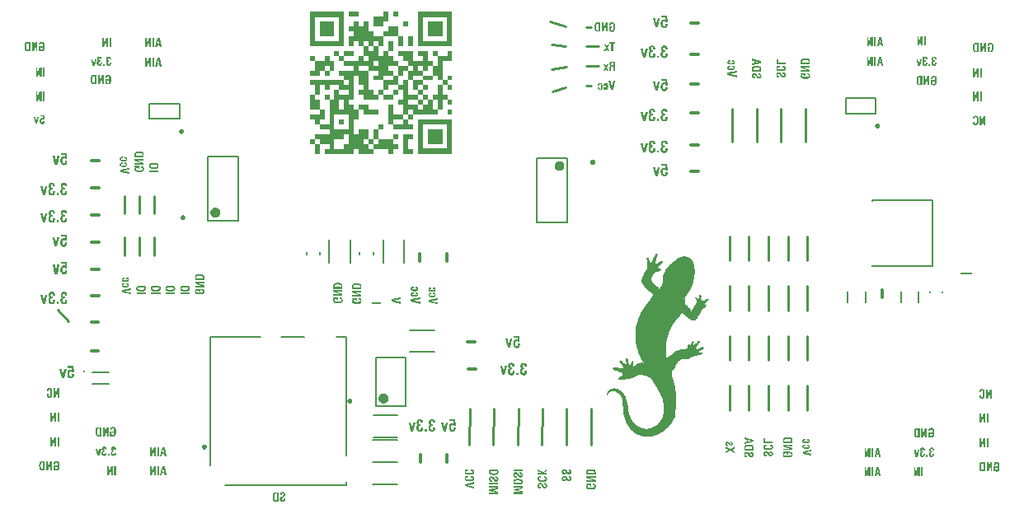
<source format=gbo>
%FSTAX23Y23*%
%MOIN*%
%SFA1B1*%

%IPPOS*%
%ADD10C,0.007874*%
%ADD11C,0.009843*%
%ADD12C,0.019685*%
%ADD15C,0.011811*%
%ADD17C,0.010000*%
%ADD18R,0.047244X0.007874*%
%ADD113C,0.003937*%
%LNpcb1-1*%
%LPD*%
G36*
X09349Y05439D02*
X09349D01*
Y05439*
X09349*
Y05439*
X09349*
Y0542*
X09349*
Y0542*
X09349*
Y0542*
X09349*
Y05419*
X0933*
Y0542*
X09329*
Y05439*
X09349*
Y05439*
G37*
G36*
X0919D02*
X09191D01*
Y0542*
X0919*
Y05419*
X09151*
Y05439*
X0919*
Y05439*
G37*
G36*
X09389Y054D02*
X09389D01*
Y0538*
X09389*
Y0538*
X09369*
Y0538*
X09369*
Y05397*
Y05397*
Y054*
X09369*
Y054*
X09389*
Y054*
G37*
G36*
X0931Y054D02*
X0929D01*
Y054*
X0929*
Y0538*
X0929*
Y0538*
X0925*
Y05381*
Y05381*
Y05419*
X0929*
Y0542*
X0929*
Y05439*
X0931*
Y054*
G37*
G36*
X0923Y054D02*
X0923D01*
Y05395*
Y05395*
Y0536*
X0923*
Y0536*
X09231*
Y0536*
X0925*
Y0536*
X0925*
Y0534*
X0929*
Y053*
X0927*
Y0532*
X0925*
Y053*
X0927*
Y05261*
X0929*
Y05281*
X0931*
Y05261*
X09329*
Y05261*
X09329*
Y05241*
X09349*
Y05241*
X09349*
Y0524*
X09349*
Y0524*
X09349*
Y05221*
X09389*
Y05201*
X09409*
Y05221*
X09409*
Y05221*
X09408*
Y05221*
X09408*
Y05221*
X09389*
Y05241*
X09389*
Y05241*
X09369*
Y05261*
X09369*
Y05261*
X09349*
Y05261*
X09349*
Y05261*
X09349*
Y0528*
X09349*
Y0528*
X09349*
Y05281*
X09409*
Y05241*
X09409*
Y05241*
X09448*
Y05261*
X09429*
Y05281*
X09468*
Y05241*
X09488*
Y05241*
X09488*
Y05221*
X09508*
Y05221*
X09508*
Y05221*
X09508*
Y05261*
X09488*
Y05261*
X09488*
Y05261*
X09488*
Y05264*
Y05264*
Y0528*
X09488*
Y0528*
X09488*
Y05281*
X09508*
Y05261*
X09548*
Y05281*
X09567*
Y05241*
X09567*
Y05241*
X09528*
Y05162*
X09548*
Y05142*
X09567*
Y05132*
Y05132*
Y05122*
X09548*
Y05142*
X09528*
Y05162*
X09508*
Y05181*
X09488*
Y05221*
X09488*
Y05221*
X09469*
Y05221*
X09469*
Y05221*
X09468*
Y05221*
X09468*
Y05201*
X09448*
Y05221*
X09448*
Y05221*
X09448*
Y05221*
X09448*
Y05221*
X09429*
Y05221*
X09429*
Y05221*
X09429*
Y05221*
X09429*
Y05201*
X09448*
Y05181*
X09488*
Y05162*
X09488*
Y05162*
X09448*
Y05181*
X09409*
Y05162*
X09448*
Y05142*
X09468*
Y05122*
X09448*
Y05124*
Y05124*
Y05142*
X09429*
Y05122*
X09448*
Y05119*
Y05119*
Y05102*
X09468*
Y05082*
X09488*
Y05082*
X09488*
Y05102*
X09488*
Y05102*
X09488*
Y05102*
X09508*
Y05142*
X09528*
Y05102*
X09548*
Y05082*
X09567*
Y05082*
X09567*
Y05082*
X09567*
Y0508*
Y0508*
Y05062*
X09548*
Y05063*
X09548*
Y05082*
X09528*
Y05082*
X09528*
Y05082*
X09528*
Y05044*
Y05044*
Y05043*
X09528*
Y05043*
X09508*
Y05082*
X09508*
Y05082*
X09508*
Y05082*
X09488*
Y05043*
X09488*
Y05043*
X09488*
Y05043*
X09508*
Y05023*
X09409*
Y05043*
X09389*
Y05023*
X09409*
Y05003*
X09389*
Y05023*
X09369*
Y05062*
X09349*
Y05063*
X09349*
Y05063*
X09349*
Y05082*
X09349*
Y05082*
X09349*
Y05082*
X09349*
Y05082*
X0935*
Y05082*
X09369*
Y05082*
X09369*
Y05082*
X09369*
Y05082*
X09369*
Y05122*
X09369*
Y05122*
X09349*
Y05142*
X0931*
Y05142*
X0931*
Y05122*
X0929*
Y05162*
X0925*
Y05181*
X0927*
Y05181*
X0927*
Y05201*
X0923*
Y05221*
X0923*
Y05221*
X0923*
Y05221*
X0923*
Y05221*
X09191*
Y05221*
X09191*
Y05221*
X09191*
Y05221*
X09191*
Y05201*
X0923*
Y05122*
X0925*
Y05122*
X0925*
Y05102*
X0927*
Y05082*
X0927*
Y05082*
X09269*
Y05082*
X09269*
Y05082*
X09211*
Y05082*
X09211*
Y05082*
X0921*
Y05102*
X09211*
Y05102*
X0921*
Y05102*
X09191*
Y05122*
X09191*
Y05122*
X0921*
Y05122*
X09211*
Y05122*
X0921*
Y05141*
X09211*
Y05142*
X0921*
Y05142*
X09191*
Y05181*
X09171*
Y05082*
X09171*
Y05082*
X09151*
Y05082*
X09151*
Y05082*
X09151*
Y05062*
X09171*
Y05043*
X09171*
Y05043*
X09191*
Y05003*
X0919*
Y05003*
X09171*
Y05003*
X09171*
Y04943*
X09171*
Y04943*
X0919*
Y04943*
X09191*
Y04963*
X0923*
Y04924*
X0925*
Y04919*
Y04918*
Y04904*
X0927*
Y04924*
X0925*
Y04963*
X0927*
Y04924*
X09329*
Y04904*
X0933*
Y04904*
X09349*
Y04904*
X09349*
Y04903*
X09349*
Y04903*
X09349*
Y04885*
X09349*
Y04884*
X09349*
Y04884*
X09349*
Y04884*
X0933*
Y04884*
X09329*
Y04864*
X09329*
Y04864*
X0931*
Y04864*
X0931*
Y04884*
X0925*
Y04904*
X0923*
Y04924*
X09211*
Y04923*
X0921*
Y04923*
X09211*
Y04923*
X0921*
Y04904*
X09211*
Y04904*
X0921*
Y04904*
X09211*
Y04904*
X0923*
Y04884*
X0925*
Y04864*
X0925*
Y04864*
X09191*
Y04884*
X0919*
Y04884*
X09171*
Y04884*
X09171*
Y04864*
X09052*
Y04884*
X09052*
Y04884*
X09072*
Y04884*
X09072*
Y04884*
X09072*
Y04903*
X09072*
Y04904*
X09072*
Y04904*
X09032*
Y04924*
X09012*
Y04943*
X09012*
Y04943*
X09012*
Y04943*
X09071*
Y04943*
X09072*
Y04944*
X09072*
Y04944*
X09072*
Y04963*
X09072*
Y04963*
X09072*
Y04963*
X09032*
Y04963*
X09032*
Y04983*
X09012*
Y05003*
X08992*
Y05003*
X08992*
Y05023*
X08992*
Y05023*
X09032*
Y05043*
X08992*
Y05043*
X08992*
Y05102*
X09012*
Y05083*
Y05083*
Y05082*
X09012*
Y05082*
X09013*
Y05082*
X09013*
Y05082*
X09032*
Y05082*
X09032*
Y05082*
X09032*
Y05043*
X09052*
Y05003*
X09052*
Y05003*
X09032*
Y05003*
X09032*
Y04983*
X09072*
Y04983*
X09072*
Y04983*
X09072*
Y05018*
Y05018*
Y05082*
X09052*
Y05082*
X09052*
Y05082*
X09052*
Y05082*
X09052*
Y05102*
X09072*
Y05102*
X09072*
Y05102*
X09072*
Y05082*
X09072*
Y05082*
X09091*
Y05082*
X09091*
Y05082*
X09091*
Y05082*
X09091*
Y05122*
X09092*
Y05122*
X09111*
Y05142*
X09111*
Y05142*
X09072*
Y05142*
X09072*
Y05122*
X09072*
Y05122*
X09072*
Y05122*
X09052*
Y05142*
X09032*
Y05102*
X09012*
Y05142*
X08992*
Y05142*
X08992*
Y05161*
X08992*
Y05162*
X09131*
Y05181*
X09111*
Y05182*
X09111*
Y05182*
X09111*
Y05201*
X09111*
Y05201*
X09111*
Y05201*
X09171*
Y05221*
X09171*
Y05221*
X0917*
Y05221*
X0917*
Y05221*
X09132*
Y05221*
X09131*
Y05221*
X09131*
Y05241*
X09111*
Y05241*
X09111*
Y05241*
X09111*
Y05261*
X09091*
Y05281*
X09111*
Y0528*
X09111*
Y05263*
Y05262*
Y05261*
X09131*
Y05241*
X0919*
Y05241*
X09191*
Y05261*
X09191*
Y05261*
X0921*
Y053*
X09191*
Y0532*
X09171*
Y053*
X09151*
Y0534*
X09171*
Y0536*
X09171*
Y0536*
X09151*
Y0536*
X09151*
Y0536*
X09151*
Y0538*
X09171*
Y054*
X09171*
Y054*
X0919*
Y054*
X09191*
Y0538*
X0921*
Y0538*
X09211*
Y0538*
X0921*
Y05399*
X09211*
Y05399*
X0921*
Y054*
X09211*
Y054*
X0923*
Y054*
G37*
G36*
X09349Y0538D02*
X09349D01*
Y05379*
X09349*
Y05379*
X09349*
Y0534*
X09369*
Y053*
X09349*
Y05301*
X09349*
Y05301*
X09349*
Y0534*
X09349*
Y0534*
X0929*
Y0536*
X0929*
Y0536*
X09309*
Y0536*
X09309*
Y0536*
X0931*
Y0538*
X0931*
Y0538*
X09349*
Y0538*
G37*
G36*
X09567Y05439D02*
X09567D01*
Y053*
X09429*
Y05439*
X09567*
Y05439*
G37*
G36*
X09409Y053D02*
X09389D01*
Y05324*
Y05324*
Y0534*
X09409*
Y053*
G37*
G36*
X09131D02*
X08992D01*
Y05439*
X08992*
Y05439*
X09131*
Y053*
G37*
G36*
X09329Y05281D02*
X09329D01*
Y05281*
X0931*
Y05307*
Y05307*
Y0532*
X09329*
Y05281*
G37*
G36*
X09171Y05261D02*
X09131D01*
Y05281*
X09171*
Y05261*
G37*
G36*
X09072Y05261D02*
X09072D01*
Y0526*
X09072*
Y05252*
Y05252*
Y05241*
X09072*
Y05241*
X09091*
Y05201*
X09072*
Y05221*
X09072*
Y05221*
X09072*
Y05221*
X09071*
Y05221*
X09071*
Y05221*
X09071*
Y05221*
X09052*
Y05221*
X09052*
Y05221*
X09052*
Y05221*
X09052*
Y05201*
X09072*
Y05182*
X09072*
Y05182*
X09072*
Y05181*
X09052*
Y05181*
X09052*
Y05193*
Y05194*
Y05201*
X09032*
Y05201*
X09032*
Y05181*
X09032*
Y05181*
X08992*
Y05181*
X08992*
Y05201*
X08992*
Y05201*
X09012*
Y05201*
X09012*
Y05241*
X08992*
Y05241*
X08992*
Y05261*
X08992*
Y05261*
X09012*
Y05261*
X09012*
Y05254*
Y05253*
Y05241*
X09052*
Y05241*
X09052*
Y05261*
X09052*
Y05261*
X09072*
Y05261*
G37*
G36*
X0923Y05201D02*
D01*
G37*
G36*
X09567Y05162D02*
X09548D01*
Y05179*
Y05179*
Y05181*
X09567*
Y05162*
G37*
G36*
X09349Y05103D02*
X09349D01*
Y05103*
X09349*
Y05102*
X09349*
Y05102*
X09329*
Y05122*
X0933*
Y05122*
X09349*
Y05103*
G37*
G36*
X0929Y05102D02*
X09329D01*
Y05082*
X09329*
Y05082*
X09329*
Y05082*
X09329*
Y05082*
X0929*
Y05082*
X0929*
Y05082*
X0929*
Y05082*
X0929*
Y05102*
X0927*
Y05122*
X0927*
Y05122*
X0929*
Y05102*
G37*
G36*
X09567Y05023D02*
X09548D01*
Y05043*
X09567*
Y05023*
G37*
G36*
X0923Y05043D02*
X0923D01*
Y05043*
X0927*
Y05023*
X09211*
Y05023*
X0921*
Y05023*
X09211*
Y05023*
X0921*
Y05042*
X09211*
Y05042*
X0921*
Y05043*
X09191*
Y05062*
X0923*
Y05043*
G37*
G36*
X09329Y05023D02*
X09369D01*
Y05003*
X09389*
Y04983*
X09409*
Y04983*
X09409*
Y04963*
X09329*
Y04983*
X0931*
Y04983*
X0931*
Y04983*
X0931*
Y05062*
Y05062*
Y05062*
X0931*
Y05062*
X09329*
Y05023*
G37*
G36*
X0929Y04983D02*
X0929D01*
Y04963*
X0929*
Y04963*
X0927*
Y04983*
X0927*
Y04983*
X0929*
Y04983*
G37*
G36*
X09409Y04943D02*
X09409D01*
Y04924*
X09389*
Y04884*
X09409*
Y04864*
X09369*
Y04864*
X09369*
Y04943*
X09369*
Y04943*
X09369*
Y04943*
X09408*
Y04943*
X09409*
Y04943*
G37*
G36*
X09349D02*
X09349D01*
Y04943*
X09349*
Y04943*
X09349*
Y04943*
X09349*
Y04924*
X09349*
Y04924*
X09349*
Y04924*
X09349*
Y04924*
X09329*
Y04943*
X0933*
Y04943*
X0933*
Y04943*
X09349*
Y04943*
X09349*
Y04943*
G37*
G36*
X09567Y04864D02*
X09567D01*
Y04864*
X09429*
Y0489*
Y0489*
Y05003*
X09567*
Y04864*
G37*
G36*
X09012Y04904D02*
X09032D01*
Y04864*
X09012*
Y04869*
Y04869*
Y04904*
X08992*
Y04904*
X08992*
Y04915*
Y04915*
Y04923*
X08992*
Y04924*
X09012*
Y04904*
G37*
G36*
X10397Y04456D02*
X10398D01*
Y04453*
X10397*
Y04446*
X10395*
Y04442*
X10394*
Y04436*
X10392*
Y04431*
X10391*
Y04428*
X10389*
Y04421*
X10391*
Y0442*
X10395*
Y04421*
X10398*
Y04423*
X10401*
Y04424*
X10402*
Y04426*
X10405*
Y04427*
X10408*
Y04428*
X10411*
Y0443*
X10414*
Y04431*
X10418*
Y0443*
X1042*
Y04424*
X10418*
Y04423*
X10417*
Y04421*
X10415*
Y0442*
X10414*
Y04418*
X10413*
Y04417*
X10411*
Y04415*
X1041*
Y04414*
X10408*
Y04413*
X10407*
Y04411*
X10405*
Y0441*
X10402*
Y04407*
X10401*
Y04404*
X10402*
Y04402*
X10404*
Y04401*
X10408*
Y04399*
X10411*
Y04398*
X10414*
Y04392*
X10411*
Y04391*
X10407*
Y04389*
X10402*
Y04388*
X10398*
Y04386*
X10392*
Y04385*
X10388*
Y04384*
X10385*
Y04381*
X10384*
Y04378*
X10382*
Y04376*
X10381*
Y04373*
X10379*
Y04372*
X10378*
Y04369*
X10376*
Y04368*
X10375*
Y04363*
X10373*
Y04357*
X10372*
Y04355*
X10373*
Y04349*
X10375*
Y04346*
X10376*
Y04343*
X10378*
Y04341*
X10379*
Y0434*
X10381*
Y04339*
X10382*
Y04337*
X10384*
Y04336*
X10386*
Y04334*
X10388*
Y04333*
X10391*
Y04331*
X10392*
Y0433*
X10394*
Y04328*
X10397*
Y04327*
X10398*
Y04326*
X10399*
Y04324*
X10401*
Y04323*
X10402*
Y0432*
X10404*
Y04318*
X10405*
Y0432*
X10407*
Y04321*
X10408*
Y04323*
X1041*
Y04324*
X10411*
Y04327*
X10413*
Y04328*
X10414*
Y04331*
X10415*
Y04334*
X10417*
Y0434*
X10418*
Y04357*
X1042*
Y04368*
X10421*
Y04373*
X10423*
Y04378*
X10424*
Y04381*
X10426*
Y04385*
X10427*
Y04388*
X10428*
Y04391*
X1043*
Y04392*
X10431*
Y04395*
X10433*
Y04397*
X10434*
Y04399*
X10436*
Y04401*
X10437*
Y04404*
X10439*
Y04405*
X1044*
Y04407*
X10442*
Y04408*
X10443*
Y0441*
X10444*
Y04411*
X10446*
Y04414*
X10447*
Y04415*
X10449*
Y04417*
X1045*
Y04418*
X10452*
Y0442*
X10455*
Y04421*
X10456*
Y04423*
X10457*
Y04424*
X10459*
Y04426*
X1046*
Y04427*
X10462*
Y04428*
X10463*
Y0443*
X10466*
Y04431*
X10468*
Y04433*
X10469*
Y04434*
X10472*
Y04436*
X10473*
Y04437*
X10475*
Y04439*
X10478*
Y0444*
X10481*
Y04442*
X10484*
Y04443*
X10486*
Y04444*
X10489*
Y04446*
X10494*
Y04447*
X105*
Y04449*
X10513*
Y04447*
X10518*
Y04446*
X10523*
Y04444*
X10526*
Y04443*
X10527*
Y04442*
X1053*
Y0444*
X10531*
Y04439*
X10533*
Y04437*
X10534*
Y04436*
X10536*
Y04434*
X10537*
Y04433*
X10539*
Y0443*
X1054*
Y04427*
X10542*
Y04424*
X10543*
Y04421*
X10544*
Y04417*
X10546*
Y0441*
X10547*
Y04397*
X10549*
Y04378*
X10547*
Y04365*
X10546*
Y04356*
X10544*
Y0435*
X10543*
Y04344*
X10542*
Y0434*
X1054*
Y04336*
X10539*
Y04331*
X10537*
Y04328*
X10536*
Y04324*
X10534*
Y04321*
X10533*
Y04318*
X10531*
Y04315*
X1053*
Y04312*
X10529*
Y04311*
X10527*
Y04308*
X10526*
Y04305*
X10524*
Y04304*
X10523*
Y04301*
X10521*
Y04299*
X1052*
Y04297*
X10518*
Y04295*
X10517*
Y04292*
X10515*
Y04291*
X10514*
Y04288*
X10513*
Y04285*
X10511*
Y04279*
X1051*
Y04259*
X10511*
Y04256*
X1051*
Y04254*
X10511*
Y04253*
X10514*
Y04252*
X10515*
Y0425*
X10517*
Y04249*
X10518*
Y04247*
X1052*
Y04246*
X10521*
Y04244*
X10523*
Y04243*
X10524*
Y04241*
X10526*
Y0424*
X10527*
Y04239*
X10529*
Y04237*
X1053*
Y04236*
X10531*
Y04233*
X10533*
Y0423*
X10534*
Y04228*
X10536*
Y04231*
X10537*
Y04233*
X10539*
Y04236*
X1054*
Y04237*
X10542*
Y0424*
X10543*
Y04241*
X10544*
Y04244*
X10546*
Y04246*
X10547*
Y04249*
X10549*
Y0425*
X1055*
Y04253*
X10552*
Y04254*
X10553*
Y0426*
X10555*
Y04273*
X10553*
Y04276*
X10552*
Y04279*
X1055*
Y04283*
X10556*
Y04281*
X10558*
Y04279*
X10559*
Y04278*
X10562*
Y04279*
X10563*
Y04281*
X10565*
Y04292*
X10566*
Y04294*
X10569*
Y04295*
X10571*
Y04294*
X10572*
Y04292*
X10573*
Y04289*
X10575*
Y04282*
X10573*
Y04275*
X10575*
Y04272*
X10576*
Y0427*
X10578*
Y04269*
X10587*
Y0427*
X10589*
Y04272*
X10591*
Y04273*
X10592*
Y04275*
X10594*
Y04276*
X10595*
Y04278*
X10598*
Y04279*
X10601*
Y04278*
X10604*
Y04275*
X10605*
Y04273*
X10604*
Y0427*
X10602*
Y04269*
X10601*
Y04268*
X106*
Y04266*
X10598*
Y04265*
X10597*
Y04263*
X10595*
Y04262*
X10594*
Y0426*
X10592*
Y04259*
X10591*
Y04254*
X10597*
Y0425*
X10595*
Y04249*
X10594*
Y04247*
X10592*
Y04244*
X10591*
Y04243*
X10588*
Y04241*
X10587*
Y0424*
X10585*
Y04239*
X10582*
Y04237*
X10581*
Y04236*
X10578*
Y04234*
X10576*
Y0423*
X10575*
Y04227*
X10573*
Y04224*
X10572*
Y04221*
X10571*
Y04218*
X10569*
Y04217*
X10568*
Y04214*
X10566*
Y04211*
X10565*
Y0421*
X10563*
Y04207*
X10562*
Y04205*
X1056*
Y04202*
X10559*
Y04201*
X10558*
Y04198*
X10556*
Y04196*
X10555*
Y04195*
X10553*
Y04192*
X10552*
Y04191*
X10549*
Y04189*
X10537*
Y04191*
X10533*
Y04192*
X10531*
Y04194*
X10529*
Y04195*
X10527*
Y04196*
X10526*
Y04198*
X10523*
Y04199*
X10521*
Y04201*
X1052*
Y04202*
X10518*
Y04204*
X10517*
Y04205*
X10514*
Y04207*
X10513*
Y04208*
X10511*
Y0421*
X1051*
Y04211*
X10508*
Y04212*
X10507*
Y04214*
X10504*
Y04215*
X10502*
Y04217*
X10501*
Y04218*
X105*
Y0422*
X10497*
Y04218*
X10495*
Y04215*
X10494*
Y04214*
X10492*
Y04212*
X10491*
Y04211*
X10489*
Y0421*
X10488*
Y04207*
X10486*
Y04205*
X10485*
Y04204*
X10484*
Y04202*
X10482*
Y04201*
X10481*
Y04199*
X10479*
Y04198*
X10478*
Y04196*
X10476*
Y04195*
X10475*
Y04192*
X10473*
Y04191*
X10472*
Y04189*
X10471*
Y04188*
X10469*
Y04185*
X10468*
Y04183*
X10466*
Y04181*
X10465*
Y04179*
X10463*
Y04178*
X10462*
Y04175*
X1046*
Y04172*
X10459*
Y0417*
X10457*
Y04167*
X10456*
Y04165*
X10455*
Y04162*
X10453*
Y04159*
X10452*
Y04156*
X1045*
Y04153*
X10449*
Y0415*
X10447*
Y04146*
X10446*
Y04143*
X10444*
Y04138*
X10443*
Y04134*
X10442*
Y0413*
X1044*
Y04125*
X10439*
Y0412*
X10437*
Y04114*
X10436*
Y04105*
X10434*
Y04094*
X10433*
Y0406*
X10434*
Y04041*
X1044*
Y04043*
X10444*
Y04044*
X10446*
Y04046*
X10449*
Y04047*
X1045*
Y04049*
X10453*
Y0405*
X10455*
Y04052*
X10456*
Y04053*
X10457*
Y04054*
X10459*
Y04056*
X1046*
Y04057*
X10462*
Y04059*
X10463*
Y0406*
X10466*
Y04062*
X10468*
Y04063*
X10471*
Y04065*
X10472*
Y04066*
X10476*
Y04067*
X10479*
Y04069*
X10484*
Y0407*
X10489*
Y04072*
X10497*
Y04073*
X10513*
Y04075*
X10518*
Y04078*
X1052*
Y04083*
X10521*
Y04091*
X10523*
Y04092*
X10524*
Y04094*
X10531*
Y04091*
X10533*
Y04092*
X10534*
Y04095*
X10536*
Y04099*
X10537*
Y04102*
X10539*
Y04104*
X1054*
Y04105*
X10544*
Y04104*
X10546*
Y04101*
X10544*
Y04098*
X10543*
Y04095*
X10542*
Y04092*
X10543*
Y04091*
X10546*
Y04092*
X10549*
Y04094*
X1055*
Y04095*
X10552*
Y04096*
X10553*
Y04098*
X10555*
Y04099*
X10556*
Y04101*
X10558*
Y04102*
X10559*
Y04104*
X1056*
Y04105*
X10563*
Y04107*
X10566*
Y04105*
X10568*
Y04099*
X10566*
Y04096*
X10565*
Y04095*
X10563*
Y04092*
X10562*
Y04091*
X1056*
Y04089*
X10559*
Y04086*
X10558*
Y04085*
X10556*
Y04083*
X10555*
Y04081*
X10553*
Y04075*
X10555*
Y04073*
X10562*
Y04075*
X10565*
Y04076*
X10566*
Y04078*
X10569*
Y04079*
X10572*
Y04081*
X10575*
Y04082*
X10578*
Y04083*
X10582*
Y04082*
X10584*
Y04081*
X10585*
Y04075*
X10584*
Y04073*
X10582*
Y04072*
X10579*
Y0407*
X10576*
Y04069*
X10572*
Y04067*
X10569*
Y04066*
X10568*
Y04065*
X10566*
Y0406*
X10568*
Y04059*
X10578*
Y04053*
X10576*
Y04052*
X10572*
Y0405*
X10566*
Y04049*
X1056*
Y04047*
X10553*
Y04046*
X10547*
Y04044*
X10542*
Y04043*
X10536*
Y04041*
X10533*
Y0404*
X10531*
Y04038*
X1053*
Y04037*
X10529*
Y04036*
X10526*
Y04034*
X1052*
Y04033*
X10505*
Y04034*
X10501*
Y04033*
X10494*
Y04031*
X10491*
Y0403*
X10488*
Y04028*
X10485*
Y04027*
X10484*
Y04025*
X10482*
Y04024*
X10481*
Y04023*
X10479*
Y0402*
X10478*
Y04018*
X10476*
Y04015*
X10475*
Y04012*
X10473*
Y04009*
X10472*
Y04007*
X10471*
Y04004*
X10469*
Y04001*
X10468*
Y03998*
X10466*
Y03995*
X10465*
Y03994*
X10463*
Y03991*
X10462*
Y03989*
X1046*
Y03988*
X10459*
Y03986*
X10457*
Y03983*
X10456*
Y03973*
X10455*
Y03966*
X10456*
Y03962*
X10457*
Y03959*
X10459*
Y03954*
X1046*
Y03949*
X10462*
Y03944*
X10463*
Y03938*
X10465*
Y03933*
X10466*
Y03925*
X10468*
Y03918*
X10469*
Y03911*
X10471*
Y03902*
X10472*
Y03891*
X10473*
Y0384*
X10472*
Y0383*
X10471*
Y03818*
X10469*
Y03804*
X10468*
Y03798*
X10466*
Y03793*
X10465*
Y03792*
X10463*
Y03788*
X10462*
Y03785*
X1046*
Y03782*
X10459*
Y03779*
X10457*
Y03776*
X10456*
Y03773*
X10455*
Y03772*
X10453*
Y0377*
X10452*
Y03769*
X1045*
Y03767*
X10449*
Y03766*
X10447*
Y03764*
X10446*
Y03763*
X10444*
Y0376*
X10443*
Y03759*
X10442*
Y03757*
X1044*
Y03756*
X10437*
Y03754*
X10434*
Y03753*
X10433*
Y03751*
X10431*
Y0375*
X1043*
Y03748*
X10428*
Y03747*
X10427*
Y03746*
X10426*
Y03744*
X10424*
Y03743*
X10423*
Y03741*
X1042*
Y0374*
X10418*
Y03738*
X10415*
Y03737*
X10414*
Y03735*
X10411*
Y03734*
X1041*
Y03733*
X10407*
Y03731*
X10404*
Y0373*
X10401*
Y03728*
X10398*
Y03727*
X10394*
Y03725*
X10391*
Y03724*
X10385*
Y03722*
X10381*
Y03721*
X10373*
Y0372*
X10342*
Y03721*
X10336*
Y03722*
X10331*
Y03724*
X10327*
Y03725*
X10323*
Y03727*
X1032*
Y03728*
X10317*
Y0373*
X10314*
Y03731*
X10311*
Y03733*
X1031*
Y03734*
X10307*
Y03735*
X10305*
Y03737*
X10302*
Y03738*
X10301*
Y0374*
X10299*
Y03741*
X10298*
Y03743*
X10295*
Y03744*
X10294*
Y03746*
X10292*
Y03747*
X10291*
Y03748*
X10289*
Y0375*
X10288*
Y03751*
X10286*
Y03754*
X10285*
Y03756*
X10284*
Y03757*
X10282*
Y03759*
X10281*
Y03762*
X10279*
Y03763*
X10278*
Y03766*
X10276*
Y03767*
X10275*
Y0377*
X10273*
Y03773*
X10272*
Y03776*
X1027*
Y03779*
X10269*
Y03783*
X10268*
Y03786*
X10266*
Y03791*
X10265*
Y03795*
X10263*
Y03801*
X10262*
Y03806*
X1026*
Y03817*
X10259*
Y03843*
X10257*
Y03859*
X10256*
Y03867*
X10255*
Y03872*
X10253*
Y03876*
X10252*
Y03879*
X1025*
Y03882*
X10249*
Y03885*
X10247*
Y03886*
X10246*
Y03889*
X10244*
Y03891*
X10243*
Y03892*
X10241*
Y03893*
X1024*
Y03895*
X10239*
Y03896*
X10236*
Y03898*
X10234*
Y03899*
X10231*
Y03901*
X10228*
Y03902*
X10223*
Y03904*
X10214*
Y03902*
X10208*
Y03901*
X10205*
Y03899*
X10204*
Y03898*
X10201*
Y03896*
X10199*
Y03895*
X10198*
Y03892*
X10197*
Y03891*
X10195*
Y03886*
X10194*
Y03878*
X10192*
Y03885*
X10191*
Y03888*
X10192*
Y03895*
X10194*
Y03898*
X10195*
Y03901*
X10197*
Y03902*
X10198*
Y03905*
X10199*
Y03907*
X10201*
Y03908*
X10204*
Y03909*
X10205*
Y03911*
X10208*
Y03912*
X10211*
Y03914*
X10218*
Y03915*
X10227*
Y03914*
X10234*
Y03912*
X10239*
Y03911*
X10241*
Y03909*
X10244*
Y03908*
X10246*
Y03907*
X10249*
Y03905*
X1025*
Y03904*
X10252*
Y03902*
X10253*
Y03901*
X10255*
Y03899*
X10256*
Y03898*
X10257*
Y03896*
X10259*
Y03895*
X1026*
Y03892*
X10262*
Y03891*
X10263*
Y03888*
X10265*
Y03885*
X10266*
Y03882*
X10268*
Y03879*
X10269*
Y03875*
X1027*
Y0387*
X10272*
Y03866*
X10273*
Y0386*
X10275*
Y03854*
X10276*
Y03846*
X10278*
Y03837*
X10279*
Y03828*
X10281*
Y03821*
X10282*
Y03814*
X10284*
Y03808*
X10285*
Y03804*
X10286*
Y03799*
X10288*
Y03795*
X10289*
Y03792*
X10291*
Y03789*
X10292*
Y03786*
X10294*
Y03785*
X10295*
Y03782*
X10297*
Y0378*
X10298*
Y03777*
X10299*
Y03776*
X10301*
Y03775*
X10302*
Y03773*
X10304*
Y03772*
X10305*
Y0377*
X10307*
Y03769*
X10308*
Y03767*
X10311*
Y03766*
X10313*
Y03764*
X10314*
Y03763*
X10317*
Y03762*
X1032*
Y0376*
X10323*
Y03759*
X10326*
Y03757*
X10328*
Y03756*
X10333*
Y03754*
X10339*
Y03753*
X10347*
Y03751*
X10359*
Y03753*
X10368*
Y03754*
X10373*
Y03756*
X10378*
Y03757*
X10381*
Y03759*
X10384*
Y0376*
X10386*
Y03762*
X10389*
Y03763*
X10392*
Y03764*
X10394*
Y03766*
X10395*
Y03767*
X10398*
Y03769*
X10399*
Y0377*
X10401*
Y03772*
X10402*
Y03773*
X10404*
Y03775*
X10405*
Y03776*
X10407*
Y03779*
X10408*
Y0378*
X1041*
Y03782*
X10411*
Y03785*
X10413*
Y03786*
X10414*
Y03789*
X10415*
Y03792*
X10417*
Y03796*
X10418*
Y03799*
X1042*
Y03804*
X10421*
Y03809*
X10423*
Y03817*
X10424*
Y03847*
X10423*
Y03856*
X10421*
Y03863*
X1042*
Y03867*
X10418*
Y03872*
X10417*
Y03876*
X10415*
Y0388*
X10414*
Y03883*
X10413*
Y03886*
X10411*
Y03889*
X1041*
Y03892*
X10408*
Y03896*
X10407*
Y03899*
X10405*
Y03901*
X10404*
Y03904*
X10402*
Y03907*
X10401*
Y03909*
X10399*
Y03912*
X10398*
Y03914*
X10397*
Y03917*
X10395*
Y0392*
X10394*
Y03921*
X10392*
Y03924*
X10391*
Y03925*
X10389*
Y03928*
X10388*
Y0393*
X10386*
Y03933*
X10385*
Y03934*
X10384*
Y03937*
X10382*
Y0394*
X10381*
Y03941*
X10379*
Y03944*
X10378*
Y03946*
X10376*
Y03949*
X10375*
Y03951*
X10373*
Y03953*
X10372*
Y03956*
X1037*
Y03957*
X10366*
Y03959*
X10363*
Y0396*
X10359*
Y03962*
X10355*
Y03963*
X10352*
Y03965*
X10347*
Y03966*
X10343*
Y03967*
X10339*
Y03969*
X10333*
Y0397*
X10326*
Y03969*
X1032*
Y03967*
X10317*
Y03966*
X10315*
Y03965*
X10313*
Y03963*
X1031*
Y03962*
X10307*
Y0396*
X10304*
Y03959*
X10298*
Y03957*
X10294*
Y03956*
X10288*
Y03954*
X10278*
Y03953*
X10269*
Y03951*
X10259*
Y0395*
X10249*
Y03949*
X10247*
Y0395*
X10243*
Y03951*
X10241*
Y03956*
X10243*
Y03959*
X10244*
Y0396*
X10247*
Y03962*
X1025*
Y03963*
X10253*
Y03965*
X10255*
Y03966*
X10256*
Y03975*
X10255*
Y03976*
X10253*
Y03978*
X10252*
Y03979*
X10249*
Y0398*
X10244*
Y03982*
X1024*
Y03983*
X10236*
Y03985*
X10231*
Y03986*
X10227*
Y03988*
X10223*
Y03989*
X1022*
Y03991*
X10218*
Y03992*
X10217*
Y03996*
X10218*
Y03998*
X1022*
Y03999*
X1024*
Y03998*
X10246*
Y03996*
X1025*
Y03995*
X10257*
Y03996*
X10259*
Y04002*
X10257*
Y04005*
X10256*
Y04007*
X10255*
Y04009*
X10253*
Y04012*
X10252*
Y04014*
X1025*
Y04017*
X10249*
Y04018*
X10247*
Y04021*
X10246*
Y04024*
X10244*
Y04027*
X10246*
Y04028*
X10252*
Y04027*
X10253*
Y04025*
X10255*
Y04024*
X10256*
Y04023*
X10257*
Y04021*
X10259*
Y0402*
X1026*
Y04018*
X10262*
Y04017*
X10263*
Y04015*
X10265*
Y04014*
X10266*
Y04012*
X1027*
Y04014*
X10272*
Y0402*
X1027*
Y04023*
X10269*
Y04027*
X10268*
Y04033*
X10269*
Y04034*
X1027*
Y04036*
X10275*
Y04034*
X10276*
Y04033*
X10278*
Y04027*
X10279*
Y04023*
X10281*
Y04018*
X10282*
Y04012*
X10284*
Y04011*
X10285*
Y04009*
X10289*
Y04011*
X10291*
Y04015*
X10292*
Y0402*
X10294*
Y04024*
X10295*
Y04027*
X10298*
Y04025*
X10299*
Y04018*
X10298*
Y04002*
X10301*
Y04004*
X10302*
Y04005*
X10304*
Y04007*
X10305*
Y04008*
X10308*
Y04009*
X1031*
Y04011*
X10313*
Y04012*
X10314*
Y04014*
X10317*
Y04015*
X10321*
Y04017*
X10324*
Y04018*
X10331*
Y0402*
X1034*
Y04018*
X10342*
Y04021*
X1034*
Y04023*
X10339*
Y04024*
X10337*
Y04027*
X10336*
Y0403*
X10334*
Y04031*
X10333*
Y04034*
X10331*
Y04037*
X1033*
Y0404*
X10328*
Y04043*
X10327*
Y04046*
X10326*
Y04049*
X10324*
Y04053*
X10323*
Y04057*
X10321*
Y0406*
X1032*
Y04065*
X10318*
Y04069*
X10317*
Y04073*
X10315*
Y04079*
X10314*
Y04086*
X10313*
Y04092*
X10311*
Y04101*
X1031*
Y04117*
X10308*
Y04141*
X1031*
Y04156*
X10311*
Y04165*
X10313*
Y04172*
X10314*
Y04178*
X10315*
Y04183*
X10317*
Y04188*
X10318*
Y04192*
X1032*
Y04196*
X10321*
Y04201*
X10323*
Y04204*
X10324*
Y04208*
X10326*
Y04211*
X10327*
Y04214*
X10328*
Y04217*
X1033*
Y0422*
X10331*
Y04223*
X10333*
Y04225*
X10334*
Y04228*
X10336*
Y0423*
X10337*
Y04233*
X10339*
Y04236*
X1034*
Y04237*
X10342*
Y0424*
X10343*
Y04241*
X10344*
Y04244*
X10346*
Y04246*
X10347*
Y04247*
X10349*
Y0425*
X1035*
Y04252*
X10352*
Y04253*
X10353*
Y04256*
X10355*
Y04257*
X10356*
Y04259*
X10357*
Y0426*
X10359*
Y04263*
X1036*
Y04265*
X10362*
Y04266*
X10363*
Y04268*
X10365*
Y0427*
X10366*
Y04272*
X10368*
Y04275*
X10369*
Y04276*
X1037*
Y04279*
X10372*
Y04281*
X10373*
Y04283*
X10375*
Y04286*
X10376*
Y04291*
X10378*
Y04297*
X10376*
Y04298*
X10375*
Y04299*
X10373*
Y04301*
X10372*
Y04302*
X10369*
Y04304*
X10368*
Y04305*
X10366*
Y04307*
X10365*
Y04308*
X10363*
Y0431*
X10362*
Y04311*
X1036*
Y04312*
X10359*
Y04314*
X10357*
Y04315*
X10356*
Y04317*
X10355*
Y04318*
X10353*
Y0432*
X10352*
Y04321*
X1035*
Y04323*
X10349*
Y04324*
X10347*
Y04326*
X10346*
Y04327*
X10344*
Y04328*
X10343*
Y0433*
X10342*
Y04333*
X1034*
Y04334*
X10339*
Y04336*
X10337*
Y04339*
X10336*
Y04344*
X10334*
Y04355*
X10336*
Y0436*
X10337*
Y04365*
X10339*
Y04368*
X1034*
Y04372*
X10342*
Y04375*
X10343*
Y04379*
X10344*
Y04382*
X10346*
Y04385*
X10347*
Y04388*
X10349*
Y04391*
X1035*
Y04394*
X10352*
Y04395*
X10353*
Y04397*
X10355*
Y04399*
X10356*
Y04407*
X10357*
Y04426*
X10356*
Y04431*
X10355*
Y04437*
X10353*
Y04442*
X10355*
Y04443*
X1036*
Y04442*
X10362*
Y04439*
X10363*
Y04434*
X10365*
Y0443*
X10366*
Y04427*
X10368*
Y04424*
X10369*
Y04423*
X1037*
Y04424*
X10373*
Y04427*
X10375*
Y0443*
X10376*
Y04433*
X10378*
Y04436*
X10379*
Y04439*
X10381*
Y04442*
X10382*
Y04444*
X10384*
Y04447*
X10385*
Y0445*
X10386*
Y04453*
X10388*
Y04456*
X10389*
Y04457*
X10391*
Y04459*
X10397*
Y04456*
G37*
G36*
X08Y04306D02*
X08001Y04306D01*
X08002Y04305*
X08003Y04305*
X08004Y04305*
X08004Y04305*
X08005Y04304*
X08006Y04304*
X08006Y04304*
X08007Y04303*
X08007Y04303*
X08007Y04303*
X08007Y04303*
X08007Y04303*
X08008Y04303*
X08008Y04302*
X08009Y04301*
X08009Y043*
X0801Y04298*
X0801Y04297*
X08011Y04295*
X08011Y04295*
Y04294*
X08011Y04294*
Y04293*
Y04293*
Y04293*
Y04293*
Y04292*
Y04292*
Y04292*
Y04292*
Y04291*
Y04291*
X08002*
Y04293*
X08002Y04294*
X08002Y04295*
X08002Y04296*
X08002Y04296*
X08002Y04297*
X08001Y04297*
X08001Y04298*
X08001Y04298*
X08001Y04298*
X08Y04299*
X08Y04299*
X07999Y04299*
X07999Y04299*
X07998Y04299*
X07998*
X07997Y04299*
X07996Y04299*
X07996Y04299*
X07995Y04299*
X07995Y04298*
X07995Y04298*
X07995Y04298*
X07995Y04298*
X07994Y04297*
X07994Y04296*
X07994Y04295*
X07994Y04294*
X07994Y04293*
Y04293*
Y04293*
Y04293*
X07994Y04291*
X07994Y0429*
X07994Y04289*
X07994Y04289*
X07995Y04288*
X07995Y04288*
X07995Y04287*
X07995Y04287*
X07996Y04287*
X07997Y04286*
X07998Y04286*
X07999Y04286*
X08Y04286*
X08001Y04286*
X08002*
Y04279*
X08001*
X08Y04279*
X07999*
X07998Y04279*
X07997Y04279*
X07996Y04279*
X07995Y04279*
X07995Y04278*
X07994Y04278*
X07994Y04278*
X07994Y04278*
X07994Y04278*
X07994Y04277*
X07993Y04276*
X07993Y04275*
X07993Y04274*
X07993Y04273*
X07993Y04272*
Y04272*
Y04271*
Y04271*
Y04271*
X07993Y0427*
X07993Y04268*
X07993Y04267*
X07993Y04266*
X07993Y04265*
X07994Y04265*
X07994Y04264*
X07994Y04264*
X07994Y04264*
X07995Y04263*
X07996Y04263*
X07996Y04263*
X07997Y04262*
X07997Y04262*
X07998*
X07999Y04262*
X07999Y04263*
X08Y04263*
X08001Y04263*
X08001Y04264*
X08001Y04264*
X08001Y04264*
X08002Y04265*
X08002Y04265*
X08002Y04266*
X08002Y04267*
X08002Y04268*
X08002Y04269*
X08003Y0427*
X08003Y04271*
Y04271*
Y04272*
Y04272*
Y04272*
Y04272*
Y04273*
X08011*
Y04273*
Y04272*
Y04272*
Y04272*
Y04271*
Y04271*
Y04271*
Y04271*
X08011Y04269*
X08011Y04268*
X08011Y04267*
X08011Y04266*
X08011Y04265*
X0801Y04264*
X0801Y04263*
X0801Y04262*
X08009Y04261*
X08009Y04261*
X08009Y0426*
X08009Y0426*
X08008Y0426*
X08008Y04259*
X08008Y04259*
Y04259*
X08007Y04258*
X08007Y04258*
X08006Y04257*
X08005Y04257*
X08003Y04256*
X08002Y04256*
X08Y04256*
X08Y04256*
X07999Y04255*
X07999Y04255*
X07998*
X07997Y04255*
X07995Y04256*
X07994Y04256*
X07993Y04256*
X07992Y04256*
X07991Y04257*
X07991Y04257*
X0799Y04257*
X07989Y04258*
X07989Y04258*
X07988Y04258*
X07988Y04259*
X07988Y04259*
X07987Y04259*
X07987Y04259*
X07987Y04259*
X07987Y0426*
X07986Y04261*
X07985Y04263*
X07985Y04265*
X07984Y04267*
X07984Y04268*
X07984Y04268*
X07984Y04269*
Y0427*
X07984Y0427*
Y04271*
Y04271*
Y04271*
X07984Y04273*
X07984Y04275*
X07984Y04276*
X07985Y04277*
X07985Y04278*
X07985Y04279*
X07985Y04279*
X07985Y04279*
X07986Y0428*
X07987Y04281*
X07988Y04282*
X07989Y04282*
X07989Y04282*
X0799Y04283*
X0799Y04283*
X0799Y04283*
X0799*
X0799Y04283*
X07989Y04284*
X07988Y04284*
X07987Y04285*
X07987Y04286*
X07987Y04286*
X07986Y04286*
X07986Y04286*
X07986Y04287*
X07985Y04289*
X07985Y0429*
X07985Y04291*
X07985Y04292*
X07985Y04293*
Y04293*
Y04293*
Y04293*
Y04293*
Y04294*
X07985Y04295*
X07985Y04297*
X07986Y04299*
X07987Y043*
X07987Y04301*
X07988Y04302*
X07988Y04302*
X07988Y04303*
X07988*
X07989Y04303*
X0799Y04304*
X07991Y04304*
X07993Y04305*
X07994Y04306*
X07995Y04306*
X07996Y04306*
X07997*
X07997Y04306*
X07999*
X08Y04306*
G37*
G36*
X07951D02*
X07952Y04306D01*
X07953Y04305*
X07954Y04305*
X07954Y04305*
X07955Y04305*
X07956Y04304*
X07956Y04304*
X07957Y04304*
X07957Y04303*
X07958Y04303*
X07958Y04303*
X07958Y04303*
X07958Y04303*
X07958Y04303*
X07959Y04302*
X07959Y04301*
X0796Y043*
X07961Y04298*
X07961Y04297*
X07962Y04295*
X07962Y04295*
Y04294*
X07962Y04294*
Y04293*
Y04293*
Y04293*
Y04293*
Y04292*
Y04292*
Y04292*
Y04292*
Y04291*
Y04291*
X07953*
Y04293*
X07953Y04294*
X07953Y04295*
X07953Y04296*
X07953Y04296*
X07952Y04297*
X07952Y04297*
X07952Y04298*
X07952Y04298*
X07952Y04298*
X07951Y04299*
X07951Y04299*
X0795Y04299*
X0795Y04299*
X07949Y04299*
X07949*
X07948Y04299*
X07947Y04299*
X07947Y04299*
X07946Y04299*
X07946Y04298*
X07946Y04298*
X07946Y04298*
X07945Y04298*
X07945Y04297*
X07945Y04296*
X07945Y04295*
X07945Y04294*
X07944Y04293*
Y04293*
Y04293*
Y04293*
X07945Y04291*
X07945Y0429*
X07945Y04289*
X07945Y04289*
X07946Y04288*
X07946Y04288*
X07946Y04287*
X07946Y04287*
X07947Y04287*
X07948Y04286*
X07949Y04286*
X0795Y04286*
X07951Y04286*
X07951Y04286*
X07953*
Y04279*
X07952*
X07951Y04279*
X0795*
X07949Y04279*
X07948Y04279*
X07947Y04279*
X07946Y04279*
X07946Y04278*
X07945Y04278*
X07945Y04278*
X07945Y04278*
X07945Y04278*
X07944Y04277*
X07944Y04276*
X07944Y04275*
X07944Y04274*
X07944Y04273*
X07944Y04272*
Y04272*
Y04271*
Y04271*
Y04271*
X07944Y0427*
X07944Y04268*
X07944Y04267*
X07944Y04266*
X07944Y04265*
X07945Y04265*
X07945Y04264*
X07945Y04264*
X07945Y04264*
X07946Y04263*
X07946Y04263*
X07947Y04263*
X07948Y04262*
X07948Y04262*
X07949*
X07949Y04262*
X0795Y04263*
X07951Y04263*
X07951Y04263*
X07952Y04264*
X07952Y04264*
X07952Y04264*
X07952Y04265*
X07953Y04265*
X07953Y04266*
X07953Y04267*
X07953Y04268*
X07953Y04269*
X07953Y0427*
X07953Y04271*
Y04271*
Y04272*
Y04272*
Y04272*
Y04272*
Y04273*
X07962*
Y04273*
Y04272*
Y04272*
Y04272*
Y04271*
Y04271*
Y04271*
Y04271*
X07962Y04269*
X07962Y04268*
X07962Y04267*
X07962Y04266*
X07961Y04265*
X07961Y04264*
X07961Y04263*
X07961Y04262*
X0796Y04261*
X0796Y04261*
X0796Y0426*
X07959Y0426*
X07959Y0426*
X07959Y04259*
X07959Y04259*
Y04259*
X07958Y04258*
X07958Y04258*
X07957Y04257*
X07956Y04257*
X07954Y04256*
X07953Y04256*
X07951Y04256*
X0795Y04256*
X0795Y04255*
X07949Y04255*
X07949*
X07947Y04255*
X07946Y04256*
X07945Y04256*
X07944Y04256*
X07943Y04256*
X07942Y04257*
X07942Y04257*
X07941Y04257*
X0794Y04258*
X0794Y04258*
X07939Y04258*
X07939Y04259*
X07939Y04259*
X07938Y04259*
X07938Y04259*
X07938Y04259*
X07938Y0426*
X07937Y04261*
X07936Y04263*
X07935Y04265*
X07935Y04267*
X07935Y04268*
X07935Y04268*
X07935Y04269*
Y0427*
X07935Y0427*
Y04271*
Y04271*
Y04271*
X07935Y04273*
X07935Y04275*
X07935Y04276*
X07935Y04277*
X07936Y04278*
X07936Y04279*
X07936Y04279*
X07936Y04279*
X07937Y0428*
X07938Y04281*
X07939Y04282*
X07939Y04282*
X0794Y04282*
X07941Y04283*
X07941Y04283*
X07941Y04283*
X07941*
X0794Y04283*
X0794Y04284*
X07939Y04284*
X07938Y04285*
X07938Y04286*
X07937Y04286*
X07937Y04286*
X07937Y04286*
X07937Y04287*
X07936Y04289*
X07936Y0429*
X07936Y04291*
X07936Y04292*
X07936Y04293*
Y04293*
Y04293*
Y04293*
Y04293*
Y04294*
X07936Y04295*
X07936Y04297*
X07937Y04299*
X07937Y043*
X07938Y04301*
X07939Y04302*
X07939Y04302*
X07939Y04303*
X07939*
X0794Y04303*
X0794Y04304*
X07942Y04304*
X07943Y04305*
X07945Y04306*
X07946Y04306*
X07947Y04306*
X07947*
X07948Y04306*
X0795*
X07951Y04306*
G37*
G36*
X07923Y04256D02*
X07912D01*
X07904Y04293*
X07913*
X07917Y04265*
X07922Y04293*
X07931*
X07923Y04256*
G37*
G36*
X07977D02*
X07969D01*
Y04265*
X07977*
Y04256*
G37*
G36*
X08011Y04401D02*
X08003D01*
X08003Y04402*
X08003Y04403*
X08002Y04403*
X08002Y04403*
X08002Y04404*
X08002Y04404*
X08002Y04404*
X08001Y04404*
X08001Y04405*
X08Y04405*
X08Y04405*
X07999Y04405*
X07999Y04405*
X07999Y04405*
X07998*
X07997Y04405*
X07997Y04405*
X07996Y04405*
X07995Y04404*
X07995Y04404*
X07994Y04403*
X07994Y04403*
X07994Y04403*
X07994Y04402*
X07993Y04401*
X07993Y04399*
X07993Y04398*
X07993Y04397*
X07993Y04397*
Y04396*
Y04396*
Y04395*
Y04395*
Y04395*
X07993Y04393*
X07993Y04391*
X07993Y0439*
X07993Y04389*
X07994Y04388*
X07994Y04387*
X07994Y04387*
X07994Y04387*
X07995Y04386*
X07995Y04385*
X07996Y04385*
X07996Y04385*
X07997Y04384*
X07997Y04384*
X07998Y04384*
X07998*
X07999Y04384*
X07999Y04385*
X08Y04385*
X08001Y04385*
X08001Y04386*
X08001Y04386*
X08001Y04386*
X08002Y04386*
X08002Y04387*
X08002Y04388*
X08002Y04389*
X08003Y04391*
X08003Y04391*
X08003Y04392*
Y04393*
Y04393*
Y04393*
Y04393*
Y04394*
X08011*
Y04393*
X08011Y04392*
X08011Y0439*
X08011Y04389*
X08011Y04388*
X08011Y04387*
X0801Y04386*
X0801Y04385*
X0801Y04384*
X08009Y04383*
X08009Y04383*
X08009Y04382*
X08009Y04382*
X08008Y04382*
X08008Y04381*
X08008Y04381*
Y04381*
X08007Y04381*
X08007Y0438*
X08006Y04379*
X08005Y04379*
X08003Y04378*
X08002Y04378*
X08Y04378*
X08Y04378*
X07999Y04378*
X07999Y04377*
X07998*
X07997Y04378*
X07995Y04378*
X07994Y04378*
X07993Y04378*
X07992Y04378*
X07991Y04379*
X07991Y04379*
X0799Y0438*
X07989Y0438*
X07989Y0438*
X07988Y04381*
X07988Y04381*
X07988Y04381*
X07988Y04382*
X07987Y04382*
Y04382*
X07987Y04383*
X07986Y04384*
X07986Y04385*
X07985Y04386*
X07985Y04388*
X07984Y0439*
X07984Y04392*
X07984Y04393*
X07984Y04393*
Y04394*
X07984Y04395*
Y04395*
Y04396*
Y04396*
Y04397*
X07984Y04399*
X07984Y044*
X07984Y04401*
X07985Y04402*
X07985Y04403*
X07985Y04404*
X07986Y04405*
X07986Y04406*
X07986Y04406*
X07986Y04407*
X07987Y04407*
X07987Y04408*
X07987Y04408*
X07987Y04408*
Y04408*
X07988Y04409*
X07988Y04409*
X07989Y0441*
X0799Y0441*
X07991Y04411*
X07993Y04412*
X07994Y04412*
X07995Y04412*
X07995Y04412*
X07996Y04412*
X07997*
X07998Y04412*
X07999Y04412*
X07999Y04412*
X08Y04412*
X08Y04412*
X08Y04412*
X08*
X08001Y04411*
X08002Y0441*
X08003Y0441*
X08003Y0441*
X08003Y0441*
X08003Y04409*
X08003Y04419*
X07986*
Y04427*
X0801*
X08011Y04401*
G37*
G36*
X07972Y04378D02*
X07961D01*
X07953Y04415*
X07962*
X07966Y04387*
X07971Y04415*
X0798*
X07972Y04378*
G37*
G36*
X08Y04747D02*
X08001Y04747D01*
X08002Y04746*
X08003Y04746*
X08004Y04746*
X08004Y04746*
X08005Y04745*
X08006Y04745*
X08006Y04745*
X08007Y04744*
X08007Y04744*
X08007Y04744*
X08007Y04744*
X08007Y04744*
X08008Y04744*
X08008Y04743*
X08009Y04742*
X08009Y04741*
X0801Y04739*
X0801Y04738*
X08011Y04736*
X08011Y04736*
Y04735*
X08011Y04735*
Y04734*
Y04734*
Y04734*
Y04734*
Y04733*
Y04733*
Y04733*
Y04733*
Y04732*
Y04732*
X08002*
Y04733*
X08002Y04735*
X08002Y04736*
X08002Y04737*
X08002Y04737*
X08002Y04738*
X08001Y04738*
X08001Y04739*
X08001Y04739*
X08001Y04739*
X08Y0474*
X08Y0474*
X07999Y0474*
X07999Y0474*
X07998Y0474*
X07998*
X07997Y0474*
X07996Y0474*
X07996Y0474*
X07995Y0474*
X07995Y04739*
X07995Y04739*
X07995Y04739*
X07995Y04739*
X07994Y04738*
X07994Y04737*
X07994Y04736*
X07994Y04735*
X07994Y04734*
Y04734*
Y04734*
Y04734*
X07994Y04732*
X07994Y04731*
X07994Y0473*
X07994Y04729*
X07995Y04729*
X07995Y04729*
X07995Y04728*
X07995Y04728*
X07996Y04728*
X07997Y04727*
X07998Y04727*
X07999Y04727*
X08Y04727*
X08001Y04727*
X08002*
Y0472*
X08001*
X08Y0472*
X07999*
X07998Y0472*
X07997Y0472*
X07996Y0472*
X07995Y0472*
X07995Y04719*
X07994Y04719*
X07994Y04719*
X07994Y04719*
X07994Y04718*
X07994Y04718*
X07993Y04717*
X07993Y04716*
X07993Y04715*
X07993Y04714*
X07993Y04713*
Y04713*
Y04712*
Y04712*
Y04712*
X07993Y0471*
X07993Y04709*
X07993Y04708*
X07993Y04707*
X07993Y04706*
X07994Y04706*
X07994Y04705*
X07994Y04705*
X07994Y04705*
X07995Y04704*
X07996Y04704*
X07996Y04704*
X07997Y04703*
X07997Y04703*
X07998*
X07999Y04703*
X07999Y04704*
X08Y04704*
X08001Y04704*
X08001Y04705*
X08001Y04705*
X08001Y04705*
X08002Y04705*
X08002Y04706*
X08002Y04706*
X08002Y04708*
X08002Y04709*
X08002Y0471*
X08003Y04711*
X08003Y04712*
Y04712*
Y04713*
Y04713*
Y04713*
Y04713*
Y04714*
X08011*
Y04714*
Y04713*
Y04713*
Y04713*
Y04712*
Y04712*
Y04712*
Y04712*
X08011Y0471*
X08011Y04709*
X08011Y04708*
X08011Y04707*
X08011Y04706*
X0801Y04705*
X0801Y04704*
X0801Y04703*
X08009Y04702*
X08009Y04702*
X08009Y04701*
X08009Y04701*
X08008Y047*
X08008Y047*
X08008Y047*
Y047*
X08007Y04699*
X08007Y04699*
X08006Y04698*
X08005Y04698*
X08003Y04697*
X08002Y04697*
X08Y04697*
X08Y04697*
X07999Y04696*
X07999Y04696*
X07998*
X07997Y04696*
X07995Y04697*
X07994Y04697*
X07993Y04697*
X07992Y04697*
X07991Y04698*
X07991Y04698*
X0799Y04698*
X07989Y04699*
X07989Y04699*
X07988Y04699*
X07988Y047*
X07988Y047*
X07987Y047*
X07987Y047*
X07987Y047*
X07987Y04701*
X07986Y04702*
X07985Y04704*
X07985Y04706*
X07984Y04708*
X07984Y04709*
X07984Y04709*
X07984Y0471*
Y04711*
X07984Y04711*
Y04712*
Y04712*
Y04712*
X07984Y04714*
X07984Y04716*
X07984Y04717*
X07985Y04718*
X07985Y04719*
X07985Y0472*
X07985Y0472*
X07985Y0472*
X07986Y04721*
X07987Y04722*
X07988Y04723*
X07989Y04723*
X07989Y04723*
X0799Y04724*
X0799Y04724*
X0799Y04724*
X0799*
X0799Y04724*
X07989Y04725*
X07988Y04725*
X07987Y04726*
X07987Y04726*
X07987Y04727*
X07986Y04727*
X07986Y04727*
X07986Y04728*
X07985Y0473*
X07985Y04731*
X07985Y04732*
X07985Y04733*
X07985Y04733*
Y04734*
Y04734*
Y04734*
Y04734*
Y04735*
X07985Y04736*
X07985Y04738*
X07986Y0474*
X07987Y04741*
X07987Y04742*
X07988Y04743*
X07988Y04743*
X07988Y04744*
X07988*
X07989Y04744*
X0799Y04745*
X07991Y04745*
X07993Y04746*
X07994Y04747*
X07995Y04747*
X07996Y04747*
X07997*
X07997Y04747*
X07999*
X08Y04747*
G37*
G36*
X07951D02*
X07952Y04747D01*
X07953Y04746*
X07954Y04746*
X07954Y04746*
X07955Y04746*
X07956Y04745*
X07956Y04745*
X07957Y04745*
X07957Y04744*
X07958Y04744*
X07958Y04744*
X07958Y04744*
X07958Y04744*
X07958Y04744*
X07959Y04743*
X07959Y04742*
X0796Y04741*
X07961Y04739*
X07961Y04738*
X07962Y04736*
X07962Y04736*
Y04735*
X07962Y04735*
Y04734*
Y04734*
Y04734*
Y04734*
Y04733*
Y04733*
Y04733*
Y04733*
Y04732*
Y04732*
X07953*
Y04733*
X07953Y04735*
X07953Y04736*
X07953Y04737*
X07953Y04737*
X07952Y04738*
X07952Y04738*
X07952Y04739*
X07952Y04739*
X07952Y04739*
X07951Y0474*
X07951Y0474*
X0795Y0474*
X0795Y0474*
X07949Y0474*
X07949*
X07948Y0474*
X07947Y0474*
X07947Y0474*
X07946Y0474*
X07946Y04739*
X07946Y04739*
X07946Y04739*
X07945Y04739*
X07945Y04738*
X07945Y04737*
X07945Y04736*
X07945Y04735*
X07944Y04734*
Y04734*
Y04734*
Y04734*
X07945Y04732*
X07945Y04731*
X07945Y0473*
X07945Y04729*
X07946Y04729*
X07946Y04729*
X07946Y04728*
X07946Y04728*
X07947Y04728*
X07948Y04727*
X07949Y04727*
X0795Y04727*
X07951Y04727*
X07951Y04727*
X07953*
Y0472*
X07952*
X07951Y0472*
X0795*
X07949Y0472*
X07948Y0472*
X07947Y0472*
X07946Y0472*
X07946Y04719*
X07945Y04719*
X07945Y04719*
X07945Y04719*
X07945Y04718*
X07944Y04718*
X07944Y04717*
X07944Y04716*
X07944Y04715*
X07944Y04714*
X07944Y04713*
Y04713*
Y04712*
Y04712*
Y04712*
X07944Y0471*
X07944Y04709*
X07944Y04708*
X07944Y04707*
X07944Y04706*
X07945Y04706*
X07945Y04705*
X07945Y04705*
X07945Y04705*
X07946Y04704*
X07946Y04704*
X07947Y04704*
X07948Y04703*
X07948Y04703*
X07949*
X07949Y04703*
X0795Y04704*
X07951Y04704*
X07951Y04704*
X07952Y04705*
X07952Y04705*
X07952Y04705*
X07952Y04705*
X07953Y04706*
X07953Y04706*
X07953Y04708*
X07953Y04709*
X07953Y0471*
X07953Y04711*
X07953Y04712*
Y04712*
Y04713*
Y04713*
Y04713*
Y04713*
Y04714*
X07962*
Y04714*
Y04713*
Y04713*
Y04713*
Y04712*
Y04712*
Y04712*
Y04712*
X07962Y0471*
X07962Y04709*
X07962Y04708*
X07962Y04707*
X07961Y04706*
X07961Y04705*
X07961Y04704*
X07961Y04703*
X0796Y04702*
X0796Y04702*
X0796Y04701*
X07959Y04701*
X07959Y047*
X07959Y047*
X07959Y047*
Y047*
X07958Y04699*
X07958Y04699*
X07957Y04698*
X07956Y04698*
X07954Y04697*
X07953Y04697*
X07951Y04697*
X0795Y04697*
X0795Y04696*
X07949Y04696*
X07949*
X07947Y04696*
X07946Y04697*
X07945Y04697*
X07944Y04697*
X07943Y04697*
X07942Y04698*
X07942Y04698*
X07941Y04698*
X0794Y04699*
X0794Y04699*
X07939Y04699*
X07939Y047*
X07939Y047*
X07938Y047*
X07938Y047*
X07938Y047*
X07938Y04701*
X07937Y04702*
X07936Y04704*
X07935Y04706*
X07935Y04708*
X07935Y04709*
X07935Y04709*
X07935Y0471*
Y04711*
X07935Y04711*
Y04712*
Y04712*
Y04712*
X07935Y04714*
X07935Y04716*
X07935Y04717*
X07935Y04718*
X07936Y04719*
X07936Y0472*
X07936Y0472*
X07936Y0472*
X07937Y04721*
X07938Y04722*
X07939Y04723*
X07939Y04723*
X0794Y04723*
X07941Y04724*
X07941Y04724*
X07941Y04724*
X07941*
X0794Y04724*
X0794Y04725*
X07939Y04725*
X07938Y04726*
X07938Y04726*
X07937Y04727*
X07937Y04727*
X07937Y04727*
X07937Y04728*
X07936Y0473*
X07936Y04731*
X07936Y04732*
X07936Y04733*
X07936Y04733*
Y04734*
Y04734*
Y04734*
Y04734*
Y04735*
X07936Y04736*
X07936Y04738*
X07937Y0474*
X07937Y04741*
X07938Y04742*
X07939Y04743*
X07939Y04743*
X07939Y04744*
X07939*
X0794Y04744*
X0794Y04745*
X07942Y04745*
X07943Y04746*
X07945Y04747*
X07946Y04747*
X07947Y04747*
X07947*
X07948Y04747*
X0795*
X07951Y04747*
G37*
G36*
X07923Y04697D02*
X07912D01*
X07904Y04734*
X07913*
X07917Y04706*
X07922Y04734*
X07931*
X07923Y04697*
G37*
G36*
X07977D02*
X07969D01*
Y04706*
X07977*
Y04697*
G37*
G36*
X08Y04636D02*
X08001Y04636D01*
X08002Y04636*
X08003Y04636*
X08004Y04636*
X08004Y04635*
X08005Y04635*
X08006Y04635*
X08006Y04634*
X08007Y04634*
X08007Y04634*
X08007Y04634*
X08007Y04634*
X08007Y04634*
X08008Y04633*
X08008Y04633*
X08009Y04632*
X08009Y04631*
X0801Y04629*
X0801Y04627*
X08011Y04626*
X08011Y04625*
Y04625*
X08011Y04624*
Y04624*
Y04624*
Y04624*
Y04623*
Y04623*
Y04623*
Y04623*
Y04622*
Y04622*
Y04622*
X08002*
Y04623*
X08002Y04624*
X08002Y04626*
X08002Y04626*
X08002Y04627*
X08002Y04628*
X08001Y04628*
X08001Y04628*
X08001Y04628*
X08001Y04629*
X08Y04629*
X08Y0463*
X07999Y0463*
X07999Y0463*
X07998Y0463*
X07998*
X07997Y0463*
X07996Y0463*
X07996Y0463*
X07995Y04629*
X07995Y04629*
X07995Y04629*
X07995Y04629*
X07995Y04629*
X07994Y04628*
X07994Y04627*
X07994Y04625*
X07994Y04625*
X07994Y04624*
Y04624*
Y04624*
Y04623*
X07994Y04622*
X07994Y04621*
X07994Y0462*
X07994Y04619*
X07995Y04619*
X07995Y04618*
X07995Y04618*
X07995Y04618*
X07996Y04618*
X07997Y04617*
X07998Y04617*
X07999Y04617*
X08Y04617*
X08001Y04617*
X08002*
Y0461*
X08001*
X08Y0461*
X07999*
X07998Y0461*
X07997Y0461*
X07996Y0461*
X07995Y04609*
X07995Y04609*
X07994Y04609*
X07994Y04609*
X07994Y04609*
X07994Y04608*
X07994Y04608*
X07993Y04607*
X07993Y04606*
X07993Y04605*
X07993Y04604*
X07993Y04603*
Y04602*
Y04602*
Y04602*
Y04602*
X07993Y046*
X07993Y04599*
X07993Y04598*
X07993Y04597*
X07993Y04596*
X07994Y04595*
X07994Y04595*
X07994Y04595*
X07994Y04594*
X07995Y04594*
X07996Y04594*
X07996Y04593*
X07997Y04593*
X07997Y04593*
X07998*
X07999Y04593*
X07999Y04593*
X08Y04594*
X08001Y04594*
X08001Y04595*
X08001Y04595*
X08001Y04595*
X08002Y04595*
X08002Y04596*
X08002Y04596*
X08002Y04597*
X08002Y04599*
X08002Y046*
X08003Y04601*
X08003Y04602*
Y04602*
Y04602*
Y04603*
Y04603*
Y04603*
Y04604*
X08011*
Y04603*
Y04603*
Y04603*
Y04603*
Y04602*
Y04602*
Y04602*
Y04602*
X08011Y046*
X08011Y04599*
X08011Y04598*
X08011Y04596*
X08011Y04595*
X0801Y04594*
X0801Y04594*
X0801Y04593*
X08009Y04592*
X08009Y04591*
X08009Y04591*
X08009Y04591*
X08008Y0459*
X08008Y0459*
X08008Y0459*
Y0459*
X08007Y04589*
X08007Y04589*
X08006Y04588*
X08005Y04588*
X08003Y04587*
X08002Y04587*
X08Y04586*
X08Y04586*
X07999Y04586*
X07999Y04586*
X07998*
X07997Y04586*
X07995Y04586*
X07994Y04587*
X07993Y04587*
X07992Y04587*
X07991Y04587*
X07991Y04588*
X0799Y04588*
X07989Y04588*
X07989Y04589*
X07988Y04589*
X07988Y04589*
X07988Y0459*
X07987Y0459*
X07987Y0459*
X07987Y0459*
X07987Y04591*
X07986Y04592*
X07985Y04594*
X07985Y04595*
X07984Y04597*
X07984Y04598*
X07984Y04599*
X07984Y046*
Y04601*
X07984Y04601*
Y04602*
Y04602*
Y04602*
X07984Y04604*
X07984Y04605*
X07984Y04607*
X07985Y04608*
X07985Y04609*
X07985Y04609*
X07985Y0461*
X07985Y0461*
X07986Y04611*
X07987Y04612*
X07988Y04612*
X07989Y04613*
X07989Y04613*
X0799Y04613*
X0799Y04614*
X0799Y04614*
X0799*
X0799Y04614*
X07989Y04615*
X07988Y04615*
X07987Y04616*
X07987Y04616*
X07987Y04617*
X07986Y04617*
X07986Y04617*
X07986Y04618*
X07985Y04619*
X07985Y0462*
X07985Y04622*
X07985Y04622*
X07985Y04623*
Y04624*
Y04624*
Y04624*
Y04624*
Y04625*
X07985Y04626*
X07985Y04628*
X07986Y0463*
X07987Y04631*
X07987Y04632*
X07988Y04633*
X07988Y04633*
X07988Y04633*
X07988*
X07989Y04634*
X0799Y04634*
X07991Y04635*
X07993Y04636*
X07994Y04636*
X07995Y04636*
X07996Y04637*
X07997*
X07997Y04637*
X07999*
X08Y04636*
G37*
G36*
X07951D02*
X07952Y04636D01*
X07953Y04636*
X07954Y04636*
X07954Y04636*
X07955Y04635*
X07956Y04635*
X07956Y04635*
X07957Y04634*
X07957Y04634*
X07958Y04634*
X07958Y04634*
X07958Y04634*
X07958Y04634*
X07958Y04633*
X07959Y04633*
X07959Y04632*
X0796Y04631*
X07961Y04629*
X07961Y04627*
X07962Y04626*
X07962Y04625*
Y04625*
X07962Y04624*
Y04624*
Y04624*
Y04624*
Y04623*
Y04623*
Y04623*
Y04623*
Y04622*
Y04622*
Y04622*
X07953*
Y04623*
X07953Y04624*
X07953Y04626*
X07953Y04626*
X07953Y04627*
X07952Y04628*
X07952Y04628*
X07952Y04628*
X07952Y04628*
X07952Y04629*
X07951Y04629*
X07951Y0463*
X0795Y0463*
X0795Y0463*
X07949Y0463*
X07949*
X07948Y0463*
X07947Y0463*
X07947Y0463*
X07946Y04629*
X07946Y04629*
X07946Y04629*
X07946Y04629*
X07945Y04629*
X07945Y04628*
X07945Y04627*
X07945Y04625*
X07945Y04625*
X07944Y04624*
Y04624*
Y04624*
Y04623*
X07945Y04622*
X07945Y04621*
X07945Y0462*
X07945Y04619*
X07946Y04619*
X07946Y04618*
X07946Y04618*
X07946Y04618*
X07947Y04618*
X07948Y04617*
X07949Y04617*
X0795Y04617*
X07951Y04617*
X07951Y04617*
X07953*
Y0461*
X07952*
X07951Y0461*
X0795*
X07949Y0461*
X07948Y0461*
X07947Y0461*
X07946Y04609*
X07946Y04609*
X07945Y04609*
X07945Y04609*
X07945Y04609*
X07945Y04608*
X07944Y04608*
X07944Y04607*
X07944Y04606*
X07944Y04605*
X07944Y04604*
X07944Y04603*
Y04602*
Y04602*
Y04602*
Y04602*
X07944Y046*
X07944Y04599*
X07944Y04598*
X07944Y04597*
X07944Y04596*
X07945Y04595*
X07945Y04595*
X07945Y04595*
X07945Y04594*
X07946Y04594*
X07946Y04594*
X07947Y04593*
X07948Y04593*
X07948Y04593*
X07949*
X07949Y04593*
X0795Y04593*
X07951Y04594*
X07951Y04594*
X07952Y04595*
X07952Y04595*
X07952Y04595*
X07952Y04595*
X07953Y04596*
X07953Y04596*
X07953Y04597*
X07953Y04599*
X07953Y046*
X07953Y04601*
X07953Y04602*
Y04602*
Y04602*
Y04603*
Y04603*
Y04603*
Y04604*
X07962*
Y04603*
Y04603*
Y04603*
Y04603*
Y04602*
Y04602*
Y04602*
Y04602*
X07962Y046*
X07962Y04599*
X07962Y04598*
X07962Y04596*
X07961Y04595*
X07961Y04594*
X07961Y04594*
X07961Y04593*
X0796Y04592*
X0796Y04591*
X0796Y04591*
X07959Y04591*
X07959Y0459*
X07959Y0459*
X07959Y0459*
Y0459*
X07958Y04589*
X07958Y04589*
X07957Y04588*
X07956Y04588*
X07954Y04587*
X07953Y04587*
X07951Y04586*
X0795Y04586*
X0795Y04586*
X07949Y04586*
X07949*
X07947Y04586*
X07946Y04586*
X07945Y04587*
X07944Y04587*
X07943Y04587*
X07942Y04587*
X07942Y04588*
X07941Y04588*
X0794Y04588*
X0794Y04589*
X07939Y04589*
X07939Y04589*
X07939Y0459*
X07938Y0459*
X07938Y0459*
X07938Y0459*
X07938Y04591*
X07937Y04592*
X07936Y04594*
X07935Y04595*
X07935Y04597*
X07935Y04598*
X07935Y04599*
X07935Y046*
Y04601*
X07935Y04601*
Y04602*
Y04602*
Y04602*
X07935Y04604*
X07935Y04605*
X07935Y04607*
X07935Y04608*
X07936Y04609*
X07936Y04609*
X07936Y0461*
X07936Y0461*
X07937Y04611*
X07938Y04612*
X07939Y04612*
X07939Y04613*
X0794Y04613*
X07941Y04613*
X07941Y04614*
X07941Y04614*
X07941*
X0794Y04614*
X0794Y04615*
X07939Y04615*
X07938Y04616*
X07938Y04616*
X07937Y04617*
X07937Y04617*
X07937Y04617*
X07937Y04618*
X07936Y04619*
X07936Y0462*
X07936Y04622*
X07936Y04622*
X07936Y04623*
Y04624*
Y04624*
Y04624*
Y04624*
Y04625*
X07936Y04626*
X07936Y04628*
X07937Y0463*
X07937Y04631*
X07938Y04632*
X07939Y04633*
X07939Y04633*
X07939Y04633*
X07939*
X0794Y04634*
X0794Y04634*
X07942Y04635*
X07943Y04636*
X07945Y04636*
X07946Y04636*
X07947Y04637*
X07947*
X07948Y04637*
X0795*
X07951Y04636*
G37*
G36*
X07923Y04587D02*
X07912D01*
X07904Y04624*
X07913*
X07917Y04596*
X07922Y04624*
X07931*
X07923Y04587*
G37*
G36*
X07977D02*
X07969D01*
Y04596*
X07977*
Y04587*
G37*
G36*
X0801Y04512D02*
X08002D01*
X08002Y04512*
X08002Y04513*
X08002Y04513*
X08001Y04514*
X08001Y04514*
X08001Y04514*
X08001Y04514*
X08001Y04514*
X08Y04515*
X08Y04515*
X07999Y04515*
X07999Y04515*
X07998Y04516*
X07998Y04516*
X07998*
X07997Y04516*
X07996Y04515*
X07995Y04515*
X07994Y04514*
X07994Y04514*
X07994Y04514*
X07994Y04513*
X07993Y04513*
X07993Y04512*
X07993Y04511*
X07992Y0451*
X07992Y04508*
X07992Y04507*
X07992Y04507*
Y04506*
Y04506*
Y04506*
Y04506*
Y04505*
X07992Y04503*
X07992Y04502*
X07993Y045*
X07993Y04499*
X07993Y04498*
X07993Y04498*
X07993Y04497*
X07993Y04497*
X07994Y04496*
X07994Y04496*
X07995Y04495*
X07996Y04495*
X07996Y04495*
X07997Y04495*
X07997Y04494*
X07997*
X07998Y04495*
X07999Y04495*
X07999Y04495*
X08Y04496*
X08Y04496*
X08001Y04496*
X08001Y04497*
X08001Y04497*
X08001Y04498*
X08001Y04499*
X08002Y045*
X08002Y04501*
X08002Y04502*
X08002Y04503*
Y04503*
Y04503*
Y04503*
Y04503*
Y04505*
X0801*
Y04503*
X0801Y04502*
X0801Y04501*
X0801Y04499*
X0801Y04498*
X0801Y04497*
X08009Y04496*
X08009Y04495*
X08009Y04494*
X08009Y04494*
X08008Y04493*
X08008Y04493*
X08008Y04492*
X08008Y04492*
X08007Y04492*
X08007Y04492*
Y04491*
X08007Y04491*
X08006Y0449*
X08005Y0449*
X08004Y04489*
X08003Y04489*
X08001Y04488*
X08Y04488*
X07999Y04488*
X07998Y04488*
X07998Y04488*
X07997*
X07996Y04488*
X07995Y04488*
X07994Y04488*
X07993Y04488*
X07992Y04489*
X07991Y04489*
X0799Y04489*
X07989Y0449*
X07989Y0449*
X07988Y04491*
X07988Y04491*
X07987Y04491*
X07987Y04492*
X07987Y04492*
X07987Y04492*
Y04492*
X07986Y04493*
X07985Y04494*
X07985Y04495*
X07985Y04496*
X07984Y04498*
X07984Y04501*
X07983Y04502*
X07983Y04503*
X07983Y04504*
Y04505*
X07983Y04505*
Y04506*
Y04506*
Y04506*
Y04508*
X07983Y04509*
X07983Y0451*
X07984Y04511*
X07984Y04513*
X07984Y04514*
X07984Y04514*
X07985Y04515*
X07985Y04516*
X07985Y04517*
X07986Y04517*
X07986Y04518*
X07986Y04518*
X07986Y04518*
X07986Y04518*
Y04518*
X07987Y04519*
X07988Y0452*
X07988Y0452*
X07989Y04521*
X07991Y04521*
X07992Y04522*
X07994Y04522*
X07994Y04522*
X07995Y04522*
X07995Y04522*
X07996*
X07997Y04522*
X07998Y04522*
X07998Y04522*
X07999Y04522*
X07999Y04522*
X07999Y04522*
X08*
X08001Y04521*
X08002Y0452*
X08002Y0452*
X08002Y0452*
X08002Y0452*
X08002Y0452*
X08002Y0453*
X07985*
Y04537*
X08009*
X0801Y04512*
G37*
G36*
X07971Y04489D02*
X0796D01*
X07952Y04526*
X07961*
X07965Y04497*
X0797Y04526*
X07979*
X07971Y04489*
G37*
G36*
X08011Y04842D02*
X08003D01*
X08003Y04843*
X08003Y04844*
X08002Y04844*
X08002Y04844*
X08002Y04845*
X08002Y04845*
X08002Y04845*
X08001Y04845*
X08001Y04846*
X08Y04846*
X08Y04846*
X07999Y04846*
X07999Y04846*
X07999Y04846*
X07998*
X07997Y04846*
X07997Y04846*
X07996Y04846*
X07995Y04845*
X07995Y04845*
X07994Y04844*
X07994Y04844*
X07994Y04844*
X07994Y04843*
X07993Y04842*
X07993Y0484*
X07993Y04839*
X07993Y04838*
X07993Y04837*
Y04837*
Y04837*
Y04836*
Y04836*
Y04836*
X07993Y04834*
X07993Y04832*
X07993Y04831*
X07993Y0483*
X07994Y04829*
X07994Y04828*
X07994Y04828*
X07994Y04828*
X07995Y04827*
X07995Y04826*
X07996Y04826*
X07996Y04825*
X07997Y04825*
X07997Y04825*
X07998Y04825*
X07998*
X07999Y04825*
X07999Y04825*
X08Y04826*
X08001Y04826*
X08001Y04827*
X08001Y04827*
X08001Y04827*
X08002Y04827*
X08002Y04828*
X08002Y04829*
X08002Y0483*
X08003Y04831*
X08003Y04832*
X08003Y04833*
Y04834*
Y04834*
Y04834*
Y04834*
Y04835*
X08011*
Y04834*
X08011Y04833*
X08011Y04831*
X08011Y0483*
X08011Y04829*
X08011Y04828*
X0801Y04827*
X0801Y04826*
X0801Y04825*
X08009Y04824*
X08009Y04824*
X08009Y04823*
X08009Y04823*
X08008Y04823*
X08008Y04822*
X08008Y04822*
Y04822*
X08007Y04821*
X08007Y04821*
X08006Y0482*
X08005Y0482*
X08003Y04819*
X08002Y04819*
X08Y04819*
X08Y04819*
X07999Y04818*
X07999Y04818*
X07998*
X07997Y04818*
X07995Y04819*
X07994Y04819*
X07993Y04819*
X07992Y04819*
X07991Y0482*
X07991Y0482*
X0799Y04821*
X07989Y04821*
X07989Y04821*
X07988Y04822*
X07988Y04822*
X07988Y04822*
X07988Y04823*
X07987Y04823*
Y04823*
X07987Y04824*
X07986Y04825*
X07986Y04826*
X07985Y04827*
X07985Y04829*
X07984Y04831*
X07984Y04832*
X07984Y04833*
X07984Y04834*
Y04835*
X07984Y04836*
Y04836*
Y04837*
Y04837*
Y04838*
X07984Y0484*
X07984Y04841*
X07984Y04842*
X07985Y04843*
X07985Y04844*
X07985Y04845*
X07986Y04846*
X07986Y04847*
X07986Y04847*
X07986Y04848*
X07987Y04848*
X07987Y04849*
X07987Y04849*
X07987Y04849*
Y04849*
X07988Y0485*
X07988Y0485*
X07989Y04851*
X0799Y04851*
X07991Y04852*
X07993Y04853*
X07994Y04853*
X07995Y04853*
X07995Y04853*
X07996Y04853*
X07997*
X07998Y04853*
X07999Y04853*
X07999Y04853*
X08Y04853*
X08Y04853*
X08Y04852*
X08*
X08001Y04852*
X08002Y04851*
X08003Y04851*
X08003Y04851*
X08003Y04851*
X08003Y0485*
X08003Y0486*
X07986*
Y04868*
X0801*
X08011Y04842*
G37*
G36*
X07972Y04819D02*
X07961D01*
X07953Y04856*
X07962*
X07966Y04828*
X07971Y04856*
X0798*
X07972Y04819*
G37*
G36*
X09858Y04018D02*
X09859Y04018D01*
X0986Y04018*
X09861Y04018*
X09862Y04018*
X09863Y04017*
X09863Y04017*
X09864Y04017*
X09864Y04016*
X09865Y04016*
X09865Y04016*
X09865Y04016*
X09866Y04015*
X09866Y04015*
X09866Y04015*
X09866Y04015*
X09867Y04014*
X09868Y04012*
X09868Y04011*
X09869Y04009*
X09869Y04008*
X09869Y04007*
Y04007*
X09869Y04006*
Y04006*
Y04006*
Y04006*
Y04005*
Y04005*
Y04005*
Y04005*
Y04004*
Y04004*
Y04004*
X09861*
Y04005*
X0986Y04006*
X0986Y04007*
X0986Y04008*
X0986Y04009*
X0986Y0401*
X0986Y0401*
X0986Y0401*
X0986Y0401*
X09859Y04011*
X09859Y04011*
X09858Y04012*
X09858Y04012*
X09857Y04012*
X09857Y04012*
X09856*
X09855Y04012*
X09855Y04012*
X09854Y04011*
X09854Y04011*
X09853Y04011*
X09853Y04011*
X09853Y04011*
X09853Y0401*
X09853Y0401*
X09852Y04009*
X09852Y04007*
X09852Y04007*
X09852Y04006*
Y04005*
Y04005*
Y04005*
X09852Y04004*
X09852Y04003*
X09852Y04002*
X09853Y04001*
X09853Y04001*
X09853Y04*
X09854Y04*
X09854Y04*
X09854Y03999*
X09855Y03999*
X09856Y03999*
X09857Y03999*
X09858Y03998*
X09859Y03998*
X0986*
Y03992*
X09859*
X09859Y03992*
X09858*
X09856Y03992*
X09855Y03992*
X09854Y03992*
X09854Y03991*
X09853Y03991*
X09853Y03991*
X09852Y03991*
X09852Y0399*
X09852Y0399*
X09852Y0399*
X09852Y03989*
X09851Y03988*
X09851Y03987*
X09851Y03986*
X09851Y03985*
Y03984*
Y03984*
Y03984*
Y03984*
X09851Y03982*
X09851Y03981*
X09851Y03979*
X09852Y03979*
X09852Y03978*
X09852Y03977*
X09852Y03977*
X09852Y03977*
X09853Y03976*
X09853Y03976*
X09854Y03975*
X09854Y03975*
X09855Y03975*
X09856Y03975*
X09856*
X09857Y03975*
X09858Y03975*
X09858Y03976*
X09859Y03976*
X09859Y03976*
X0986Y03977*
X0986Y03977*
X0986Y03977*
X0986Y03978*
X0986Y03978*
X0986Y03979*
X09861Y03981*
X09861Y03982*
X09861Y03983*
X09861Y03984*
Y03984*
Y03984*
Y03985*
Y03985*
Y03985*
Y03986*
X0987*
Y03985*
Y03985*
Y03985*
Y03984*
Y03984*
Y03984*
Y03984*
Y03984*
X0987Y03982*
X09869Y03981*
X09869Y0398*
X09869Y03978*
X09869Y03977*
X09869Y03976*
X09868Y03975*
X09868Y03975*
X09868Y03974*
X09867Y03973*
X09867Y03973*
X09867Y03972*
X09867Y03972*
X09867Y03972*
X09866Y03972*
Y03972*
X09866Y03971*
X09865Y03971*
X09864Y0397*
X09863Y0397*
X09862Y03969*
X0986Y03968*
X09859Y03968*
X09858Y03968*
X09857Y03968*
X09857Y03968*
X09856*
X09855Y03968*
X09854Y03968*
X09853Y03968*
X09852Y03969*
X09851Y03969*
X0985Y03969*
X09849Y0397*
X09848Y0397*
X09848Y0397*
X09847Y03971*
X09847Y03971*
X09846Y03971*
X09846Y03972*
X09846Y03972*
X09846Y03972*
X09846Y03972*
X09845Y03973*
X09844Y03974*
X09843Y03975*
X09843Y03977*
X09842Y03979*
X09842Y0398*
X09842Y03981*
X09842Y03982*
Y03983*
X09842Y03983*
Y03983*
Y03984*
Y03984*
X09842Y03986*
X09842Y03987*
X09842Y03989*
X09843Y0399*
X09843Y03991*
X09843Y03991*
X09844Y03992*
X09844Y03992*
X09844Y03993*
X09845Y03994*
X09846Y03994*
X09847Y03995*
X09848Y03995*
X09848Y03995*
X09849Y03995*
X09849Y03996*
X09849*
X09848Y03996*
X09847Y03996*
X09846Y03997*
X09846Y03998*
X09845Y03998*
X09845Y03999*
X09845Y03999*
X09845Y03999*
X09844Y04*
X09844Y04001*
X09843Y04002*
X09843Y04003*
X09843Y04004*
X09843Y04005*
Y04005*
Y04006*
Y04006*
Y04006*
Y04007*
X09843Y04008*
X09844Y0401*
X09844Y04011*
X09845Y04013*
X09845Y04014*
X09846Y04015*
X09846Y04015*
X09846Y04015*
X09846*
X09847Y04016*
X09848Y04016*
X09849Y04017*
X09851Y04018*
X09852Y04018*
X09854Y04018*
X09854Y04018*
X09855*
X09855Y04019*
X09857*
X09858Y04018*
G37*
G36*
X09809D02*
X0981Y04018D01*
X09811Y04018*
X09812Y04018*
X09813Y04018*
X09814Y04017*
X09814Y04017*
X09815Y04017*
X09815Y04016*
X09816Y04016*
X09816Y04016*
X09816Y04016*
X09817Y04015*
X09817Y04015*
X09817Y04015*
X09817Y04015*
X09818Y04014*
X09819Y04012*
X09819Y04011*
X0982Y04009*
X0982Y04008*
X0982Y04007*
Y04007*
X0982Y04006*
Y04006*
Y04006*
Y04006*
Y04005*
Y04005*
Y04005*
Y04005*
Y04004*
Y04004*
Y04004*
X09811*
Y04005*
X09811Y04006*
X09811Y04007*
X09811Y04008*
X09811Y04009*
X09811Y0401*
X09811Y0401*
X0981Y0401*
X0981Y0401*
X0981Y04011*
X09809Y04011*
X09809Y04012*
X09808Y04012*
X09808Y04012*
X09807Y04012*
X09807*
X09806Y04012*
X09806Y04012*
X09805Y04011*
X09805Y04011*
X09804Y04011*
X09804Y04011*
X09804Y04011*
X09804Y0401*
X09803Y0401*
X09803Y04009*
X09803Y04007*
X09803Y04007*
X09803Y04006*
Y04005*
Y04005*
Y04005*
X09803Y04004*
X09803Y04003*
X09803Y04002*
X09804Y04001*
X09804Y04001*
X09804Y04*
X09804Y04*
X09804Y04*
X09805Y03999*
X09806Y03999*
X09807Y03999*
X09808Y03999*
X09809Y03998*
X0981Y03998*
X09811*
Y03992*
X0981*
X0981Y03992*
X09809*
X09807Y03992*
X09806Y03992*
X09805Y03992*
X09804Y03991*
X09804Y03991*
X09804Y03991*
X09803Y03991*
X09803Y0399*
X09803Y0399*
X09803Y0399*
X09802Y03989*
X09802Y03988*
X09802Y03987*
X09802Y03986*
X09802Y03985*
Y03984*
Y03984*
Y03984*
Y03984*
X09802Y03982*
X09802Y03981*
X09802Y03979*
X09802Y03979*
X09803Y03978*
X09803Y03977*
X09803Y03977*
X09803Y03977*
X09803Y03976*
X09804Y03976*
X09805Y03975*
X09805Y03975*
X09806Y03975*
X09806Y03975*
X09807*
X09808Y03975*
X09809Y03975*
X09809Y03976*
X0981Y03976*
X0981Y03976*
X0981Y03977*
X09811Y03977*
X09811Y03977*
X09811Y03978*
X09811Y03978*
X09811Y03979*
X09812Y03981*
X09812Y03982*
X09812Y03983*
X09812Y03984*
Y03984*
Y03984*
Y03985*
Y03985*
Y03985*
Y03986*
X0982*
Y03985*
Y03985*
Y03985*
Y03984*
Y03984*
Y03984*
Y03984*
Y03984*
X0982Y03982*
X0982Y03981*
X0982Y0398*
X0982Y03978*
X0982Y03977*
X09819Y03976*
X09819Y03975*
X09819Y03975*
X09819Y03974*
X09818Y03973*
X09818Y03973*
X09818Y03972*
X09818Y03972*
X09817Y03972*
X09817Y03972*
Y03972*
X09817Y03971*
X09816Y03971*
X09815Y0397*
X09814Y0397*
X09813Y03969*
X09811Y03968*
X09809Y03968*
X09809Y03968*
X09808Y03968*
X09808Y03968*
X09807*
X09806Y03968*
X09805Y03968*
X09803Y03968*
X09802Y03969*
X09801Y03969*
X09801Y03969*
X098Y0397*
X09799Y0397*
X09798Y0397*
X09798Y03971*
X09797Y03971*
X09797Y03971*
X09797Y03972*
X09797Y03972*
X09796Y03972*
X09796Y03972*
X09796Y03973*
X09795Y03974*
X09794Y03975*
X09794Y03977*
X09793Y03979*
X09793Y0398*
X09793Y03981*
X09793Y03982*
Y03983*
X09793Y03983*
Y03983*
Y03984*
Y03984*
X09793Y03986*
X09793Y03987*
X09793Y03989*
X09794Y0399*
X09794Y03991*
X09794Y03991*
X09794Y03992*
X09794Y03992*
X09795Y03993*
X09796Y03994*
X09797Y03994*
X09798Y03995*
X09798Y03995*
X09799Y03995*
X09799Y03995*
X098Y03996*
X098*
X09799Y03996*
X09798Y03996*
X09797Y03997*
X09796Y03998*
X09796Y03998*
X09796Y03999*
X09795Y03999*
X09795Y03999*
X09795Y04*
X09795Y04001*
X09794Y04002*
X09794Y04003*
X09794Y04004*
X09794Y04005*
Y04005*
Y04006*
Y04006*
Y04006*
Y04007*
X09794Y04008*
X09794Y0401*
X09795Y04011*
X09796Y04013*
X09796Y04014*
X09797Y04015*
X09797Y04015*
X09797Y04015*
X09797*
X09798Y04016*
X09799Y04016*
X098Y04017*
X09802Y04018*
X09803Y04018*
X09805Y04018*
X09805Y04018*
X09806*
X09806Y04019*
X09808*
X09809Y04018*
G37*
G36*
X09781Y03969D02*
X0977D01*
X09762Y04006*
X09771*
X09776Y03978*
X0978Y04006*
X09789*
X09781Y03969*
G37*
G36*
X09835D02*
X09827D01*
Y03978*
X09835*
Y03969*
G37*
G36*
X09841Y04102D02*
X09833D01*
X09833Y04103*
X09833Y04103*
X09833Y04104*
X09833Y04104*
X09832Y04105*
X09832Y04105*
X09832Y04105*
X09832Y04105*
X09831Y04105*
X09831Y04106*
X0983Y04106*
X0983Y04106*
X09829Y04106*
X09829Y04106*
X09829*
X09828Y04106*
X09827Y04106*
X09826Y04105*
X09826Y04105*
X09825Y04105*
X09825Y04104*
X09825Y04104*
X09825Y04104*
X09824Y04103*
X09824Y04102*
X09824Y041*
X09824Y04099*
X09823Y04098*
X09823Y04097*
Y04097*
Y04097*
Y04096*
Y04096*
Y04096*
X09823Y04094*
X09824Y04092*
X09824Y04091*
X09824Y0409*
X09824Y04089*
X09824Y04088*
X09824Y04088*
X09825Y04088*
X09825Y04087*
X09826Y04086*
X09826Y04086*
X09827Y04085*
X09827Y04085*
X09828Y04085*
X09828Y04085*
X09828*
X09829Y04085*
X0983Y04085*
X09831Y04086*
X09831Y04086*
X09831Y04086*
X09832Y04087*
X09832Y04087*
X09832Y04087*
X09832Y04088*
X09833Y04089*
X09833Y0409*
X09833Y04091*
X09833Y04092*
X09833Y04093*
Y04093*
Y04094*
Y04094*
Y04094*
Y04095*
X09842*
Y04094*
X09842Y04092*
X09842Y04091*
X09841Y0409*
X09841Y04089*
X09841Y04088*
X09841Y04087*
X0984Y04086*
X0984Y04085*
X0984Y04084*
X0984Y04084*
X09839Y04083*
X09839Y04083*
X09839Y04082*
X09839Y04082*
X09839Y04082*
Y04082*
X09838Y04081*
X09837Y04081*
X09836Y0408*
X09836Y0408*
X09834Y04079*
X09832Y04079*
X09831Y04078*
X0983Y04078*
X0983Y04078*
X09829Y04078*
X09829*
X09827Y04078*
X09826Y04078*
X09825Y04079*
X09824Y04079*
X09823Y04079*
X09822Y0408*
X09821Y0408*
X0982Y0408*
X0982Y04081*
X09819Y04081*
X09819Y04082*
X09818Y04082*
X09818Y04082*
X09818Y04082*
X09818Y04083*
Y04083*
X09817Y04083*
X09817Y04084*
X09816Y04086*
X09816Y04087*
X09815Y04089*
X09815Y04091*
X09815Y04092*
X09815Y04093*
X09814Y04094*
Y04095*
X09814Y04096*
Y04096*
Y04097*
Y04097*
Y04098*
X09815Y041*
X09815Y04101*
X09815Y04102*
X09815Y04103*
X09815Y04104*
X09816Y04105*
X09816Y04106*
X09816Y04107*
X09817Y04107*
X09817Y04108*
X09817Y04108*
X09817Y04108*
X09817Y04109*
X09818Y04109*
Y04109*
X09818Y0411*
X09819Y0411*
X0982Y04111*
X0982Y04111*
X09822Y04112*
X09823Y04112*
X09825Y04113*
X09825Y04113*
X09826Y04113*
X09826Y04113*
X09828*
X09828Y04113*
X09829Y04113*
X0983Y04113*
X0983Y04113*
X0983Y04112*
X09831Y04112*
X09831*
X09832Y04112*
X09833Y04111*
X09833Y04111*
X09833Y0411*
X09834Y0411*
X09834Y0411*
X09833Y0412*
X09817*
Y04128*
X0984*
X09841Y04102*
G37*
G36*
X09802Y04079D02*
X09792D01*
X09783Y04116*
X09792*
X09797Y04088*
X09802Y04116*
X09811*
X09802Y04079*
G37*
G36*
X09488Y0379D02*
X09489Y0379D01*
X0949Y0379*
X09491Y03789*
X09492Y03789*
X09493Y03789*
X09493Y03789*
X09494Y03788*
X09494Y03788*
X09495Y03788*
X09495Y03788*
X09495Y03787*
X09496Y03787*
X09496Y03787*
X09496Y03787*
X09496Y03786*
X09497Y03786*
X09498Y03784*
X09498Y03783*
X09499Y03781*
X09499Y0378*
X09499Y03779*
Y03778*
X09499Y03778*
Y03778*
Y03777*
Y03777*
Y03777*
Y03777*
Y03776*
Y03776*
Y03776*
Y03776*
Y03776*
X0949*
Y03777*
X0949Y03778*
X0949Y03779*
X0949Y0378*
X0949Y03781*
X0949Y03781*
X0949Y03782*
X0949Y03782*
X09489Y03782*
X09489Y03783*
X09489Y03783*
X09488Y03783*
X09487Y03783*
X09487Y03784*
X09487Y03784*
X09486*
X09485Y03784*
X09485Y03783*
X09484Y03783*
X09484Y03783*
X09483Y03783*
X09483Y03782*
X09483Y03782*
X09483Y03782*
X09483Y03782*
X09482Y03781*
X09482Y03779*
X09482Y03778*
X09482Y03778*
Y03777*
Y03777*
Y03777*
X09482Y03776*
X09482Y03774*
X09482Y03774*
X09483Y03773*
X09483Y03772*
X09483Y03772*
X09483Y03772*
X09484Y03772*
X09484Y03771*
X09485Y03771*
X09486Y0377*
X09487Y0377*
X09488Y0377*
X09489Y0377*
X0949*
Y03764*
X09489*
X09489Y03764*
X09488*
X09486Y03764*
X09485Y03763*
X09484Y03763*
X09483Y03763*
X09483Y03763*
X09483Y03762*
X09482Y03762*
X09482Y03762*
X09482Y03762*
X09482Y03761*
X09482Y0376*
X09481Y03759*
X09481Y03758*
X09481Y03757*
X09481Y03756*
Y03756*
Y03756*
Y03756*
Y03755*
X09481Y03754*
X09481Y03752*
X09481Y03751*
X09481Y0375*
X09482Y03749*
X09482Y03749*
X09482Y03749*
X09482Y03749*
X09483Y03748*
X09483Y03747*
X09484Y03747*
X09484Y03747*
X09485Y03747*
X09485Y03747*
X09486*
X09487Y03747*
X09488Y03747*
X09488Y03747*
X09489Y03748*
X09489Y03748*
X0949Y03748*
X0949Y03749*
X0949Y03749*
X0949Y03749*
X0949Y0375*
X0949Y03751*
X09491Y03752*
X09491Y03753*
X09491Y03755*
X09491Y03755*
Y03756*
Y03756*
Y03756*
Y03756*
Y03757*
Y03757*
X095*
Y03757*
Y03756*
Y03756*
Y03756*
Y03756*
Y03755*
Y03755*
Y03755*
X09499Y03754*
X09499Y03752*
X09499Y03751*
X09499Y0375*
X09499Y03749*
X09499Y03748*
X09498Y03747*
X09498Y03746*
X09498Y03746*
X09497Y03745*
X09497Y03745*
X09497Y03744*
X09497Y03744*
X09496Y03744*
X09496Y03743*
Y03743*
X09496Y03743*
X09495Y03742*
X09494Y03742*
X09493Y03741*
X09492Y03741*
X0949Y0374*
X09488Y0374*
X09488Y0374*
X09487Y0374*
X09487Y0374*
X09486*
X09485Y0374*
X09484Y0374*
X09483Y0374*
X09481Y0374*
X09481Y03741*
X0948Y03741*
X09479Y03741*
X09478Y03742*
X09477Y03742*
X09477Y03742*
X09476Y03743*
X09476Y03743*
X09476Y03743*
X09476Y03743*
X09476Y03743*
X09475Y03744*
X09475Y03744*
X09474Y03745*
X09473Y03747*
X09473Y03749*
X09472Y03751*
X09472Y03752*
X09472Y03753*
X09472Y03753*
Y03754*
X09472Y03755*
Y03755*
Y03755*
Y03755*
X09472Y03757*
X09472Y03759*
X09472Y0376*
X09473Y03761*
X09473Y03762*
X09473Y03763*
X09473Y03763*
X09474Y03763*
X09474Y03764*
X09475Y03765*
X09476Y03766*
X09477Y03766*
X09478Y03767*
X09478Y03767*
X09479Y03767*
X09479Y03767*
X09479*
X09478Y03768*
X09477Y03768*
X09476Y03769*
X09476Y03769*
X09475Y0377*
X09475Y0377*
X09475Y03771*
X09474Y03771*
X09474Y03772*
X09474Y03773*
X09473Y03774*
X09473Y03775*
X09473Y03776*
X09473Y03777*
Y03777*
Y03777*
Y03777*
Y03777*
Y03779*
X09473Y0378*
X09474Y03781*
X09474Y03783*
X09475Y03784*
X09475Y03785*
X09476Y03786*
X09476Y03787*
X09476Y03787*
X09476*
X09477Y03787*
X09478Y03788*
X09479Y03789*
X09481Y03789*
X09482Y0379*
X09484Y0379*
X09484Y0379*
X09485*
X09485Y0379*
X09487*
X09488Y0379*
G37*
G36*
X09439D02*
X0944Y0379D01*
X09441Y0379*
X09442Y03789*
X09443Y03789*
X09443Y03789*
X09444Y03789*
X09445Y03788*
X09445Y03788*
X09446Y03788*
X09446Y03788*
X09446Y03787*
X09446Y03787*
X09447Y03787*
X09447Y03787*
X09447Y03786*
X09448Y03786*
X09449Y03784*
X09449Y03783*
X0945Y03781*
X0945Y0378*
X0945Y03779*
Y03778*
X0945Y03778*
Y03778*
Y03777*
Y03777*
Y03777*
Y03777*
Y03776*
Y03776*
Y03776*
Y03776*
Y03776*
X09441*
Y03777*
X09441Y03778*
X09441Y03779*
X09441Y0378*
X09441Y03781*
X09441Y03781*
X0944Y03782*
X0944Y03782*
X0944Y03782*
X0944Y03783*
X09439Y03783*
X09439Y03783*
X09438Y03783*
X09438Y03784*
X09437Y03784*
X09437*
X09436Y03784*
X09436Y03783*
X09435Y03783*
X09434Y03783*
X09434Y03783*
X09434Y03782*
X09434Y03782*
X09434Y03782*
X09433Y03782*
X09433Y03781*
X09433Y03779*
X09433Y03778*
X09433Y03778*
Y03777*
Y03777*
Y03777*
X09433Y03776*
X09433Y03774*
X09433Y03774*
X09434Y03773*
X09434Y03772*
X09434Y03772*
X09434Y03772*
X09434Y03772*
X09435Y03771*
X09436Y03771*
X09437Y0377*
X09438Y0377*
X09439Y0377*
X0944Y0377*
X09441*
Y03764*
X0944*
X09439Y03764*
X09438*
X09437Y03764*
X09436Y03763*
X09435Y03763*
X09434Y03763*
X09434Y03763*
X09433Y03762*
X09433Y03762*
X09433Y03762*
X09433Y03762*
X09433Y03761*
X09432Y0376*
X09432Y03759*
X09432Y03758*
X09432Y03757*
X09432Y03756*
Y03756*
Y03756*
Y03756*
Y03755*
X09432Y03754*
X09432Y03752*
X09432Y03751*
X09432Y0375*
X09433Y03749*
X09433Y03749*
X09433Y03749*
X09433Y03749*
X09433Y03748*
X09434Y03747*
X09435Y03747*
X09435Y03747*
X09436Y03747*
X09436Y03747*
X09437*
X09438Y03747*
X09439Y03747*
X09439Y03747*
X0944Y03748*
X0944Y03748*
X0944Y03748*
X09441Y03749*
X09441Y03749*
X09441Y03749*
X09441Y0375*
X09441Y03751*
X09441Y03752*
X09442Y03753*
X09442Y03755*
X09442Y03755*
Y03756*
Y03756*
Y03756*
Y03756*
Y03757*
Y03757*
X0945*
Y03757*
Y03756*
Y03756*
Y03756*
Y03756*
Y03755*
Y03755*
Y03755*
X0945Y03754*
X0945Y03752*
X0945Y03751*
X0945Y0375*
X0945Y03749*
X09449Y03748*
X09449Y03747*
X09449Y03746*
X09448Y03746*
X09448Y03745*
X09448Y03745*
X09448Y03744*
X09447Y03744*
X09447Y03744*
X09447Y03743*
Y03743*
X09446Y03743*
X09446Y03742*
X09445Y03742*
X09444Y03741*
X09442Y03741*
X09441Y0374*
X09439Y0374*
X09439Y0374*
X09438Y0374*
X09438Y0374*
X09437*
X09436Y0374*
X09434Y0374*
X09433Y0374*
X09432Y0374*
X09431Y03741*
X0943Y03741*
X0943Y03741*
X09429Y03742*
X09428Y03742*
X09428Y03742*
X09427Y03743*
X09427Y03743*
X09427Y03743*
X09426Y03743*
X09426Y03743*
X09426Y03744*
X09426Y03744*
X09425Y03745*
X09424Y03747*
X09424Y03749*
X09423Y03751*
X09423Y03752*
X09423Y03753*
X09423Y03753*
Y03754*
X09423Y03755*
Y03755*
Y03755*
Y03755*
X09423Y03757*
X09423Y03759*
X09423Y0376*
X09424Y03761*
X09424Y03762*
X09424Y03763*
X09424Y03763*
X09424Y03763*
X09425Y03764*
X09426Y03765*
X09427Y03766*
X09428Y03766*
X09428Y03767*
X09429Y03767*
X09429Y03767*
X09429Y03767*
X0943*
X09429Y03768*
X09428Y03768*
X09427Y03769*
X09426Y03769*
X09426Y0377*
X09426Y0377*
X09425Y03771*
X09425Y03771*
X09425Y03772*
X09424Y03773*
X09424Y03774*
X09424Y03775*
X09424Y03776*
X09424Y03777*
Y03777*
Y03777*
Y03777*
Y03777*
Y03779*
X09424Y0378*
X09424Y03781*
X09425Y03783*
X09426Y03784*
X09426Y03785*
X09427Y03786*
X09427Y03787*
X09427Y03787*
X09427*
X09428Y03787*
X09429Y03788*
X0943Y03789*
X09432Y03789*
X09433Y0379*
X09435Y0379*
X09435Y0379*
X09436*
X09436Y0379*
X09438*
X09439Y0379*
G37*
G36*
X09411Y03741D02*
X094D01*
X09392Y03778*
X09401*
X09405Y03749*
X0941Y03778*
X09419*
X09411Y03741*
G37*
G36*
X09465D02*
X09457D01*
Y03749*
X09465*
Y03741*
G37*
G36*
X09582Y03764D02*
X09574D01*
X09574Y03764*
X09573Y03765*
X09573Y03765*
X09573Y03766*
X09573Y03766*
X09573Y03766*
X09572Y03766*
X09572Y03766*
X09572Y03767*
X09571Y03767*
X09571Y03767*
X0957Y03767*
X0957Y03768*
X0957Y03768*
X09569*
X09568Y03768*
X09567Y03767*
X09567Y03767*
X09566Y03766*
X09566Y03766*
X09565Y03766*
X09565Y03765*
X09565Y03765*
X09565Y03764*
X09564Y03763*
X09564Y03762*
X09564Y0376*
X09564Y03759*
X09564Y03759*
Y03758*
Y03758*
Y03758*
Y03757*
Y03757*
X09564Y03755*
X09564Y03754*
X09564Y03752*
X09564Y03751*
X09565Y0375*
X09565Y03749*
X09565Y03749*
X09565Y03749*
X09565Y03748*
X09566Y03747*
X09567Y03747*
X09567Y03747*
X09568Y03747*
X09568Y03746*
X09569Y03746*
X09569*
X0957Y03746*
X0957Y03747*
X09571Y03747*
X09572Y03747*
X09572Y03748*
X09572Y03748*
X09572Y03748*
X09572Y03749*
X09573Y03749*
X09573Y03751*
X09573Y03752*
X09574Y03753*
X09574Y03754*
X09574Y03754*
Y03755*
Y03755*
Y03755*
Y03755*
Y03756*
X09582*
Y03755*
X09582Y03754*
X09582Y03752*
X09582Y03751*
X09582Y0375*
X09581Y03749*
X09581Y03748*
X09581Y03747*
X09581Y03746*
X0958Y03746*
X0958Y03745*
X0958Y03745*
X09579Y03744*
X09579Y03744*
X09579Y03744*
X09579Y03743*
Y03743*
X09578Y03743*
X09578Y03742*
X09577Y03742*
X09576Y03741*
X09574Y03741*
X09573Y0374*
X09571Y0374*
X09571Y0374*
X0957Y0374*
X0957Y0374*
X09569*
X09568Y0374*
X09566Y0374*
X09565Y0374*
X09564Y0374*
X09563Y03741*
X09562Y03741*
X09562Y03741*
X09561Y03742*
X0956Y03742*
X0956Y03743*
X09559Y03743*
X09559Y03743*
X09559Y03744*
X09558Y03744*
X09558Y03744*
Y03744*
X09558Y03745*
X09557Y03746*
X09557Y03747*
X09556Y03748*
X09556Y0375*
X09555Y03753*
X09555Y03754*
X09555Y03755*
X09555Y03756*
Y03756*
X09555Y03757*
Y03758*
Y03758*
Y03758*
Y03759*
X09555Y03761*
X09555Y03762*
X09555Y03763*
X09556Y03765*
X09556Y03766*
X09556Y03766*
X09556Y03767*
X09557Y03768*
X09557Y03769*
X09557Y03769*
X09558Y0377*
X09558Y0377*
X09558Y0377*
X09558Y0377*
Y0377*
X09559Y03771*
X09559Y03772*
X0956Y03772*
X09561Y03773*
X09562Y03773*
X09564Y03774*
X09565Y03774*
X09566Y03774*
X09566Y03774*
X09567Y03774*
X09568*
X09569Y03774*
X0957Y03774*
X0957Y03774*
X09571Y03774*
X09571Y03774*
X09571Y03774*
X09571*
X09572Y03773*
X09573Y03772*
X09574Y03772*
X09574Y03772*
X09574Y03772*
X09574Y03772*
X09574Y03782*
X09557*
Y03789*
X0958*
X09582Y03764*
G37*
G36*
X09543Y03741D02*
X09532D01*
X09524Y03778*
X09532*
X09537Y03749*
X09542Y03778*
X09551*
X09543Y03741*
G37*
G36*
X10438Y04797D02*
X1043D01*
X1043Y04798*
X1043Y04798*
X10429Y04799*
X10429Y04799*
X10429Y04799*
X10429Y048*
X10429Y048*
X10429Y048*
X10428Y048*
X10428Y04801*
X10427Y04801*
X10427Y04801*
X10426Y04801*
X10426Y04801*
X10426*
X10425Y04801*
X10424Y04801*
X10423Y048*
X10422Y048*
X10422Y04799*
X10422Y04799*
X10422Y04799*
X10421Y04799*
X10421Y04798*
X10421Y04796*
X1042Y04795*
X1042Y04794*
X1042Y04793*
X1042Y04792*
Y04792*
Y04791*
Y04791*
Y04791*
Y04791*
X1042Y04789*
X1042Y04787*
X10421Y04786*
X10421Y04784*
X10421Y04784*
X10421Y04783*
X10421Y04783*
X10421Y04782*
X10422Y04782*
X10422Y04781*
X10423Y0478*
X10424Y0478*
X10424Y0478*
X10425Y0478*
X10425Y0478*
X10425*
X10426Y0478*
X10427Y0478*
X10427Y04781*
X10428Y04781*
X10428Y04781*
X10428Y04782*
X10429Y04782*
X10429Y04782*
X10429Y04783*
X10429Y04784*
X1043Y04785*
X1043Y04786*
X1043Y04787*
X1043Y04788*
Y04788*
Y04788*
Y04789*
Y04789*
Y0479*
X10438*
Y04789*
X10438Y04787*
X10438Y04786*
X10438Y04785*
X10438Y04783*
X10438Y04782*
X10437Y04781*
X10437Y04781*
X10437Y0478*
X10437Y04779*
X10436Y04779*
X10436Y04778*
X10436Y04778*
X10436Y04777*
X10435Y04777*
X10435Y04777*
Y04777*
X10435Y04776*
X10434Y04776*
X10433Y04775*
X10432Y04775*
X10431Y04774*
X10429Y04774*
X10428Y04773*
X10427Y04773*
X10426Y04773*
X10426Y04773*
X10425*
X10424Y04773*
X10423Y04773*
X10422Y04774*
X10421Y04774*
X1042Y04774*
X10419Y04775*
X10418Y04775*
X10417Y04775*
X10417Y04776*
X10416Y04776*
X10416Y04777*
X10415Y04777*
X10415Y04777*
X10415Y04777*
X10415Y04777*
Y04778*
X10414Y04778*
X10413Y04779*
X10413Y0478*
X10413Y04782*
X10412Y04784*
X10412Y04786*
X10411Y04787*
X10411Y04788*
X10411Y04789*
Y0479*
X10411Y04791*
Y04791*
Y04791*
Y04791*
Y04793*
X10411Y04794*
X10411Y04796*
X10412Y04797*
X10412Y04798*
X10412Y04799*
X10412Y048*
X10413Y04801*
X10413Y04801*
X10413Y04802*
X10414Y04803*
X10414Y04803*
X10414Y04803*
X10414Y04804*
X10414Y04804*
Y04804*
X10415Y04805*
X10416Y04805*
X10416Y04806*
X10417Y04806*
X10419Y04807*
X1042Y04807*
X10422Y04808*
X10422Y04808*
X10423Y04808*
X10423Y04808*
X10424*
X10425Y04808*
X10426Y04808*
X10426Y04808*
X10427Y04807*
X10427Y04807*
X10427Y04807*
X10427*
X10429Y04807*
X10429Y04806*
X1043Y04806*
X1043Y04805*
X1043Y04805*
X1043Y04805*
X1043Y04815*
X10413*
Y04823*
X10437*
X10438Y04797*
G37*
G36*
X10399Y04774D02*
X10388D01*
X1038Y04811*
X10389*
X10393Y04783*
X10398Y04811*
X10407*
X10399Y04774*
G37*
G36*
X10427Y04918D02*
X10428Y04918D01*
X10429Y04918*
X1043Y04917*
X10431Y04917*
X10432Y04917*
X10432Y04917*
X10433Y04916*
X10433Y04916*
X10434Y04916*
X10434Y04915*
X10434Y04915*
X10435Y04915*
X10435Y04915*
X10435Y04915*
X10435Y04914*
X10436Y04914*
X10437Y04912*
X10437Y0491*
X10438Y04909*
X10438Y04908*
X10438Y04907*
Y04906*
X10438Y04906*
Y04906*
Y04905*
Y04905*
Y04905*
Y04904*
Y04904*
Y04904*
Y04904*
Y04904*
Y04904*
X10429*
Y04905*
X10429Y04906*
X10429Y04907*
X10429Y04908*
X10429Y04909*
X10429Y04909*
X10429Y0491*
X10428Y0491*
X10428Y0491*
X10428Y0491*
X10427Y04911*
X10427Y04911*
X10426Y04911*
X10426Y04911*
X10425Y04912*
X10425*
X10424Y04911*
X10424Y04911*
X10423Y04911*
X10423Y04911*
X10422Y04911*
X10422Y0491*
X10422Y0491*
X10422Y0491*
X10422Y04909*
X10421Y04909*
X10421Y04907*
X10421Y04906*
X10421Y04906*
Y04905*
Y04905*
Y04905*
X10421Y04904*
X10421Y04902*
X10421Y04901*
X10422Y04901*
X10422Y049*
X10422Y049*
X10422Y049*
X10423Y04899*
X10423Y04899*
X10424Y04899*
X10425Y04898*
X10426Y04898*
X10427Y04898*
X10428Y04898*
X10429*
Y04892*
X10428*
X10428Y04892*
X10427*
X10425Y04892*
X10424Y04891*
X10423Y04891*
X10422Y04891*
X10422Y04891*
X10422Y0489*
X10421Y0489*
X10421Y0489*
X10421Y0489*
X10421Y04889*
X10421Y04888*
X1042Y04887*
X1042Y04886*
X1042Y04885*
X1042Y04884*
Y04884*
Y04884*
Y04884*
Y04883*
X1042Y04882*
X1042Y0488*
X1042Y04879*
X1042Y04878*
X10421Y04877*
X10421Y04877*
X10421Y04877*
X10421Y04877*
X10422Y04876*
X10422Y04875*
X10423Y04875*
X10423Y04875*
X10424Y04875*
X10424Y04875*
X10425*
X10426Y04875*
X10427Y04875*
X10427Y04875*
X10428Y04876*
X10428Y04876*
X10428Y04876*
X10429Y04877*
X10429Y04877*
X10429Y04877*
X10429Y04878*
X10429Y04879*
X1043Y0488*
X1043Y04881*
X1043Y04883*
X1043Y04883*
Y04884*
Y04884*
Y04884*
Y04884*
Y04885*
Y04885*
X10438*
Y04885*
Y04884*
Y04884*
Y04884*
Y04884*
Y04883*
Y04883*
Y04883*
X10438Y04882*
X10438Y0488*
X10438Y04879*
X10438Y04878*
X10438Y04877*
X10437Y04876*
X10437Y04875*
X10437Y04874*
X10437Y04874*
X10436Y04873*
X10436Y04873*
X10436Y04872*
X10436Y04872*
X10435Y04872*
X10435Y04871*
Y04871*
X10435Y04871*
X10434Y0487*
X10433Y0487*
X10432Y04869*
X10431Y04869*
X10429Y04868*
X10427Y04868*
X10427Y04868*
X10426Y04868*
X10426Y04868*
X10425*
X10424Y04868*
X10423Y04868*
X10422Y04868*
X1042Y04868*
X1042Y04869*
X10419Y04869*
X10418Y04869*
X10417Y0487*
X10416Y0487*
X10416Y0487*
X10415Y04871*
X10415Y04871*
X10415Y04871*
X10415Y04871*
X10415Y04871*
X10414Y04872*
X10414Y04872*
X10413Y04873*
X10412Y04875*
X10412Y04877*
X10411Y04879*
X10411Y0488*
X10411Y04881*
X10411Y04881*
Y04882*
X10411Y04883*
Y04883*
Y04883*
Y04883*
X10411Y04885*
X10411Y04887*
X10411Y04888*
X10412Y04889*
X10412Y0489*
X10412Y04891*
X10412Y04891*
X10413Y04891*
X10413Y04892*
X10414Y04893*
X10415Y04894*
X10416Y04894*
X10417Y04895*
X10417Y04895*
X10418Y04895*
X10418Y04895*
X10418*
X10417Y04895*
X10416Y04896*
X10415Y04897*
X10415Y04897*
X10414Y04898*
X10414Y04898*
X10414Y04898*
X10413Y04899*
X10413Y049*
X10413Y04901*
X10412Y04902*
X10412Y04903*
X10412Y04904*
X10412Y04905*
Y04905*
Y04905*
Y04905*
Y04905*
Y04906*
X10412Y04908*
X10413Y04909*
X10413Y04911*
X10414Y04912*
X10414Y04913*
X10415Y04914*
X10415Y04915*
X10415Y04915*
X10415*
X10416Y04915*
X10417Y04916*
X10418Y04917*
X1042Y04917*
X10421Y04918*
X10423Y04918*
X10423Y04918*
X10424*
X10424Y04918*
X10426*
X10427Y04918*
G37*
G36*
X10378D02*
X10379Y04918D01*
X1038Y04918*
X10381Y04917*
X10382Y04917*
X10382Y04917*
X10383Y04917*
X10384Y04916*
X10384Y04916*
X10385Y04916*
X10385Y04915*
X10385Y04915*
X10385Y04915*
X10385Y04915*
X10386Y04915*
X10386Y04914*
X10387Y04914*
X10387Y04912*
X10388Y0491*
X10388Y04909*
X10389Y04908*
X10389Y04907*
Y04906*
X10389Y04906*
Y04906*
Y04905*
Y04905*
Y04905*
Y04904*
Y04904*
Y04904*
Y04904*
Y04904*
Y04904*
X1038*
Y04905*
X1038Y04906*
X1038Y04907*
X1038Y04908*
X1038Y04909*
X1038Y04909*
X10379Y0491*
X10379Y0491*
X10379Y0491*
X10379Y0491*
X10378Y04911*
X10378Y04911*
X10377Y04911*
X10377Y04911*
X10376Y04912*
X10376*
X10375Y04911*
X10375Y04911*
X10374Y04911*
X10373Y04911*
X10373Y04911*
X10373Y0491*
X10373Y0491*
X10373Y0491*
X10372Y04909*
X10372Y04909*
X10372Y04907*
X10372Y04906*
X10372Y04906*
Y04905*
Y04905*
Y04905*
X10372Y04904*
X10372Y04902*
X10372Y04901*
X10373Y04901*
X10373Y049*
X10373Y049*
X10373Y049*
X10373Y04899*
X10374Y04899*
X10375Y04899*
X10376Y04898*
X10377Y04898*
X10378Y04898*
X10379Y04898*
X1038*
Y04892*
X10379*
X10378Y04892*
X10377*
X10376Y04892*
X10375Y04891*
X10374Y04891*
X10373Y04891*
X10373Y04891*
X10372Y0489*
X10372Y0489*
X10372Y0489*
X10372Y0489*
X10372Y04889*
X10371Y04888*
X10371Y04887*
X10371Y04886*
X10371Y04885*
X10371Y04884*
Y04884*
Y04884*
Y04884*
Y04883*
X10371Y04882*
X10371Y0488*
X10371Y04879*
X10371Y04878*
X10372Y04877*
X10372Y04877*
X10372Y04877*
X10372Y04877*
X10372Y04876*
X10373Y04875*
X10374Y04875*
X10374Y04875*
X10375Y04875*
X10375Y04875*
X10376*
X10377Y04875*
X10377Y04875*
X10378Y04875*
X10379Y04876*
X10379Y04876*
X10379Y04876*
X10379Y04877*
X1038Y04877*
X1038Y04877*
X1038Y04878*
X1038Y04879*
X1038Y0488*
X1038Y04881*
X10381Y04883*
X10381Y04883*
Y04884*
Y04884*
Y04884*
Y04884*
Y04885*
Y04885*
X10389*
Y04885*
Y04884*
Y04884*
Y04884*
Y04884*
Y04883*
Y04883*
Y04883*
X10389Y04882*
X10389Y0488*
X10389Y04879*
X10389Y04878*
X10389Y04877*
X10388Y04876*
X10388Y04875*
X10388Y04874*
X10387Y04874*
X10387Y04873*
X10387Y04873*
X10387Y04872*
X10386Y04872*
X10386Y04872*
X10386Y04871*
Y04871*
X10385Y04871*
X10385Y0487*
X10384Y0487*
X10383Y04869*
X10381Y04869*
X1038Y04868*
X10378Y04868*
X10378Y04868*
X10377Y04868*
X10377Y04868*
X10376*
X10375Y04868*
X10373Y04868*
X10372Y04868*
X10371Y04868*
X1037Y04869*
X10369Y04869*
X10369Y04869*
X10368Y0487*
X10367Y0487*
X10367Y0487*
X10366Y04871*
X10366Y04871*
X10366Y04871*
X10365Y04871*
X10365Y04871*
X10365Y04872*
X10365Y04872*
X10364Y04873*
X10363Y04875*
X10363Y04877*
X10362Y04879*
X10362Y0488*
X10362Y04881*
X10362Y04881*
Y04882*
X10362Y04883*
Y04883*
Y04883*
Y04883*
X10362Y04885*
X10362Y04887*
X10362Y04888*
X10363Y04889*
X10363Y0489*
X10363Y04891*
X10363Y04891*
X10363Y04891*
X10364Y04892*
X10365Y04893*
X10366Y04894*
X10367Y04894*
X10367Y04895*
X10368Y04895*
X10368Y04895*
X10368Y04895*
X10369*
X10368Y04895*
X10367Y04896*
X10366Y04897*
X10365Y04897*
X10365Y04898*
X10365Y04898*
X10364Y04898*
X10364Y04899*
X10364Y049*
X10363Y04901*
X10363Y04902*
X10363Y04903*
X10363Y04904*
X10363Y04905*
Y04905*
Y04905*
Y04905*
Y04905*
Y04906*
X10363Y04908*
X10363Y04909*
X10364Y04911*
X10365Y04912*
X10365Y04913*
X10366Y04914*
X10366Y04915*
X10366Y04915*
X10366*
X10367Y04915*
X10368Y04916*
X10369Y04917*
X10371Y04917*
X10372Y04918*
X10374Y04918*
X10374Y04918*
X10375*
X10375Y04918*
X10377*
X10378Y04918*
G37*
G36*
X1035Y04869D02*
X10339D01*
X10331Y04906*
X1034*
X10344Y04877*
X10349Y04906*
X10358*
X1035Y04869*
G37*
G36*
X10404D02*
X10396D01*
Y04877*
X10404*
Y04869*
G37*
G36*
X10427Y05046D02*
X10428Y05046D01*
X10429Y05046*
X1043Y05045*
X10431Y05045*
X10432Y05045*
X10432Y05044*
X10433Y05044*
X10433Y05044*
X10434Y05044*
X10434Y05043*
X10434Y05043*
X10435Y05043*
X10435Y05043*
X10435Y05043*
X10435Y05042*
X10436Y05042*
X10437Y0504*
X10437Y05038*
X10438Y05037*
X10438Y05036*
X10438Y05035*
Y05034*
X10438Y05034*
Y05034*
Y05033*
Y05033*
Y05033*
Y05032*
Y05032*
Y05032*
Y05032*
Y05032*
Y05032*
X10429*
Y05033*
X10429Y05034*
X10429Y05035*
X10429Y05036*
X10429Y05037*
X10429Y05037*
X10429Y05038*
X10428Y05038*
X10428Y05038*
X10428Y05038*
X10427Y05039*
X10427Y05039*
X10426Y05039*
X10426Y05039*
X10425Y05039*
X10425*
X10424Y05039*
X10424Y05039*
X10423Y05039*
X10423Y05039*
X10422Y05038*
X10422Y05038*
X10422Y05038*
X10422Y05038*
X10422Y05037*
X10421Y05037*
X10421Y05035*
X10421Y05034*
X10421Y05034*
Y05033*
Y05033*
Y05033*
X10421Y05032*
X10421Y0503*
X10421Y05029*
X10422Y05029*
X10422Y05028*
X10422Y05028*
X10422Y05028*
X10423Y05027*
X10423Y05027*
X10424Y05027*
X10425Y05026*
X10426Y05026*
X10427Y05026*
X10428Y05026*
X10429*
Y0502*
X10428*
X10428Y0502*
X10427*
X10425Y0502*
X10424Y05019*
X10423Y05019*
X10422Y05019*
X10422Y05019*
X10422Y05018*
X10421Y05018*
X10421Y05018*
X10421Y05018*
X10421Y05017*
X10421Y05016*
X1042Y05015*
X1042Y05014*
X1042Y05013*
X1042Y05012*
Y05012*
Y05012*
Y05011*
Y05011*
X1042Y0501*
X1042Y05008*
X1042Y05007*
X1042Y05006*
X10421Y05005*
X10421Y05005*
X10421Y05005*
X10421Y05004*
X10422Y05004*
X10422Y05003*
X10423Y05003*
X10423Y05003*
X10424Y05003*
X10424Y05003*
X10425*
X10426Y05003*
X10427Y05003*
X10427Y05003*
X10428Y05004*
X10428Y05004*
X10428Y05004*
X10429Y05005*
X10429Y05005*
X10429Y05005*
X10429Y05006*
X10429Y05007*
X1043Y05008*
X1043Y05009*
X1043Y05011*
X1043Y05011*
Y05012*
Y05012*
Y05012*
Y05012*
Y05012*
Y05013*
X10438*
Y05013*
Y05012*
Y05012*
Y05012*
Y05012*
Y05011*
Y05011*
Y05011*
X10438Y0501*
X10438Y05008*
X10438Y05007*
X10438Y05006*
X10438Y05005*
X10437Y05004*
X10437Y05003*
X10437Y05002*
X10437Y05002*
X10436Y05001*
X10436Y05*
X10436Y05*
X10436Y05*
X10435Y04999*
X10435Y04999*
Y04999*
X10435Y04999*
X10434Y04998*
X10433Y04998*
X10432Y04997*
X10431Y04996*
X10429Y04996*
X10427Y04996*
X10427Y04996*
X10426Y04996*
X10426Y04996*
X10425*
X10424Y04996*
X10423Y04996*
X10422Y04996*
X1042Y04996*
X1042Y04996*
X10419Y04997*
X10418Y04997*
X10417Y04998*
X10416Y04998*
X10416Y04998*
X10415Y04999*
X10415Y04999*
X10415Y04999*
X10415Y04999*
X10415Y04999*
X10414Y04999*
X10414Y05*
X10413Y05001*
X10412Y05003*
X10412Y05005*
X10411Y05007*
X10411Y05008*
X10411Y05009*
X10411Y05009*
Y0501*
X10411Y05011*
Y05011*
Y05011*
Y05011*
X10411Y05013*
X10411Y05015*
X10411Y05016*
X10412Y05017*
X10412Y05018*
X10412Y05019*
X10412Y05019*
X10413Y05019*
X10413Y0502*
X10414Y05021*
X10415Y05022*
X10416Y05022*
X10417Y05023*
X10417Y05023*
X10418Y05023*
X10418Y05023*
X10418*
X10417Y05023*
X10416Y05024*
X10415Y05025*
X10415Y05025*
X10414Y05026*
X10414Y05026*
X10414Y05026*
X10413Y05027*
X10413Y05028*
X10413Y05029*
X10412Y0503*
X10412Y05031*
X10412Y05032*
X10412Y05033*
Y05033*
Y05033*
Y05033*
Y05033*
Y05034*
X10412Y05036*
X10413Y05037*
X10413Y05039*
X10414Y0504*
X10414Y05041*
X10415Y05042*
X10415Y05043*
X10415Y05043*
X10415*
X10416Y05043*
X10417Y05044*
X10418Y05045*
X1042Y05045*
X10421Y05046*
X10423Y05046*
X10423Y05046*
X10424*
X10424Y05046*
X10426*
X10427Y05046*
G37*
G36*
X10378D02*
X10379Y05046D01*
X1038Y05046*
X10381Y05045*
X10382Y05045*
X10382Y05045*
X10383Y05044*
X10384Y05044*
X10384Y05044*
X10385Y05044*
X10385Y05043*
X10385Y05043*
X10385Y05043*
X10385Y05043*
X10386Y05043*
X10386Y05042*
X10387Y05042*
X10387Y0504*
X10388Y05038*
X10388Y05037*
X10389Y05036*
X10389Y05035*
Y05034*
X10389Y05034*
Y05034*
Y05033*
Y05033*
Y05033*
Y05032*
Y05032*
Y05032*
Y05032*
Y05032*
Y05032*
X1038*
Y05033*
X1038Y05034*
X1038Y05035*
X1038Y05036*
X1038Y05037*
X1038Y05037*
X10379Y05038*
X10379Y05038*
X10379Y05038*
X10379Y05038*
X10378Y05039*
X10378Y05039*
X10377Y05039*
X10377Y05039*
X10376Y05039*
X10376*
X10375Y05039*
X10375Y05039*
X10374Y05039*
X10373Y05039*
X10373Y05038*
X10373Y05038*
X10373Y05038*
X10373Y05038*
X10372Y05037*
X10372Y05037*
X10372Y05035*
X10372Y05034*
X10372Y05034*
Y05033*
Y05033*
Y05033*
X10372Y05032*
X10372Y0503*
X10372Y05029*
X10373Y05029*
X10373Y05028*
X10373Y05028*
X10373Y05028*
X10373Y05027*
X10374Y05027*
X10375Y05027*
X10376Y05026*
X10377Y05026*
X10378Y05026*
X10379Y05026*
X1038*
Y0502*
X10379*
X10378Y0502*
X10377*
X10376Y0502*
X10375Y05019*
X10374Y05019*
X10373Y05019*
X10373Y05019*
X10372Y05018*
X10372Y05018*
X10372Y05018*
X10372Y05018*
X10372Y05017*
X10371Y05016*
X10371Y05015*
X10371Y05014*
X10371Y05013*
X10371Y05012*
Y05012*
Y05012*
Y05011*
Y05011*
X10371Y0501*
X10371Y05008*
X10371Y05007*
X10371Y05006*
X10372Y05005*
X10372Y05005*
X10372Y05005*
X10372Y05004*
X10372Y05004*
X10373Y05003*
X10374Y05003*
X10374Y05003*
X10375Y05003*
X10375Y05003*
X10376*
X10377Y05003*
X10377Y05003*
X10378Y05003*
X10379Y05004*
X10379Y05004*
X10379Y05004*
X10379Y05005*
X1038Y05005*
X1038Y05005*
X1038Y05006*
X1038Y05007*
X1038Y05008*
X1038Y05009*
X10381Y05011*
X10381Y05011*
Y05012*
Y05012*
Y05012*
Y05012*
Y05012*
Y05013*
X10389*
Y05013*
Y05012*
Y05012*
Y05012*
Y05012*
Y05011*
Y05011*
Y05011*
X10389Y0501*
X10389Y05008*
X10389Y05007*
X10389Y05006*
X10389Y05005*
X10388Y05004*
X10388Y05003*
X10388Y05002*
X10387Y05002*
X10387Y05001*
X10387Y05*
X10387Y05*
X10386Y05*
X10386Y04999*
X10386Y04999*
Y04999*
X10385Y04999*
X10385Y04998*
X10384Y04998*
X10383Y04997*
X10381Y04996*
X1038Y04996*
X10378Y04996*
X10378Y04996*
X10377Y04996*
X10377Y04996*
X10376*
X10375Y04996*
X10373Y04996*
X10372Y04996*
X10371Y04996*
X1037Y04996*
X10369Y04997*
X10369Y04997*
X10368Y04998*
X10367Y04998*
X10367Y04998*
X10366Y04999*
X10366Y04999*
X10366Y04999*
X10365Y04999*
X10365Y04999*
X10365Y04999*
X10365Y05*
X10364Y05001*
X10363Y05003*
X10363Y05005*
X10362Y05007*
X10362Y05008*
X10362Y05009*
X10362Y05009*
Y0501*
X10362Y05011*
Y05011*
Y05011*
Y05011*
X10362Y05013*
X10362Y05015*
X10362Y05016*
X10363Y05017*
X10363Y05018*
X10363Y05019*
X10363Y05019*
X10363Y05019*
X10364Y0502*
X10365Y05021*
X10366Y05022*
X10367Y05022*
X10367Y05023*
X10368Y05023*
X10368Y05023*
X10368Y05023*
X10369*
X10368Y05023*
X10367Y05024*
X10366Y05025*
X10365Y05025*
X10365Y05026*
X10365Y05026*
X10364Y05026*
X10364Y05027*
X10364Y05028*
X10363Y05029*
X10363Y0503*
X10363Y05031*
X10363Y05032*
X10363Y05033*
Y05033*
Y05033*
Y05033*
Y05033*
Y05034*
X10363Y05036*
X10363Y05037*
X10364Y05039*
X10365Y0504*
X10365Y05041*
X10366Y05042*
X10366Y05043*
X10366Y05043*
X10366*
X10367Y05043*
X10368Y05044*
X10369Y05045*
X10371Y05045*
X10372Y05046*
X10374Y05046*
X10374Y05046*
X10375*
X10375Y05046*
X10377*
X10378Y05046*
G37*
G36*
X1035Y04996D02*
X10339D01*
X10331Y05034*
X1034*
X10344Y05005*
X10349Y05034*
X10358*
X1035Y04996*
G37*
G36*
X10404D02*
X10396D01*
Y05005*
X10404*
Y04996*
G37*
G36*
X10438Y05141D02*
X1043D01*
X1043Y05142*
X1043Y05143*
X10429Y05143*
X10429Y05144*
X10429Y05144*
X10429Y05144*
X10429Y05144*
X10429Y05144*
X10428Y05145*
X10428Y05145*
X10427Y05145*
X10427Y05145*
X10426Y05145*
X10426Y05146*
X10426*
X10425Y05145*
X10424Y05145*
X10423Y05145*
X10422Y05144*
X10422Y05144*
X10422Y05143*
X10422Y05143*
X10421Y05143*
X10421Y05142*
X10421Y05141*
X1042Y0514*
X1042Y05138*
X1042Y05137*
X1042Y05137*
Y05136*
Y05136*
Y05136*
Y05135*
Y05135*
X1042Y05133*
X1042Y05132*
X10421Y0513*
X10421Y05129*
X10421Y05128*
X10421Y05127*
X10421Y05127*
X10421Y05127*
X10422Y05126*
X10422Y05125*
X10423Y05125*
X10424Y05125*
X10424Y05125*
X10425Y05124*
X10425Y05124*
X10425*
X10426Y05124*
X10427Y05125*
X10427Y05125*
X10428Y05125*
X10428Y05126*
X10428Y05126*
X10429Y05126*
X10429Y05127*
X10429Y05127*
X10429Y05129*
X1043Y0513*
X1043Y05131*
X1043Y05132*
X1043Y05132*
Y05133*
Y05133*
Y05133*
Y05133*
Y05134*
X10438*
Y05133*
X10438Y05132*
X10438Y0513*
X10438Y05129*
X10438Y05128*
X10438Y05127*
X10437Y05126*
X10437Y05125*
X10437Y05124*
X10437Y05124*
X10436Y05123*
X10436Y05123*
X10436Y05122*
X10436Y05122*
X10435Y05122*
X10435Y05121*
Y05121*
X10435Y05121*
X10434Y0512*
X10433Y0512*
X10432Y05119*
X10431Y05119*
X10429Y05118*
X10428Y05118*
X10427Y05118*
X10426Y05118*
X10426Y05118*
X10425*
X10424Y05118*
X10423Y05118*
X10422Y05118*
X10421Y05118*
X1042Y05119*
X10419Y05119*
X10418Y05119*
X10417Y0512*
X10417Y0512*
X10416Y05121*
X10416Y05121*
X10415Y05121*
X10415Y05122*
X10415Y05122*
X10415Y05122*
Y05122*
X10414Y05123*
X10413Y05124*
X10413Y05125*
X10413Y05126*
X10412Y05128*
X10412Y05131*
X10411Y05132*
X10411Y05133*
X10411Y05134*
Y05134*
X10411Y05135*
Y05136*
Y05136*
Y05136*
Y05137*
X10411Y05139*
X10411Y0514*
X10412Y05141*
X10412Y05142*
X10412Y05143*
X10412Y05144*
X10413Y05145*
X10413Y05146*
X10413Y05147*
X10414Y05147*
X10414Y05147*
X10414Y05148*
X10414Y05148*
X10414Y05148*
Y05148*
X10415Y05149*
X10416Y0515*
X10416Y0515*
X10417Y05151*
X10419Y05151*
X1042Y05152*
X10422Y05152*
X10422Y05152*
X10423Y05152*
X10423Y05152*
X10424*
X10425Y05152*
X10426Y05152*
X10426Y05152*
X10427Y05152*
X10427Y05152*
X10427Y05152*
X10427*
X10429Y05151*
X10429Y0515*
X1043Y0515*
X1043Y0515*
X1043Y0515*
X1043Y0515*
X1043Y05159*
X10413*
Y05167*
X10437*
X10438Y05141*
G37*
G36*
X10399Y05119D02*
X10388D01*
X1038Y05156*
X10389*
X10393Y05127*
X10398Y05156*
X10407*
X10399Y05119*
G37*
G36*
X10427Y05302D02*
X10428Y05302D01*
X10429Y05301*
X1043Y05301*
X10431Y05301*
X10432Y05301*
X10432Y053*
X10433Y053*
X10433Y053*
X10434Y053*
X10434Y05299*
X10434Y05299*
X10435Y05299*
X10435Y05299*
X10435Y05299*
X10435Y05298*
X10436Y05297*
X10437Y05296*
X10437Y05294*
X10438Y05293*
X10438Y05291*
X10438Y05291*
Y0529*
X10438Y0529*
Y05289*
Y05289*
Y05289*
Y05289*
Y05288*
Y05288*
Y05288*
Y05288*
Y05287*
Y05287*
X10429*
Y05289*
X10429Y0529*
X10429Y05291*
X10429Y05292*
X10429Y05293*
X10429Y05293*
X10429Y05293*
X10428Y05294*
X10428Y05294*
X10428Y05294*
X10427Y05295*
X10427Y05295*
X10426Y05295*
X10426Y05295*
X10425Y05295*
X10425*
X10424Y05295*
X10424Y05295*
X10423Y05295*
X10423Y05295*
X10422Y05294*
X10422Y05294*
X10422Y05294*
X10422Y05294*
X10422Y05293*
X10421Y05293*
X10421Y05291*
X10421Y0529*
X10421Y05289*
Y05289*
Y05289*
Y05289*
X10421Y05287*
X10421Y05286*
X10421Y05285*
X10422Y05285*
X10422Y05284*
X10422Y05284*
X10422Y05283*
X10423Y05283*
X10423Y05283*
X10424Y05282*
X10425Y05282*
X10426Y05282*
X10427Y05282*
X10428Y05282*
X10429*
Y05275*
X10428*
X10428Y05276*
X10427*
X10425Y05275*
X10424Y05275*
X10423Y05275*
X10422Y05275*
X10422Y05274*
X10422Y05274*
X10421Y05274*
X10421Y05274*
X10421Y05274*
X10421Y05273*
X10421Y05272*
X1042Y05271*
X1042Y0527*
X1042Y05269*
X1042Y05268*
Y05268*
Y05268*
Y05267*
Y05267*
X1042Y05266*
X1042Y05264*
X1042Y05263*
X1042Y05262*
X10421Y05261*
X10421Y05261*
X10421Y0526*
X10421Y0526*
X10422Y0526*
X10422Y05259*
X10423Y05259*
X10423Y05259*
X10424Y05259*
X10424Y05258*
X10425*
X10426Y05259*
X10427Y05259*
X10427Y05259*
X10428Y0526*
X10428Y0526*
X10428Y0526*
X10429Y05261*
X10429Y05261*
X10429Y05261*
X10429Y05262*
X10429Y05263*
X1043Y05264*
X1043Y05265*
X1043Y05267*
X1043Y05267*
Y05267*
Y05268*
Y05268*
Y05268*
Y05268*
Y05269*
X10438*
Y05269*
Y05268*
Y05268*
Y05268*
Y05268*
Y05267*
Y05267*
Y05267*
X10438Y05266*
X10438Y05264*
X10438Y05263*
X10438Y05262*
X10438Y05261*
X10437Y0526*
X10437Y05259*
X10437Y05258*
X10437Y05257*
X10436Y05257*
X10436Y05256*
X10436Y05256*
X10436Y05256*
X10435Y05255*
X10435Y05255*
Y05255*
X10435Y05255*
X10434Y05254*
X10433Y05253*
X10432Y05253*
X10431Y05252*
X10429Y05252*
X10427Y05252*
X10427Y05252*
X10426Y05252*
X10426Y05251*
X10425*
X10424Y05252*
X10423Y05252*
X10422Y05252*
X1042Y05252*
X1042Y05252*
X10419Y05253*
X10418Y05253*
X10417Y05253*
X10416Y05254*
X10416Y05254*
X10415Y05254*
X10415Y05255*
X10415Y05255*
X10415Y05255*
X10415Y05255*
X10414Y05255*
X10414Y05256*
X10413Y05257*
X10412Y05259*
X10412Y05261*
X10411Y05263*
X10411Y05264*
X10411Y05265*
X10411Y05265*
Y05266*
X10411Y05267*
Y05267*
Y05267*
Y05267*
X10411Y05269*
X10411Y05271*
X10411Y05272*
X10412Y05273*
X10412Y05274*
X10412Y05275*
X10412Y05275*
X10413Y05275*
X10413Y05276*
X10414Y05277*
X10415Y05278*
X10416Y05278*
X10417Y05279*
X10417Y05279*
X10418Y05279*
X10418Y05279*
X10418*
X10417Y05279*
X10416Y0528*
X10415Y0528*
X10415Y05281*
X10414Y05282*
X10414Y05282*
X10414Y05282*
X10413Y05282*
X10413Y05283*
X10413Y05285*
X10412Y05286*
X10412Y05287*
X10412Y05288*
X10412Y05289*
Y05289*
Y05289*
Y05289*
Y05289*
Y0529*
X10412Y05291*
X10413Y05293*
X10413Y05295*
X10414Y05296*
X10414Y05297*
X10415Y05298*
X10415Y05298*
X10415Y05299*
X10415*
X10416Y05299*
X10417Y053*
X10418Y05301*
X1042Y05301*
X10421Y05302*
X10423Y05302*
X10423Y05302*
X10424*
X10424Y05302*
X10426*
X10427Y05302*
G37*
G36*
X10378D02*
X10379Y05302D01*
X1038Y05301*
X10381Y05301*
X10382Y05301*
X10382Y05301*
X10383Y053*
X10384Y053*
X10384Y053*
X10385Y053*
X10385Y05299*
X10385Y05299*
X10385Y05299*
X10385Y05299*
X10386Y05299*
X10386Y05298*
X10387Y05297*
X10387Y05296*
X10388Y05294*
X10388Y05293*
X10389Y05291*
X10389Y05291*
Y0529*
X10389Y0529*
Y05289*
Y05289*
Y05289*
Y05289*
Y05288*
Y05288*
Y05288*
Y05288*
Y05287*
Y05287*
X1038*
Y05289*
X1038Y0529*
X1038Y05291*
X1038Y05292*
X1038Y05293*
X1038Y05293*
X10379Y05293*
X10379Y05294*
X10379Y05294*
X10379Y05294*
X10378Y05295*
X10378Y05295*
X10377Y05295*
X10377Y05295*
X10376Y05295*
X10376*
X10375Y05295*
X10375Y05295*
X10374Y05295*
X10373Y05295*
X10373Y05294*
X10373Y05294*
X10373Y05294*
X10373Y05294*
X10372Y05293*
X10372Y05293*
X10372Y05291*
X10372Y0529*
X10372Y05289*
Y05289*
Y05289*
Y05289*
X10372Y05287*
X10372Y05286*
X10372Y05285*
X10373Y05285*
X10373Y05284*
X10373Y05284*
X10373Y05283*
X10373Y05283*
X10374Y05283*
X10375Y05282*
X10376Y05282*
X10377Y05282*
X10378Y05282*
X10379Y05282*
X1038*
Y05275*
X10379*
X10378Y05276*
X10377*
X10376Y05275*
X10375Y05275*
X10374Y05275*
X10373Y05275*
X10373Y05274*
X10372Y05274*
X10372Y05274*
X10372Y05274*
X10372Y05274*
X10372Y05273*
X10371Y05272*
X10371Y05271*
X10371Y0527*
X10371Y05269*
X10371Y05268*
Y05268*
Y05268*
Y05267*
Y05267*
X10371Y05266*
X10371Y05264*
X10371Y05263*
X10371Y05262*
X10372Y05261*
X10372Y05261*
X10372Y0526*
X10372Y0526*
X10372Y0526*
X10373Y05259*
X10374Y05259*
X10374Y05259*
X10375Y05259*
X10375Y05258*
X10376*
X10377Y05259*
X10377Y05259*
X10378Y05259*
X10379Y0526*
X10379Y0526*
X10379Y0526*
X10379Y05261*
X1038Y05261*
X1038Y05261*
X1038Y05262*
X1038Y05263*
X1038Y05264*
X1038Y05265*
X10381Y05267*
X10381Y05267*
Y05267*
Y05268*
Y05268*
Y05268*
Y05268*
Y05269*
X10389*
Y05269*
Y05268*
Y05268*
Y05268*
Y05268*
Y05267*
Y05267*
Y05267*
X10389Y05266*
X10389Y05264*
X10389Y05263*
X10389Y05262*
X10389Y05261*
X10388Y0526*
X10388Y05259*
X10388Y05258*
X10387Y05257*
X10387Y05257*
X10387Y05256*
X10387Y05256*
X10386Y05256*
X10386Y05255*
X10386Y05255*
Y05255*
X10385Y05255*
X10385Y05254*
X10384Y05253*
X10383Y05253*
X10381Y05252*
X1038Y05252*
X10378Y05252*
X10378Y05252*
X10377Y05252*
X10377Y05251*
X10376*
X10375Y05252*
X10373Y05252*
X10372Y05252*
X10371Y05252*
X1037Y05252*
X10369Y05253*
X10369Y05253*
X10368Y05253*
X10367Y05254*
X10367Y05254*
X10366Y05254*
X10366Y05255*
X10366Y05255*
X10365Y05255*
X10365Y05255*
X10365Y05255*
X10365Y05256*
X10364Y05257*
X10363Y05259*
X10363Y05261*
X10362Y05263*
X10362Y05264*
X10362Y05265*
X10362Y05265*
Y05266*
X10362Y05267*
Y05267*
Y05267*
Y05267*
X10362Y05269*
X10362Y05271*
X10362Y05272*
X10363Y05273*
X10363Y05274*
X10363Y05275*
X10363Y05275*
X10363Y05275*
X10364Y05276*
X10365Y05277*
X10366Y05278*
X10367Y05278*
X10367Y05279*
X10368Y05279*
X10368Y05279*
X10368Y05279*
X10369*
X10368Y05279*
X10367Y0528*
X10366Y0528*
X10365Y05281*
X10365Y05282*
X10365Y05282*
X10364Y05282*
X10364Y05282*
X10364Y05283*
X10363Y05285*
X10363Y05286*
X10363Y05287*
X10363Y05288*
X10363Y05289*
Y05289*
Y05289*
Y05289*
Y05289*
Y0529*
X10363Y05291*
X10363Y05293*
X10364Y05295*
X10365Y05296*
X10365Y05297*
X10366Y05298*
X10366Y05298*
X10366Y05299*
X10366*
X10367Y05299*
X10368Y053*
X10369Y05301*
X10371Y05301*
X10372Y05302*
X10374Y05302*
X10374Y05302*
X10375*
X10375Y05302*
X10377*
X10378Y05302*
G37*
G36*
X1035Y05252D02*
X10339D01*
X10331Y05289*
X1034*
X10344Y05261*
X10349Y05289*
X10358*
X1035Y05252*
G37*
G36*
X10404D02*
X10396D01*
Y05261*
X10404*
Y05252*
G37*
G36*
X10438Y05397D02*
X1043D01*
X1043Y05398*
X1043Y05399*
X10429Y05399*
X10429Y054*
X10429Y054*
X10429Y054*
X10429Y054*
X10429Y054*
X10428Y05401*
X10428Y05401*
X10427Y05401*
X10427Y05401*
X10426Y05401*
X10426Y05401*
X10426*
X10425Y05401*
X10424Y05401*
X10423Y05401*
X10422Y054*
X10422Y054*
X10422Y05399*
X10422Y05399*
X10421Y05399*
X10421Y05398*
X10421Y05397*
X1042Y05395*
X1042Y05394*
X1042Y05393*
X1042Y05393*
Y05392*
Y05392*
Y05391*
Y05391*
Y05391*
X1042Y05389*
X1042Y05387*
X10421Y05386*
X10421Y05385*
X10421Y05384*
X10421Y05383*
X10421Y05383*
X10421Y05383*
X10422Y05382*
X10422Y05381*
X10423Y05381*
X10424Y05381*
X10424Y0538*
X10425Y0538*
X10425Y0538*
X10425*
X10426Y0538*
X10427Y05381*
X10427Y05381*
X10428Y05381*
X10428Y05382*
X10428Y05382*
X10429Y05382*
X10429Y05382*
X10429Y05383*
X10429Y05384*
X1043Y05385*
X1043Y05387*
X1043Y05387*
X1043Y05388*
Y05389*
Y05389*
Y05389*
Y05389*
Y0539*
X10438*
Y05389*
X10438Y05388*
X10438Y05386*
X10438Y05385*
X10438Y05384*
X10438Y05383*
X10437Y05382*
X10437Y05381*
X10437Y0538*
X10437Y0538*
X10436Y05379*
X10436Y05378*
X10436Y05378*
X10436Y05378*
X10435Y05377*
X10435Y05377*
Y05377*
X10435Y05377*
X10434Y05376*
X10433Y05376*
X10432Y05375*
X10431Y05374*
X10429Y05374*
X10428Y05374*
X10427Y05374*
X10426Y05374*
X10426Y05374*
X10425*
X10424Y05374*
X10423Y05374*
X10422Y05374*
X10421Y05374*
X1042Y05375*
X10419Y05375*
X10418Y05375*
X10417Y05376*
X10417Y05376*
X10416Y05377*
X10416Y05377*
X10415Y05377*
X10415Y05378*
X10415Y05378*
X10415Y05378*
Y05378*
X10414Y05379*
X10413Y0538*
X10413Y05381*
X10413Y05382*
X10412Y05384*
X10412Y05386*
X10411Y05388*
X10411Y05389*
X10411Y05389*
Y0539*
X10411Y05391*
Y05391*
Y05392*
Y05392*
Y05393*
X10411Y05395*
X10411Y05396*
X10412Y05397*
X10412Y05398*
X10412Y05399*
X10412Y054*
X10413Y05401*
X10413Y05402*
X10413Y05402*
X10414Y05403*
X10414Y05403*
X10414Y05404*
X10414Y05404*
X10414Y05404*
Y05404*
X10415Y05405*
X10416Y05406*
X10416Y05406*
X10417Y05407*
X10419Y05407*
X1042Y05408*
X10422Y05408*
X10422Y05408*
X10423Y05408*
X10423Y05408*
X10424*
X10425Y05408*
X10426Y05408*
X10426Y05408*
X10427Y05408*
X10427Y05408*
X10427Y05408*
X10427*
X10429Y05407*
X10429Y05406*
X1043Y05406*
X1043Y05406*
X1043Y05406*
X1043Y05406*
X1043Y05415*
X10413*
Y05423*
X10437*
X10438Y05397*
G37*
G36*
X10399Y05375D02*
X10388D01*
X1038Y05412*
X10389*
X10393Y05383*
X10398Y05412*
X10407*
X10399Y05375*
G37*
G36*
X09483Y04324D02*
X09483D01*
X09483*
X09483*
X09484*
X09484*
Y04318*
X09483*
X09482*
X09481Y04318*
X0948Y04318*
X09479Y04318*
X09479Y04318*
X09478Y04318*
X09478Y04318*
X09478Y04318*
X09478Y04317*
X09477Y04317*
X09477Y04317*
X09477Y04316*
X09477Y04316*
X09477Y04316*
Y04315*
X09477Y04315*
X09477Y04314*
X09477Y04314*
X09477Y04314*
X09478Y04313*
X09478Y04313*
X09478Y04313*
X09478Y04313*
X09478Y04313*
X09479Y04313*
X0948Y04313*
X09481*
X09482Y04313*
X09482*
X09482*
X09482*
X09492*
X09492Y04313*
X09493Y04313*
X09494Y04313*
X09494Y04313*
X09495Y04313*
X09495Y04313*
X09495Y04313*
X09495*
X09496Y04314*
X09496Y04314*
X09496Y04314*
X09496Y04315*
X09496Y04315*
X09496Y04315*
Y04315*
X09496Y04316*
X09496Y04316*
X09496Y04317*
X09496Y04317*
X09495Y04317*
X09495Y04317*
X09495Y04317*
X09495*
X09495Y04318*
X09494Y04318*
X09493Y04318*
X09492*
X09492Y04318*
X09492*
X09492*
X09491*
X09491*
Y04324*
X09492*
X09494Y04324*
X09495Y04324*
X09496Y04324*
X09497Y04323*
X09498Y04323*
X09498Y04322*
X09499Y04322*
X09499Y04322*
X095Y04321*
X095Y0432*
X09501Y04319*
X09501Y04318*
X09501Y04317*
X09501Y04316*
Y04316*
X09501Y04316*
Y04315*
X09501Y04314*
X09501Y04314*
X09501Y04313*
X09501Y04312*
X095Y04311*
X095Y04311*
X095Y0431*
X095Y0431*
X09499Y04309*
X09499Y04309*
X09499Y04309*
X09499Y04308*
X09498Y04308*
X09498Y04308*
X09498*
X09497Y04308*
X09497Y04307*
X09496Y04307*
X09495Y04307*
X09493Y04306*
X09491Y04306*
X0949Y04306*
X09489Y04306*
X09489Y04306*
X09488*
X09487Y04306*
X09487*
X09487*
X09487*
X09485*
X09484Y04306*
X09482Y04306*
X09481Y04306*
X0948Y04306*
X09479Y04307*
X09478Y04307*
X09478Y04307*
X09477Y04307*
X09476Y04307*
X09476Y04308*
X09476Y04308*
X09475Y04308*
X09475Y04308*
X09475Y04308*
X09475*
X09474Y04308*
X09474Y04309*
X09474Y04309*
X09473Y0431*
X09473Y04311*
X09472Y04312*
X09472Y04314*
X09472Y04314*
X09472Y04314*
X09472Y04315*
Y04315*
X09472Y04317*
X09472Y04318*
X09473Y0432*
X09473Y0432*
X09474Y04321*
X09474Y04322*
X09474Y04322*
X09474Y04322*
X09475Y04323*
X09475Y04323*
X09477Y04323*
X09478Y04324*
X09479Y04324*
X0948Y04324*
X09481Y04324*
X09481*
X09482Y04324*
X09482*
X09482*
X09482*
X09482*
X09483*
X09483Y04324*
G37*
G36*
Y04302D02*
X09483D01*
X09483*
X09483*
X09484*
X09484*
Y04296*
X09483*
X09482*
X09481Y04296*
X0948Y04296*
X09479Y04296*
X09479Y04295*
X09478Y04295*
X09478Y04295*
X09478Y04295*
X09478Y04295*
X09477Y04295*
X09477Y04294*
X09477Y04294*
X09477Y04293*
X09477Y04293*
Y04293*
X09477Y04292*
X09477Y04292*
X09477Y04292*
X09477Y04291*
X09478Y04291*
X09478Y04291*
X09478Y04291*
X09478Y04291*
X09478Y04291*
X09479Y0429*
X0948Y0429*
X09481*
X09482Y0429*
X09482*
X09482*
X09482*
X09492*
X09492Y0429*
X09493Y0429*
X09494Y0429*
X09494Y04291*
X09495Y04291*
X09495Y04291*
X09495Y04291*
X09495*
X09496Y04291*
X09496Y04291*
X09496Y04292*
X09496Y04292*
X09496Y04293*
X09496Y04293*
Y04293*
X09496Y04294*
X09496Y04294*
X09496Y04294*
X09496Y04295*
X09495Y04295*
X09495Y04295*
X09495Y04295*
X09495*
X09495Y04295*
X09494Y04295*
X09493Y04296*
X09492*
X09492Y04296*
X09492*
X09492*
X09491*
X09491*
Y04302*
X09492*
X09494Y04302*
X09495Y04302*
X09496Y04301*
X09497Y04301*
X09498Y043*
X09498Y043*
X09499Y043*
X09499Y043*
X095Y04299*
X095Y04298*
X09501Y04297*
X09501Y04296*
X09501Y04295*
X09501Y04294*
Y04294*
X09501Y04293*
Y04293*
X09501Y04292*
X09501Y04291*
X09501Y0429*
X09501Y0429*
X095Y04289*
X095Y04288*
X095Y04288*
X095Y04287*
X09499Y04287*
X09499Y04287*
X09499Y04286*
X09499Y04286*
X09498Y04286*
X09498Y04286*
X09498*
X09497Y04285*
X09497Y04285*
X09496Y04285*
X09495Y04284*
X09493Y04284*
X09491Y04284*
X0949Y04284*
X09489Y04284*
X09489Y04284*
X09488*
X09487Y04284*
X09487*
X09487*
X09487*
X09485*
X09484Y04284*
X09482Y04284*
X09481Y04284*
X0948Y04284*
X09479Y04284*
X09478Y04284*
X09478Y04285*
X09477Y04285*
X09476Y04285*
X09476Y04285*
X09476Y04285*
X09475Y04286*
X09475Y04286*
X09475Y04286*
X09475*
X09474Y04286*
X09474Y04287*
X09474Y04287*
X09473Y04288*
X09473Y04289*
X09472Y0429*
X09472Y04291*
X09472Y04292*
X09472Y04292*
X09472Y04292*
Y04293*
X09472Y04295*
X09472Y04296*
X09473Y04297*
X09473Y04298*
X09474Y04299*
X09474Y04299*
X09474Y043*
X09474Y043*
X09475Y043*
X09475Y04301*
X09477Y04301*
X09478Y04301*
X09479Y04302*
X0948Y04302*
X09481Y04302*
X09481*
X09482Y04302*
X09482*
X09482*
X09482*
X09482*
X09483*
X09483Y04302*
G37*
G36*
X0951Y04273D02*
X0948Y04268D01*
X0951Y04263*
Y04255*
X09473Y04264*
Y04273*
X0951Y04281*
Y04273*
G37*
G36*
X09411Y04326D02*
X09411D01*
X09412*
X09412*
X09412*
X09412*
Y0432*
X09411*
X0941*
X09409Y0432*
X09408Y0432*
X09408Y0432*
X09407Y0432*
X09407Y0432*
X09407Y0432*
X09406Y0432*
X09406Y04319*
X09406Y04319*
X09405Y04319*
X09405Y04318*
X09405Y04318*
X09405Y04318*
Y04317*
X09405Y04317*
X09405Y04316*
X09406Y04316*
X09406Y04316*
X09406Y04315*
X09406Y04315*
X09406Y04315*
X09406Y04315*
X09407Y04315*
X09407Y04315*
X09409Y04315*
X09409*
X0941Y04315*
X0941*
X0941*
X0941*
X0942*
X09421Y04315*
X09421Y04315*
X09422Y04315*
X09423Y04315*
X09423Y04315*
X09423Y04315*
X09423Y04315*
X09423*
X09424Y04315*
X09424Y04316*
X09424Y04316*
X09424Y04317*
X09425Y04317*
X09425Y04317*
Y04317*
X09425Y04318*
X09424Y04318*
X09424Y04319*
X09424Y04319*
X09424Y04319*
X09424Y04319*
X09423Y04319*
X09423*
X09423Y0432*
X09422Y0432*
X09421Y0432*
X09421*
X0942Y0432*
X0942*
X0942*
X0942*
X09419*
Y04326*
X0942*
X09422Y04326*
X09423Y04326*
X09425Y04326*
X09426Y04325*
X09426Y04325*
X09427Y04324*
X09427Y04324*
X09427Y04324*
X09428Y04323*
X09429Y04322*
X09429Y04321*
X09429Y0432*
X09429Y04319*
X09429Y04318*
Y04318*
X0943Y04318*
Y04317*
X09429Y04316*
X09429Y04315*
X09429Y04315*
X09429Y04314*
X09429Y04313*
X09429Y04313*
X09428Y04312*
X09428Y04312*
X09428Y04311*
X09427Y04311*
X09427Y04311*
X09427Y0431*
X09426Y0431*
X09426Y0431*
X09426*
X09426Y0431*
X09425Y04309*
X09424Y04309*
X09423Y04309*
X09421Y04308*
X09419Y04308*
X09419Y04308*
X09418Y04308*
X09417Y04308*
X09416*
X09416Y04308*
X09415*
X09415*
X09415*
X09413*
X09412Y04308*
X09411Y04308*
X09409Y04308*
X09408Y04308*
X09408Y04309*
X09407Y04309*
X09406Y04309*
X09405Y04309*
X09405Y04309*
X09404Y0431*
X09404Y0431*
X09404Y0431*
X09404Y0431*
X09403Y0431*
X09403*
X09403Y0431*
X09402Y04311*
X09402Y04311*
X09402Y04312*
X09401Y04313*
X09401Y04314*
X094Y04316*
X094Y04316*
X094Y04316*
X094Y04317*
Y04317*
X094Y04319*
X09401Y0432*
X09401Y04321*
X09401Y04322*
X09402Y04323*
X09402Y04324*
X09403Y04324*
X09403Y04324*
X09403Y04324*
X09404Y04325*
X09405Y04325*
X09406Y04326*
X09407Y04326*
X09409Y04326*
X09409Y04326*
X09409*
X0941Y04326*
X0941*
X0941*
X0941*
X09411*
X09411*
X09411Y04326*
G37*
G36*
Y04304D02*
X09411D01*
X09412*
X09412*
X09412*
X09412*
Y04298*
X09411*
X0941*
X09409Y04298*
X09408Y04298*
X09408Y04298*
X09407Y04297*
X09407Y04297*
X09407Y04297*
X09406Y04297*
X09406Y04297*
X09406Y04297*
X09405Y04296*
X09405Y04296*
X09405Y04295*
X09405Y04295*
Y04295*
X09405Y04294*
X09405Y04294*
X09406Y04294*
X09406Y04293*
X09406Y04293*
X09406Y04293*
X09406Y04293*
X09406Y04293*
X09407Y04293*
X09407Y04292*
X09409Y04292*
X09409*
X0941Y04292*
X0941*
X0941*
X0941*
X0942*
X09421Y04292*
X09421Y04292*
X09422Y04292*
X09423Y04293*
X09423Y04293*
X09423Y04293*
X09423Y04293*
X09423*
X09424Y04293*
X09424Y04293*
X09424Y04294*
X09424Y04294*
X09425Y04294*
X09425Y04295*
Y04295*
X09425Y04296*
X09424Y04296*
X09424Y04296*
X09424Y04297*
X09424Y04297*
X09424Y04297*
X09423Y04297*
X09423*
X09423Y04297*
X09422Y04297*
X09421Y04298*
X09421*
X0942Y04298*
X0942*
X0942*
X0942*
X09419*
Y04304*
X0942*
X09422Y04304*
X09423Y04304*
X09425Y04303*
X09426Y04303*
X09426Y04302*
X09427Y04302*
X09427Y04302*
X09427Y04302*
X09428Y04301*
X09429Y043*
X09429Y04299*
X09429Y04298*
X09429Y04296*
X09429Y04296*
Y04296*
X0943Y04295*
Y04295*
X09429Y04294*
X09429Y04293*
X09429Y04292*
X09429Y04292*
X09429Y04291*
X09429Y0429*
X09428Y0429*
X09428Y04289*
X09428Y04289*
X09427Y04289*
X09427Y04288*
X09427Y04288*
X09426Y04288*
X09426Y04288*
X09426*
X09426Y04287*
X09425Y04287*
X09424Y04287*
X09423Y04286*
X09421Y04286*
X09419Y04286*
X09419Y04286*
X09418Y04286*
X09417Y04286*
X09416*
X09416Y04286*
X09415*
X09415*
X09415*
X09413*
X09412Y04286*
X09411Y04286*
X09409Y04286*
X09408Y04286*
X09408Y04286*
X09407Y04286*
X09406Y04287*
X09405Y04287*
X09405Y04287*
X09404Y04287*
X09404Y04287*
X09404Y04288*
X09404Y04288*
X09403Y04288*
X09403*
X09403Y04288*
X09402Y04289*
X09402Y04289*
X09402Y0429*
X09401Y04291*
X09401Y04292*
X094Y04293*
X094Y04294*
X094Y04294*
X094Y04294*
Y04295*
X094Y04297*
X09401Y04298*
X09401Y04299*
X09401Y043*
X09402Y04301*
X09402Y04301*
X09403Y04302*
X09403Y04302*
X09403Y04302*
X09404Y04302*
X09405Y04303*
X09406Y04303*
X09407Y04304*
X09409Y04304*
X09409Y04304*
X09409*
X0941Y04304*
X0941*
X0941*
X0941*
X09411*
X09411*
X09411Y04304*
G37*
G36*
X09438Y04275D02*
X09408Y0427D01*
X09438Y04265*
Y04257*
X09401Y04266*
Y04275*
X09438Y04283*
Y04275*
G37*
G36*
X09359D02*
X09329Y0427D01*
X09359Y04265*
Y04257*
X09322Y04266*
Y04275*
X09359Y04283*
Y04275*
G37*
G36*
X09279Y04257D02*
X09242D01*
Y04264*
X09279*
Y04257*
G37*
G36*
X09186Y0434D02*
X09187D01*
X09188Y0434*
X09189Y0434*
X0919Y0434*
X0919Y04339*
X09191Y04339*
X09192Y04339*
X09192Y04339*
X09192Y04339*
X09193Y04339*
X09193Y04339*
X09193*
X09193Y04339*
X09193*
X09194Y04339*
X09195Y04338*
X09196Y04338*
X09197Y04337*
X09197Y04337*
X09198Y04337*
X09198Y04336*
X09198Y04336*
X09198Y04336*
X09199Y04335*
X09199Y04335*
X09199Y04334*
X092Y04334*
X092Y04333*
X092Y04333*
Y04333*
X092Y04332*
X092Y04331*
X092Y0433*
X092Y04329*
Y04329*
X092Y04328*
Y04316*
X09163*
Y04327*
X09164Y04328*
Y04329*
X09164Y04329*
X09164Y0433*
X09164Y04331*
X09164Y04331*
X09164Y04332*
X09164Y04332*
X09164Y04333*
X09164Y04333*
X09164Y04333*
X09164Y04333*
Y04334*
X09164Y04334*
X09165Y04335*
X09165Y04335*
X09166Y04336*
X09166Y04336*
X09167Y04337*
X09167Y04337*
X09167Y04337*
X09167Y04337*
X09168Y04338*
X09169Y04338*
X0917Y04338*
X09171Y04339*
X09172Y04339*
X09172Y04339*
X09173Y04339*
X09173Y04339*
X09173*
X09173*
X09174Y04339*
X09174Y04339*
X09175Y04339*
X09176Y0434*
X09178Y0434*
X0918Y0434*
X09181*
X09182Y0434*
X09182*
X09183*
X09183*
X09184*
X09184*
X09184*
X09185*
X09186Y0434*
G37*
G36*
X092Y04304D02*
X09175Y04304D01*
X092Y04294*
Y04287*
X09163*
Y04294*
X09189Y04293*
X09163Y04303*
Y0431*
X092*
Y04304*
G37*
G36*
X09191Y04281D02*
X09192Y04281D01*
X09193Y04281*
X09194Y04281*
X09194Y0428*
X09195Y0428*
X09196Y0428*
X09196Y0428*
X09197Y04279*
X09197Y04279*
X09198Y04279*
X09198Y04279*
X09198Y04278*
X09198Y04278*
X09198Y04278*
X09198Y04278*
X09199Y04278*
X09199Y04277*
X092Y04276*
X092Y04276*
X09201Y04274*
X09201Y04273*
X09201Y04272*
X09201Y04271*
X09201Y04271*
Y0427*
X09201Y0427*
Y04269*
X09201Y04268*
X09201Y04267*
X09201Y04266*
X09201Y04265*
X09201Y04264*
X092Y04264*
X092Y04264*
X092Y04263*
X092Y04263*
X09199Y04262*
X09199Y04261*
X09198Y04261*
X09198Y0426*
X09197Y0426*
X09197Y0426*
X09197Y0426*
X09196Y04259*
X09195Y04259*
X09195Y04259*
X09194Y04258*
X09193Y04258*
X09192Y04258*
X09192Y04258*
X09192*
X09192Y04258*
X09192*
X09191Y04258*
X09189Y04258*
X09188Y04257*
X09186Y04257*
X09186*
X09185*
X09184Y04257*
X09184*
X09184*
X09183*
X09183*
X09183*
X09181*
X09179Y04257*
X09177Y04258*
X09176Y04258*
X09174Y04258*
X09173Y04258*
X09172Y04258*
X09171Y04259*
X0917Y04259*
X09169Y04259*
X09168Y04259*
X09168Y04259*
X09167Y0426*
X09167Y0426*
X09167Y0426*
X09167*
X09166Y0426*
X09166Y04261*
X09165Y04261*
X09164Y04262*
X09164Y04263*
X09164Y04263*
X09163Y04264*
X09163Y04265*
X09163Y04266*
X09163Y04266*
X09163Y04267*
Y04267*
X09163Y04268*
Y04268*
X09163Y04269*
X09163Y0427*
X09163Y04271*
X09163Y04272*
X09163Y04272*
X09164Y04273*
X09164Y04273*
X09164Y04273*
X09164Y04274*
X09165Y04274*
X09165Y04275*
X09166Y04275*
X09167Y04275*
X09167Y04276*
X09167Y04276*
X09167Y04276*
X09163Y04276*
Y04281*
X09184*
Y0427*
X09178*
Y04274*
X09176*
X09176*
X09175Y04274*
X09174Y04274*
X09174Y04274*
X09172Y04274*
X09172Y04274*
X09171Y04274*
X0917Y04273*
X0917Y04273*
X0917Y04273*
X09169Y04273*
X09169Y04272*
X09169Y04271*
X09168Y04271*
X09168Y0427*
X09168Y0427*
X09168Y04269*
Y04269*
X09168Y04269*
X09168Y04268*
X09169Y04268*
X09169Y04267*
X0917Y04266*
X0917Y04266*
X0917Y04266*
X09171Y04266*
X09171Y04265*
X09171Y04265*
X09172Y04265*
X09173Y04265*
X09174Y04265*
X09175Y04265*
X09177Y04265*
X09178*
X09179Y04265*
X09179*
X0918Y04264*
X09181*
X09181*
X09181*
X09181*
X09183*
X09185Y04265*
X09186Y04265*
X09187Y04265*
X09189Y04265*
X0919Y04265*
X0919Y04265*
X09191Y04265*
X09192Y04265*
X09192Y04265*
X09193Y04265*
X09193Y04265*
X09193Y04265*
X09193Y04265*
X09194Y04266*
X09194Y04266*
X09195Y04267*
X09195Y04267*
X09196Y04268*
X09196Y04269*
X09196Y04269*
X09196Y0427*
Y0427*
X09196Y04271*
X09196Y04271*
X09195Y04272*
X09195Y04272*
X09195Y04273*
X09194Y04273*
X09194Y04273*
X09194Y04273*
X09193Y04274*
X09193Y04274*
X09192Y04274*
X09191Y04274*
X0919Y04275*
X0919Y04275*
X09189*
X09189*
X09189*
X09189*
X09189*
Y04281*
X0919*
X09191Y04281*
G37*
G36*
X0911Y04342D02*
X09111D01*
X09112Y04342*
X09112Y04342*
X09113Y04341*
X09114Y04341*
X09115Y04341*
X09115Y04341*
X09115Y04341*
X09116Y04341*
X09116Y04341*
X09116Y04341*
X09117*
X09117Y04341*
X09117*
X09118Y04341*
X09119Y0434*
X09119Y0434*
X0912Y04339*
X09121Y04339*
X09121Y04338*
X09121Y04338*
X09121Y04338*
X09122Y04338*
X09122Y04337*
X09123Y04337*
X09123Y04336*
X09123Y04335*
X09123Y04335*
X09123Y04335*
Y04335*
X09124Y04334*
X09124Y04333*
X09124Y04332*
X09124Y04331*
Y04331*
X09124Y0433*
Y04318*
X09087*
Y04329*
X09087Y0433*
Y04331*
X09087Y04331*
X09087Y04332*
X09087Y04333*
X09087Y04333*
X09087Y04334*
X09087Y04334*
X09088Y04335*
X09088Y04335*
X09088Y04335*
X09088Y04335*
Y04336*
X09088Y04336*
X09088Y04336*
X09089Y04337*
X09089Y04338*
X0909Y04338*
X0909Y04339*
X09091Y04339*
X09091Y04339*
X09091Y04339*
X09092Y0434*
X09093Y0434*
X09094Y0434*
X09095Y04341*
X09095Y04341*
X09096Y04341*
X09096Y04341*
X09096Y04341*
X09096*
X09097*
X09097Y04341*
X09098Y04341*
X09099Y04341*
X091Y04341*
X09101Y04342*
X09103Y04342*
X09104*
X09105Y04342*
X09106*
X09106*
X09107*
X09107*
X09108*
X09108*
X09109*
X0911Y04342*
G37*
G36*
X09124Y04306D02*
X09098Y04306D01*
X09124Y04296*
Y04289*
X09087*
Y04296*
X09113Y04295*
X09087Y04305*
Y04312*
X09124*
Y04306*
G37*
G36*
X09114Y04283D02*
X09115Y04283D01*
X09116Y04283*
X09117Y04283*
X09118Y04282*
X09119Y04282*
X09119Y04282*
X0912Y04282*
X0912Y04281*
X09121Y04281*
X09121Y04281*
X09121Y04281*
X09122Y0428*
X09122Y0428*
X09122Y0428*
X09122Y0428*
X09123Y0428*
X09123Y04279*
X09123Y04278*
X09124Y04278*
X09124Y04276*
X09124Y04275*
X09125Y04274*
X09125Y04273*
X09125Y04273*
Y04272*
X09125Y04272*
Y04271*
X09125Y0427*
X09125Y04269*
X09124Y04268*
X09124Y04267*
X09124Y04266*
X09124Y04266*
X09124Y04266*
X09124Y04265*
X09123Y04265*
X09123Y04264*
X09122Y04263*
X09122Y04263*
X09121Y04262*
X09121Y04262*
X09121Y04262*
X0912Y04262*
X0912Y04261*
X09119Y04261*
X09118Y04261*
X09117Y0426*
X09117Y0426*
X09116Y0426*
X09116Y0426*
X09116*
X09115Y0426*
X09115*
X09114Y0426*
X09113Y0426*
X09111Y04259*
X0911Y04259*
X09109*
X09109*
X09108Y04259*
X09108*
X09107*
X09107*
X09107*
X09107*
X09104*
X09103Y04259*
X09101Y0426*
X09099Y0426*
X09098Y0426*
X09096Y0426*
X09095Y0426*
X09094Y04261*
X09093Y04261*
X09093Y04261*
X09092Y04261*
X09091Y04261*
X09091Y04261*
X09091Y04262*
X09091Y04262*
X0909*
X0909Y04262*
X09089Y04263*
X09088Y04263*
X09088Y04264*
X09088Y04265*
X09087Y04265*
X09087Y04266*
X09087Y04267*
X09086Y04268*
X09086Y04268*
X09086Y04269*
Y04269*
X09086Y0427*
Y0427*
X09086Y04271*
X09086Y04272*
X09086Y04273*
X09087Y04274*
X09087Y04274*
X09087Y04275*
X09087Y04275*
X09087Y04275*
X09088Y04276*
X09088Y04276*
X09089Y04277*
X0909Y04277*
X0909Y04277*
X09091Y04278*
X09091Y04278*
X09091Y04278*
X09087Y04278*
Y04283*
X09107*
Y04272*
X09101*
Y04276*
X091*
X09099*
X09098Y04276*
X09098Y04276*
X09097Y04276*
X09096Y04276*
X09095Y04276*
X09094Y04276*
X09094Y04275*
X09094Y04275*
X09094Y04275*
X09093Y04275*
X09093Y04274*
X09092Y04273*
X09092Y04273*
X09092Y04272*
X09092Y04272*
X09092Y04271*
Y04271*
X09092Y04271*
X09092Y0427*
X09092Y04269*
X09093Y04269*
X09093Y04268*
X09094Y04268*
X09094Y04268*
X09094Y04268*
X09094Y04267*
X09095Y04267*
X09096Y04267*
X09096Y04267*
X09097Y04267*
X09099Y04267*
X09101Y04267*
X09101*
X09102Y04266*
X09103*
X09104Y04266*
X09104*
X09104*
X09105*
X09105*
X09107*
X09108Y04266*
X0911Y04267*
X09111Y04267*
X09112Y04267*
X09113Y04267*
X09114Y04267*
X09115Y04267*
X09115Y04267*
X09116Y04267*
X09116Y04267*
X09117Y04267*
X09117Y04267*
X09117Y04267*
X09117Y04268*
X09118Y04268*
X09118Y04269*
X09119Y04269*
X09119Y0427*
X09119Y04271*
X09119Y04271*
X09119Y04271*
Y04272*
X09119Y04272*
X09119Y04273*
X09119Y04274*
X09119Y04274*
X09118Y04275*
X09118Y04275*
X09118Y04275*
X09118Y04275*
X09117Y04276*
X09116Y04276*
X09115Y04276*
X09115Y04276*
X09114Y04277*
X09113Y04277*
X09113*
X09113*
X09113*
X09113*
X09112*
Y04283*
X09113*
X09114Y04283*
G37*
G36*
X10833Y03701D02*
X10864D01*
Y03694*
X10827*
Y03713*
X10833*
Y03701*
G37*
G36*
X1084Y03682D02*
X1084D01*
X10839*
X10838Y03682*
X10838*
X10837Y03682*
X10836Y03681*
X10836Y03681*
X10835Y03681*
X10834Y03681*
X10834Y03681*
X10834Y03681*
X10834Y03681*
X10833Y0368*
X10833Y0368*
X10832Y03679*
X10832Y03679*
X10832Y03678*
X10832Y03678*
Y03678*
X10832Y03677*
X10832Y03676*
X10833Y03675*
X10833Y03675*
X10833Y03675*
X10834Y03674*
X10834Y03674*
X10834Y03674*
X10835Y03674*
X10835Y03674*
X10836Y03674*
X10837Y03674*
X10838Y03674*
X10839Y03674*
X10841Y03673*
X10842Y03673*
X10843*
X10844Y03673*
X10845*
X10845*
X10846*
X10846*
X10846*
X10848*
X10849Y03673*
X10851*
X10852Y03673*
X10853Y03674*
X10854Y03674*
X10855Y03674*
X10855Y03674*
X10856Y03674*
X10856Y03674*
X10857Y03674*
X10857Y03674*
X10857Y03674*
X10857*
X10857Y03674*
X10858Y03675*
X10859Y03675*
X10859Y03676*
X10859Y03676*
X10859Y03677*
X1086Y03677*
X1086Y03677*
Y03678*
X1086Y03678*
X10859Y03679*
X10859Y03679*
X10859Y0368*
X10859Y0368*
X10858Y0368*
X10858Y0368*
X10858Y03681*
X10857Y03681*
X10857Y03681*
X10856Y03681*
X10855Y03681*
X10855Y03681*
X10854Y03682*
X10854*
X10854*
X10854*
X10853*
Y03688*
X10854Y03688*
X10855Y03688*
X10856Y03688*
X10857Y03688*
X10858Y03688*
X10859Y03687*
X10859Y03687*
X1086Y03687*
X1086Y03687*
X10861Y03686*
X10861Y03686*
X10862Y03686*
X10862Y03686*
X10862Y03686*
X10862Y03686*
X10862Y03686*
X10863Y03685*
X10863Y03684*
X10863Y03684*
X10864Y03683*
X10864Y03682*
X10865Y03681*
X10865Y03679*
X10865Y03679*
X10865Y03678*
X10865Y03678*
Y03677*
X10865Y03676*
X10865Y03675*
X10865Y03674*
X10864Y03673*
X10864Y03673*
X10864Y03672*
X10864Y03672*
X10864Y03672*
X10863Y03671*
X10863Y0367*
X10862Y0367*
X10862Y03669*
X10861Y03669*
X10861Y03668*
X1086Y03668*
X1086Y03668*
X1086*
X1086Y03668*
X10859Y03667*
X10858Y03667*
X10857Y03667*
X10856Y03667*
X10856Y03667*
X10855Y03667*
X10855Y03667*
X10855*
X10855*
X10854Y03667*
X10852Y03666*
X10851Y03666*
X10849Y03666*
X10849*
X10848Y03666*
X10848*
X10847*
X10847*
X10846*
X10846*
X10846*
X10845*
X10843Y03666*
X10842*
X10841Y03666*
X1084Y03666*
X10839Y03666*
X10838Y03667*
X10837Y03667*
X10836Y03667*
X10836Y03667*
X10835Y03667*
X10835Y03667*
X10835Y03667*
X10835*
X10834Y03667*
X10834*
X10833Y03667*
X10832Y03668*
X10831Y03668*
X1083Y03669*
X1083Y03669*
X10829Y03669*
X10829Y0367*
X10829Y0367*
X10829Y0367*
X10828Y03671*
X10828Y03671*
X10827Y03672*
X10827Y03672*
X10827Y03673*
X10827Y03673*
X10827Y03673*
X10827Y03674*
X10827Y03674*
X10826Y03675*
X10826Y03676*
X10826Y03677*
X10826Y03677*
Y03677*
X10826Y03678*
X10826Y03679*
X10827Y0368*
X10827Y03681*
X10827Y03682*
X10827Y03682*
X10828Y03683*
X10828Y03684*
X10828Y03684*
X10828Y03685*
X10829Y03685*
X10829Y03685*
X10829Y03685*
X10829Y03686*
X10829Y03686*
X10829Y03686*
X1083Y03686*
X10831Y03687*
X10832Y03687*
X10834Y03688*
X10835Y03688*
X10836Y03688*
X10837Y03688*
X10837Y03688*
X10838*
X10838Y03688*
X10839*
X10839*
X10839*
X10839*
X10839*
X1084*
X1084*
X1084*
X1084*
X1084*
X1084*
Y03682*
G37*
G36*
X10838Y03661D02*
X10839Y03661D01*
X1084Y03661*
X10841Y03661*
X10842Y0366*
X10842Y0366*
X10843Y0366*
X10843Y0366*
X10843Y0366*
X10844Y03659*
X10845Y03658*
X10846Y03658*
X10846Y03657*
X10847Y03656*
X10847Y03655*
X10848Y03655*
X10848Y03655*
X10848Y03654*
X10848Y03654*
X10851Y03651*
Y03651*
X10851Y0365*
X10852Y03649*
X10852Y03649*
X10853Y03648*
X10853Y03648*
X10853Y03647*
X10854Y03647*
X10854Y03647*
X10855Y03647*
X10855Y03646*
X10856Y03646*
X10856*
X10856Y03646*
X10857Y03646*
X10857Y03647*
X10858Y03647*
X10858Y03647*
X10858Y03647*
X10858Y03647*
X10858Y03647*
X10859Y03648*
X10859Y03648*
X10859Y03649*
X10859Y03649*
X10859Y03649*
X10859Y0365*
Y0365*
X10859Y03651*
X10859Y03651*
X10859Y03652*
X10859Y03652*
X10858Y03653*
X10858Y03653*
X10858Y03653*
X10858Y03653*
X10858Y03653*
X10857Y03654*
X10856Y03654*
X10855Y03654*
X10855Y03654*
X10854Y03654*
X10854*
X10854*
X10854*
X10853*
Y03661*
X10853*
X10853*
X10853*
X10854Y03661*
X10854*
X10854*
X10854*
X10855Y03661*
X10856Y03661*
X10857Y0366*
X10858Y0366*
X10858Y0366*
X10859Y0366*
X1086Y0366*
X1086Y03659*
X10861Y03659*
X10861Y03659*
X10861Y03659*
X10862Y03658*
X10862Y03658*
X10862Y03658*
X10862Y03658*
X10862Y03658*
X10863Y03657*
X10863Y03657*
X10864Y03656*
X10864Y03656*
X10864Y03654*
X10865Y03653*
X10865Y03652*
X10865Y03651*
Y03651*
X10865Y03651*
Y03649*
X10865Y03648*
X10865Y03647*
X10864Y03646*
X10864Y03644*
X10863Y03644*
X10863Y03644*
X10863Y03643*
X10863Y03643*
X10863Y03643*
X10863Y03643*
X10862Y03643*
X10862Y03642*
X10862Y03642*
X10861Y03642*
X1086Y03641*
X10859Y0364*
X10858Y0364*
X10857Y0364*
X10856Y0364*
X10856*
X10856Y0364*
X10855*
X10855*
X10855*
X10854Y0364*
X10853Y0364*
X10852Y0364*
X10851Y0364*
X10851Y03641*
X1085Y03641*
X1085Y03641*
X1085Y03641*
X10849Y03641*
X10849Y03641*
X10848Y03642*
X10847Y03643*
X10846Y03644*
X10846Y03645*
X10845Y03646*
X10845Y03646*
X10845Y03646*
X10845Y03647*
X10845Y03647*
X10845Y03647*
X10842Y0365*
X10841Y03651*
X10841Y03652*
X1084Y03652*
X1084Y03653*
X1084Y03653*
X10839Y03654*
X10839Y03654*
X10839Y03654*
X10839Y03654*
X10838Y03654*
X10837Y03654*
X10837Y03654*
X10837Y03654*
X10836*
X10836*
X10835Y03654*
X10835Y03654*
X10834Y03654*
X10834Y03654*
X10833Y03654*
X10833Y03654*
X10833Y03653*
X10833Y03653*
X10833Y03653*
X10832Y03652*
X10832Y03652*
X10832Y03651*
X10832Y03651*
X10832Y0365*
Y0365*
X10832Y03649*
X10832Y03649*
X10832Y03648*
X10833Y03648*
X10833Y03647*
X10833Y03647*
X10833Y03647*
X10833Y03647*
X10834Y03647*
X10834Y03647*
X10835Y03646*
X10836Y03646*
X10837Y03646*
X10837Y03646*
X10837*
X10838*
X10838*
X10838*
X1084*
Y03639*
X1084*
X10839*
X10839Y03639*
X10839*
X10838*
X10838*
X10838*
X10838*
X10838*
X10837Y03639*
X10836Y03639*
X10835Y03639*
X10834Y0364*
X10833Y0364*
X10833Y0364*
X10832Y0364*
X10831Y03641*
X10831Y03641*
X1083Y03641*
X1083Y03641*
X1083Y03642*
X10829Y03642*
X10829Y03642*
X10829Y03642*
X10829*
X10829Y03642*
X10828Y03643*
X10828Y03644*
X10827Y03644*
X10827Y03646*
X10827Y03647*
X10826Y03648*
X10826Y03649*
X10826Y03649*
X10826Y0365*
Y0365*
X10826Y03651*
X10826Y03652*
X10827Y03653*
X10827Y03654*
X10827Y03654*
X10827Y03655*
X10827Y03656*
X10828Y03656*
X10828Y03657*
X10828Y03657*
X10828Y03658*
X10829Y03658*
X10829Y03658*
X10829Y03658*
X10829Y03658*
Y03658*
X10829Y03659*
X1083Y03659*
X10831Y0366*
X10831Y0366*
X10833Y03661*
X10834Y03661*
X10835Y03661*
X10835Y03661*
X10836Y03661*
X10836Y03661*
X10837*
X10837*
X10837*
X10838Y03661*
G37*
G36*
X10681Y03699D02*
X10682Y03699D01*
X10683Y03699*
X10684Y03698*
X10685Y03698*
X10685Y03697*
X10687Y03696*
X10687Y03695*
X10688Y03695*
X10688Y03694*
X10689Y03693*
X10689Y03693*
X10689Y03693*
X1069Y03692*
X1069Y03692*
X1069Y03692*
X1069Y03691*
X10691Y03691*
X10691Y03691*
X10691Y0369*
X10692Y0369*
X10692Y03689*
X10692Y03689*
X10693Y03688*
X10693Y03688*
X10693Y03688*
X10693Y03688*
X10693Y03688*
X10694Y03688*
X10694Y03688*
X10694*
X10695Y03688*
X10695*
X10695*
X10695Y03688*
X10695Y03688*
X10696Y03688*
X10696Y03688*
X10696Y03688*
X10697*
X10697Y03688*
X10697Y03689*
X10697Y03689*
Y0369*
X10697Y0369*
Y0369*
X10697Y03691*
X10697Y03691*
X10697Y03692*
X10697Y03692*
X10697Y03692*
X10696Y03692*
X10696Y03692*
X10696Y03693*
X10696Y03693*
X10695Y03693*
X10694Y03693*
X10694Y03693*
X10694Y03693*
X10693*
X10693*
X10693*
Y03699*
X10693*
X10695Y03699*
X10696Y03699*
X10697Y03698*
X10698Y03698*
X10699Y03698*
X10699Y03697*
X107Y03697*
X107Y03697*
X10701Y03696*
X10701Y03695*
X10701Y03694*
X10702Y03693*
X10702Y03692*
X10702Y03692*
Y03691*
X10702Y03691*
Y0369*
X10702Y03689*
X10702Y03688*
X10701Y03686*
X10701Y03686*
X10701Y03685*
X107Y03684*
X107Y03684*
X107Y03684*
X10699Y03683*
X10698Y03682*
X10697Y03682*
X10696Y03682*
X10696Y03682*
X10695Y03682*
X10695Y03682*
X10695*
X10694*
X10694*
X10694Y03682*
X10693Y03682*
X10692Y03682*
X10691Y03683*
X1069Y03683*
X10689Y03684*
X10688Y03685*
X10687Y03686*
X10687Y03686*
X10686Y03687*
X10686Y03688*
X10685Y03688*
X10685Y03688*
X10685Y03689*
X10685Y03689*
X10685Y03689*
X10685Y03689*
X10684Y03689*
X10684Y0369*
X10684Y0369*
X10684Y0369*
Y0369*
X10683Y03691*
X10683Y03691*
X10683Y03692*
X10682Y03692*
X10682Y03693*
X10681Y03693*
X10681Y03693*
X1068Y03693*
X1068Y03693*
X1068*
X1068Y03693*
X10679Y03693*
X10679Y03693*
X10679Y03693*
X10678Y03693*
X10678Y03693*
X10678Y03693*
X10678Y03692*
X10678Y03692*
X10678Y03692*
X10678Y03691*
X10678Y03691*
X10678Y03691*
Y0369*
X10678Y0369*
X10678Y03689*
X10678Y03689*
X10678Y03688*
X10678Y03688*
X10678Y03688*
X10678Y03688*
X10678Y03688*
X10679Y03688*
X10679Y03688*
X10681Y03687*
X10681Y03687*
X10681Y03687*
X10682*
X10682*
X10683*
Y03681*
X10682*
X10682*
X10682*
X10682*
X10682*
X10682*
X10682*
X10681*
X1068Y03682*
X10679Y03682*
X10677Y03682*
X10677Y03682*
X10676Y03683*
X10675Y03683*
X10675Y03683*
X10675Y03684*
X10674Y03684*
X10674Y03686*
X10673Y03687*
X10673Y03688*
X10673Y03689*
X10673Y03689*
Y0369*
X10673Y0369*
Y0369*
X10673Y03692*
X10673Y03693*
X10673Y03694*
X10674Y03695*
X10674Y03696*
X10674Y03697*
X10675Y03697*
X10675Y03697*
X10675Y03698*
X10676Y03698*
X10677Y03699*
X10678Y03699*
X10679Y03699*
X1068Y03699*
X1068Y03699*
X1068*
X1068*
X1068*
X10681Y03699*
G37*
G36*
X10692Y0367D02*
X1071Y03679D01*
Y03671*
X10699Y03666*
X1071Y03661*
Y03654*
X10692Y03662*
X10673Y03653*
Y03661*
X10686Y03666*
X10673Y03671*
Y03679*
X10692Y0367*
G37*
G36*
X10929Y03717D02*
X1093D01*
X10931Y03717*
X10931Y03717*
X10932Y03717*
X10933Y03717*
X10933Y03717*
X10934Y03717*
X10934Y03717*
X10935Y03717*
X10935Y03717*
X10935Y03717*
X10935*
X10936Y03717*
X10936*
X10937Y03716*
X10938Y03716*
X10938Y03715*
X10939Y03715*
X1094Y03715*
X1094Y03714*
X1094Y03714*
X1094Y03714*
X10941Y03713*
X10941Y03713*
X10942Y03712*
X10942Y03712*
X10942Y03711*
X10942Y03711*
X10942Y03711*
Y03711*
X10942Y0371*
X10943Y03709*
X10943Y03708*
X10943Y03707*
Y03706*
X10943Y03706*
Y03694*
X10906*
Y03705*
X10906Y03706*
Y03706*
X10906Y03707*
X10906Y03708*
X10906Y03709*
X10906Y03709*
X10906Y0371*
X10906Y0371*
X10906Y0371*
X10907Y03711*
X10907Y03711*
X10907Y03711*
Y03711*
X10907Y03711*
X10907Y03712*
X10908Y03713*
X10908Y03714*
X10909Y03714*
X10909Y03714*
X1091Y03715*
X1091Y03715*
X1091Y03715*
X10911Y03715*
X10912Y03716*
X10913Y03716*
X10914Y03716*
X10914Y03717*
X10915Y03717*
X10915Y03717*
X10915Y03717*
X10915*
X10915*
X10916Y03717*
X10917Y03717*
X10918Y03717*
X10919Y03717*
X1092Y03717*
X10922Y03717*
X10923*
X10924Y03717*
X10925*
X10925*
X10926*
X10926*
X10926*
X10927*
X10928*
X10929Y03717*
G37*
G36*
X10943Y03681D02*
X10917Y03682D01*
X10943Y03672*
Y03665*
X10906*
Y03671*
X10932Y03671*
X10906Y03681*
Y03688*
X10943*
Y03681*
G37*
G36*
X10933Y03659D02*
X10934Y03659D01*
X10935Y03658*
X10936Y03658*
X10937Y03658*
X10938Y03658*
X10938Y03658*
X10939Y03657*
X10939Y03657*
X1094Y03657*
X1094Y03657*
X1094Y03656*
X10941Y03656*
X10941Y03656*
X10941Y03656*
X10941Y03656*
X10941Y03655*
X10942Y03655*
X10942Y03654*
X10943Y03653*
X10943Y03652*
X10943Y0365*
X10943Y0365*
X10944Y03649*
X10944Y03649*
Y03648*
X10944Y03648*
Y03647*
X10944Y03646*
X10944Y03645*
X10943Y03644*
X10943Y03643*
X10943Y03642*
X10943Y03642*
X10943Y03641*
X10943Y03641*
X10942Y0364*
X10942Y0364*
X10941Y03639*
X10941Y03638*
X1094Y03638*
X1094Y03638*
X10939Y03637*
X10939Y03637*
X10939Y03637*
X10938Y03637*
X10937Y03636*
X10936Y03636*
X10935Y03636*
X10935Y03636*
X10935Y03636*
X10934*
X10934Y03636*
X10934*
X10933Y03635*
X10932Y03635*
X1093Y03635*
X10929Y03635*
X10928*
X10927*
X10927Y03635*
X10926*
X10926*
X10926*
X10926*
X10926*
X10923*
X10921Y03635*
X1092Y03635*
X10918Y03635*
X10917Y03636*
X10915Y03636*
X10914Y03636*
X10913Y03636*
X10912Y03636*
X10911Y03637*
X10911Y03637*
X1091Y03637*
X1091Y03637*
X1091Y03637*
X10909Y03637*
X10909*
X10909Y03638*
X10908Y03638*
X10907Y03639*
X10907Y0364*
X10906Y0364*
X10906Y03641*
X10906Y03642*
X10906Y03642*
X10905Y03644*
X10905Y03644*
X10905Y03645*
Y03645*
X10905Y03645*
Y03646*
X10905Y03647*
X10905Y03648*
X10905Y03649*
X10906Y03649*
X10906Y0365*
X10906Y0365*
X10906Y03651*
X10906Y03651*
X10907Y03651*
X10907Y03652*
X10908Y03652*
X10908Y03653*
X10909Y03653*
X1091Y03653*
X1091Y03654*
X1091Y03654*
X10906Y03654*
Y03659*
X10926*
Y03647*
X1092*
Y03652*
X10919*
X10918*
X10917Y03652*
X10917Y03652*
X10916Y03652*
X10915Y03652*
X10914Y03652*
X10913Y03651*
X10913Y03651*
X10913Y03651*
X10913Y03651*
X10912Y0365*
X10911Y0365*
X10911Y03649*
X10911Y03649*
X10911Y03648*
X10911Y03647*
X10911Y03647*
Y03647*
X10911Y03646*
X10911Y03646*
X10911Y03645*
X10911Y03645*
X10912Y03644*
X10912Y03644*
X10913Y03643*
X10913Y03643*
X10913Y03643*
X10914Y03643*
X10914Y03643*
X10915Y03643*
X10916Y03643*
X10918Y03642*
X10919Y03642*
X1092*
X10921Y03642*
X10922*
X10922Y03642*
X10923*
X10923*
X10924*
X10924*
X10926*
X10927Y03642*
X10929Y03642*
X1093Y03642*
X10931Y03642*
X10932Y03643*
X10933Y03643*
X10934Y03643*
X10934Y03643*
X10935Y03643*
X10935Y03643*
X10935Y03643*
X10936Y03643*
X10936Y03643*
X10936Y03643*
X10937Y03644*
X10937Y03644*
X10938Y03645*
X10938Y03646*
X10938Y03646*
X10938Y03647*
X10938Y03647*
Y03647*
X10938Y03648*
X10938Y03649*
X10938Y0365*
X10937Y0365*
X10937Y03651*
X10937Y03651*
X10937Y03651*
X10937Y03651*
X10936Y03651*
X10935Y03652*
X10934Y03652*
X10933Y03652*
X10933Y03652*
X10932Y03652*
X10932*
X10932*
X10932*
X10932*
X10931*
Y03659*
X10932*
X10933Y03659*
G37*
G36*
X10995Y03711D02*
X10995D01*
X10995*
X10995*
X10995*
X10995*
Y03705*
X10995*
X10994*
X10993Y03705*
X10992Y03704*
X10991Y03704*
X10991Y03704*
X1099Y03704*
X1099Y03704*
X1099Y03704*
X1099Y03704*
X10989Y03703*
X10989Y03703*
X10989Y03703*
X10989Y03702*
X10989Y03702*
Y03702*
X10989Y03701*
X10989Y03701*
X10989Y037*
X10989Y037*
X10989Y037*
X1099Y037*
X1099Y037*
X1099Y037*
X1099Y03699*
X10991Y03699*
X10992Y03699*
X10993*
X10993Y03699*
X10994*
X10994*
X10994*
X11003*
X11004Y03699*
X11005Y03699*
X11006Y03699*
X11006Y03699*
X11007Y03699*
X11007Y037*
X11007Y037*
X11007*
X11007Y037*
X11008Y037*
X11008Y03701*
X11008Y03701*
X11008Y03701*
X11008Y03702*
Y03702*
X11008Y03702*
X11008Y03703*
X11008Y03703*
X11007Y03703*
X11007Y03704*
X11007Y03704*
X11007Y03704*
X11007*
X11006Y03704*
X11006Y03704*
X11005Y03704*
X11004*
X11004Y03705*
X11003*
X11003*
X11003*
X11003*
Y03711*
X11004*
X11005Y03711*
X11007Y0371*
X11008Y0371*
X11009Y0371*
X1101Y03709*
X1101Y03709*
X11011Y03709*
X11011Y03708*
X11011Y03708*
X11012Y03707*
X11012Y03705*
X11013Y03704*
X11013Y03703*
X11013Y03703*
Y03702*
X11013Y03702*
Y03702*
X11013Y03701*
X11013Y037*
X11013Y03699*
X11012Y03698*
X11012Y03698*
X11012Y03697*
X11012Y03697*
X11011Y03696*
X11011Y03696*
X11011Y03695*
X11011Y03695*
X1101Y03695*
X1101Y03695*
X1101Y03694*
X1101*
X11009Y03694*
X11008Y03694*
X11008Y03693*
X11007Y03693*
X11005Y03693*
X11003Y03693*
X11002Y03693*
X11001Y03692*
X11Y03692*
X11*
X10999Y03692*
X10999*
X10998*
X10998*
X10997*
X10995Y03692*
X10994Y03693*
X10993Y03693*
X10992Y03693*
X10991Y03693*
X1099Y03693*
X10989Y03693*
X10989Y03694*
X10988Y03694*
X10988Y03694*
X10987Y03694*
X10987Y03694*
X10987Y03694*
X10987Y03694*
X10987*
X10986Y03695*
X10986Y03695*
X10985Y03696*
X10985Y03696*
X10985Y03698*
X10984Y03699*
X10984Y037*
X10984Y037*
X10984Y03701*
X10984Y03701*
Y03702*
X10984Y03703*
X10984Y03705*
X10985Y03706*
X10985Y03707*
X10985Y03708*
X10986Y03708*
X10986Y03708*
X10986Y03708*
X10987Y03709*
X10987Y03709*
X10988Y0371*
X1099Y0371*
X10991Y0371*
X10992Y03711*
X10993Y03711*
X10993*
X10993Y03711*
X10994*
X10994*
X10994*
X10994*
X10995*
X10995Y03711*
G37*
G36*
Y03688D02*
X10995D01*
X10995*
X10995*
X10995*
X10995*
Y03682*
X10995*
X10994*
X10993Y03682*
X10992Y03682*
X10991Y03682*
X10991Y03682*
X1099Y03682*
X1099Y03682*
X1099Y03682*
X1099Y03681*
X10989Y03681*
X10989Y03681*
X10989Y0368*
X10989Y0368*
X10989Y0368*
Y03679*
X10989Y03679*
X10989Y03678*
X10989Y03678*
X10989Y03678*
X10989Y03678*
X1099Y03677*
X1099Y03677*
X1099Y03677*
X1099Y03677*
X10991Y03677*
X10992Y03677*
X10993*
X10993Y03677*
X10994*
X10994*
X10994*
X11003*
X11004Y03677*
X11005Y03677*
X11006Y03677*
X11006Y03677*
X11007Y03677*
X11007Y03677*
X11007Y03677*
X11007*
X11007Y03678*
X11008Y03678*
X11008Y03678*
X11008Y03679*
X11008Y03679*
X11008Y03679*
Y03679*
X11008Y0368*
X11008Y0368*
X11008Y03681*
X11007Y03681*
X11007Y03681*
X11007Y03681*
X11007Y03681*
X11007*
X11006Y03682*
X11006Y03682*
X11005Y03682*
X11004*
X11004Y03682*
X11003*
X11003*
X11003*
X11003*
Y03688*
X11004*
X11005Y03688*
X11007Y03688*
X11008Y03688*
X11009Y03687*
X1101Y03687*
X1101Y03686*
X11011Y03686*
X11011Y03686*
X11011Y03685*
X11012Y03684*
X11012Y03683*
X11013Y03682*
X11013Y03681*
X11013Y03681*
Y0368*
X11013Y0368*
Y03679*
X11013Y03678*
X11013Y03678*
X11013Y03677*
X11012Y03676*
X11012Y03675*
X11012Y03675*
X11012Y03674*
X11011Y03674*
X11011Y03673*
X11011Y03673*
X11011Y03673*
X1101Y03672*
X1101Y03672*
X1101Y03672*
X1101*
X11009Y03672*
X11008Y03671*
X11008Y03671*
X11007Y03671*
X11005Y03671*
X11003Y0367*
X11002Y0367*
X11001Y0367*
X11Y0367*
X11*
X10999Y0367*
X10999*
X10998*
X10998*
X10997*
X10995Y0367*
X10994Y0367*
X10993Y0367*
X10992Y0367*
X10991Y03671*
X1099Y03671*
X10989Y03671*
X10989Y03671*
X10988Y03671*
X10988Y03672*
X10987Y03672*
X10987Y03672*
X10987Y03672*
X10987Y03672*
X10987*
X10986Y03672*
X10986Y03673*
X10985Y03674*
X10985Y03674*
X10985Y03675*
X10984Y03677*
X10984Y03678*
X10984Y03678*
X10984Y03678*
X10984Y03679*
Y03679*
X10984Y03681*
X10984Y03682*
X10985Y03684*
X10985Y03684*
X10985Y03685*
X10986Y03686*
X10986Y03686*
X10986Y03686*
X10987Y03687*
X10987Y03687*
X10988Y03687*
X1099Y03688*
X10991Y03688*
X10992Y03688*
X10993Y03688*
X10993*
X10993Y03688*
X10994*
X10994*
X10994*
X10994*
X10995*
X10995Y03688*
G37*
G36*
X11021Y0366D02*
X10992Y03655D01*
X11021Y03649*
Y03642*
X10985Y0365*
Y03659*
X11021Y03667*
Y0366*
G37*
G36*
X10785Y03708D02*
Y03699D01*
X10748Y0369*
Y03697*
X10758Y03699*
Y03707*
X10748Y03709*
Y03716*
X10785Y03708*
G37*
G36*
X10771Y03687D02*
X10772D01*
X10773Y03687*
X10774Y03687*
X10775Y03687*
X10775Y03687*
X10776Y03687*
X10776Y03687*
X10777Y03687*
X10777Y03687*
X10778Y03687*
X10778Y03687*
X10778*
X10778Y03687*
X10778*
X10779Y03686*
X1078Y03686*
X10781Y03685*
X10782Y03685*
X10782Y03685*
X10783Y03684*
X10783Y03684*
X10783Y03684*
X10783Y03683*
X10784Y03683*
X10784Y03682*
X10784Y03682*
X10785Y03681*
X10785Y03681*
X10785Y03681*
Y0368*
X10785Y0368*
X10785Y03679*
X10785Y03678*
X10785Y03677*
Y03676*
X10785Y03676*
Y03664*
X10748*
Y03675*
X10748Y03675*
Y03676*
X10749Y03677*
X10749Y03678*
X10749Y03678*
X10749Y03679*
X10749Y03679*
X10749Y0368*
X10749Y0368*
X10749Y03681*
X10749Y03681*
X10749Y03681*
Y03681*
X10749Y03681*
X1075Y03682*
X1075Y03683*
X10751Y03683*
X10751Y03684*
X10752Y03684*
X10752Y03685*
X10752Y03685*
X10752Y03685*
X10753Y03685*
X10754Y03686*
X10755Y03686*
X10756Y03686*
X10757Y03687*
X10757Y03687*
X10758Y03687*
X10758Y03687*
X10758*
X10758*
X10759Y03687*
X10759Y03687*
X1076Y03687*
X10761Y03687*
X10763Y03687*
X10765Y03687*
X10766*
X10766Y03687*
X10767*
X10768*
X10768*
X10769*
X10769*
X10769*
X1077*
X10771Y03687*
G37*
G36*
X10759Y03658D02*
X1076Y03658D01*
X10762Y03658*
X10762Y03658*
X10763Y03657*
X10764Y03657*
X10764Y03657*
X10764Y03657*
X10765Y03657*
X10765Y03656*
X10766Y03656*
X10767Y03655*
X10768Y03654*
X10768Y03653*
X10769Y03652*
X10769Y03652*
X10769Y03652*
X10769Y03652*
X10769Y03652*
X10772Y03648*
Y03648*
X10772Y03647*
X10773Y03646*
X10773Y03646*
X10774Y03645*
X10774Y03645*
X10775Y03644*
X10775Y03644*
X10775Y03644*
X10776Y03644*
X10777Y03643*
X10777Y03643*
X10777*
X10778Y03643*
X10778Y03644*
X10779Y03644*
X10779Y03644*
X10779Y03644*
X1078Y03644*
X1078Y03644*
X1078Y03644*
X1078Y03645*
X1078Y03645*
X1078Y03646*
X10781Y03646*
X10781Y03646*
X10781Y03647*
Y03647*
X10781Y03648*
X1078Y03648*
X1078Y03649*
X1078Y03649*
X1078Y0365*
X1078Y0365*
X10779Y0365*
X10779Y0365*
X10779Y03651*
X10778Y03651*
X10777Y03651*
X10777Y03651*
X10776Y03651*
X10776Y03651*
X10775*
X10775*
X10775*
X10774*
Y03658*
X10774*
X10774*
X10775*
X10775Y03658*
X10775*
X10775*
X10775*
X10776Y03658*
X10777Y03658*
X10778Y03658*
X10779Y03657*
X1078Y03657*
X1078Y03657*
X10781Y03657*
X10781Y03656*
X10782Y03656*
X10782Y03656*
X10783Y03656*
X10783Y03655*
X10783Y03655*
X10783Y03655*
X10783Y03655*
X10783Y03655*
X10784Y03654*
X10784Y03654*
X10785Y03653*
X10785Y03653*
X10786Y03651*
X10786Y0365*
X10786Y03649*
X10786Y03648*
Y03648*
X10786Y03648*
Y03646*
X10786Y03645*
X10786Y03644*
X10785Y03643*
X10785Y03642*
X10785Y03641*
X10785Y03641*
X10784Y0364*
X10784Y0364*
X10784Y0364*
X10784Y0364*
X10784Y0364*
X10784Y0364*
X10783Y03639*
X10783Y03639*
X10781Y03638*
X1078Y03637*
X10779Y03637*
X10778Y03637*
X10777Y03637*
X10777*
X10777Y03637*
X10777*
X10776*
X10776*
X10775Y03637*
X10774Y03637*
X10773Y03637*
X10773Y03637*
X10772Y03638*
X10772Y03638*
X10771Y03638*
X10771Y03638*
X10771Y03638*
X1077Y03639*
X10769Y03639*
X10769Y0364*
X10768Y03641*
X10767Y03642*
X10767Y03643*
X10766Y03643*
X10766Y03643*
X10766Y03644*
X10766Y03644*
X10766Y03644*
X10763Y03647*
X10763Y03648*
X10762Y03649*
X10762Y0365*
X10761Y0365*
X10761Y0365*
X10761Y03651*
X1076Y03651*
X1076Y03651*
X1076Y03651*
X10759Y03651*
X10758Y03651*
X10758Y03652*
X10758Y03652*
X10758*
X10757*
X10757Y03652*
X10756Y03651*
X10756Y03651*
X10755Y03651*
X10755Y03651*
X10755Y03651*
X10754Y0365*
X10754Y0365*
X10754Y0365*
X10754Y03649*
X10753Y03649*
X10753Y03648*
X10753Y03648*
X10753Y03647*
Y03647*
X10753Y03646*
X10753Y03646*
X10754Y03645*
X10754Y03645*
X10754Y03644*
X10754Y03644*
X10754Y03644*
X10754Y03644*
X10755Y03644*
X10756Y03644*
X10756Y03643*
X10757Y03643*
X10758Y03643*
X10758Y03643*
X10759*
X10759*
X10759*
X10759*
X10761*
Y03636*
X10761*
X10761*
X1076Y03636*
X1076*
X1076*
X10759*
X10759*
X10759*
X10759*
X10758Y03636*
X10757Y03636*
X10756Y03637*
X10755Y03637*
X10755Y03637*
X10754Y03637*
X10753Y03637*
X10753Y03638*
X10752Y03638*
X10752Y03638*
X10751Y03638*
X10751Y03639*
X10751Y03639*
X10751Y03639*
X1075Y03639*
X1075*
X1075Y0364*
X10749Y0364*
X10749Y03641*
X10749Y03641*
X10748Y03643*
X10748Y03644*
X10748Y03645*
X10748Y03646*
X10748Y03646*
X10748Y03647*
Y03647*
X10748Y03648*
X10748Y03649*
X10748Y0365*
X10748Y03651*
X10748Y03652*
X10748Y03652*
X10749Y03653*
X10749Y03653*
X10749Y03654*
X10749Y03654*
X1075Y03655*
X1075Y03655*
X1075Y03655*
X1075Y03655*
X1075Y03655*
Y03656*
X10751Y03656*
X10751Y03657*
X10752Y03657*
X10753Y03657*
X10754Y03658*
X10755Y03658*
X10756Y03658*
X10757Y03658*
X10757Y03658*
X10758Y03658*
X10758*
X10758*
X10758*
X10759Y03658*
G37*
G36*
X08038Y0398D02*
X0803D01*
X0803Y03981*
X0803Y03981*
X0803Y03982*
X0803Y03982*
X08029Y03983*
X08029Y03983*
X08029Y03983*
X08029Y03983*
X08029Y03983*
X08028Y03984*
X08028Y03984*
X08027Y03984*
X08027Y03984*
X08026Y03984*
X08026*
X08025Y03984*
X08024Y03984*
X08023Y03983*
X08023Y03983*
X08022Y03982*
X08022Y03982*
X08022Y03982*
X08022Y03982*
X08021Y03981*
X08021Y03979*
X08021Y03978*
X08021Y03977*
X08021Y03976*
X08021Y03975*
Y03975*
Y03974*
Y03974*
Y03974*
Y03974*
X08021Y03972*
X08021Y0397*
X08021Y03969*
X08021Y03968*
X08021Y03967*
X08022Y03966*
X08022Y03966*
X08022Y03965*
X08022Y03965*
X08023Y03964*
X08023Y03964*
X08024Y03963*
X08025Y03963*
X08025Y03963*
X08025Y03963*
X08025*
X08026Y03963*
X08027Y03963*
X08028Y03964*
X08028Y03964*
X08029Y03964*
X08029Y03965*
X08029Y03965*
X08029Y03965*
X0803Y03966*
X0803Y03967*
X0803Y03968*
X0803Y03969*
X0803Y0397*
X0803Y03971*
Y03971*
Y03972*
Y03972*
Y03972*
Y03973*
X08039*
Y03972*
X08039Y0397*
X08039Y03969*
X08039Y03968*
X08038Y03967*
X08038Y03965*
X08038Y03965*
X08038Y03964*
X08037Y03963*
X08037Y03962*
X08037Y03962*
X08036Y03961*
X08036Y03961*
X08036Y0396*
X08036Y0396*
X08036Y0396*
Y0396*
X08035Y03959*
X08034Y03959*
X08033Y03958*
X08033Y03958*
X08031Y03957*
X08029Y03957*
X08028Y03956*
X08027Y03956*
X08027Y03956*
X08026Y03956*
X08026*
X08024Y03956*
X08023Y03956*
X08022Y03957*
X08021Y03957*
X0802Y03957*
X08019Y03958*
X08018Y03958*
X08018Y03958*
X08017Y03959*
X08016Y03959*
X08016Y0396*
X08016Y0396*
X08015Y0396*
X08015Y0396*
X08015Y0396*
Y03961*
X08014Y03961*
X08014Y03962*
X08013Y03963*
X08013Y03965*
X08012Y03967*
X08012Y03969*
X08012Y0397*
X08012Y03971*
X08012Y03972*
Y03973*
X08012Y03974*
Y03974*
Y03974*
Y03975*
Y03976*
X08012Y03977*
X08012Y03979*
X08012Y0398*
X08012Y03981*
X08013Y03982*
X08013Y03983*
X08013Y03984*
X08013Y03985*
X08014Y03985*
X08014Y03986*
X08014Y03986*
X08014Y03986*
X08015Y03987*
X08015Y03987*
Y03987*
X08015Y03988*
X08016Y03988*
X08017Y03989*
X08017Y03989*
X08019Y0399*
X08021Y0399*
X08022Y03991*
X08023Y03991*
X08023Y03991*
X08023Y03991*
X08025*
X08026Y03991*
X08026Y03991*
X08027Y03991*
X08027Y03991*
X08028Y0399*
X08028Y0399*
X08028*
X08029Y0399*
X0803Y03989*
X0803Y03989*
X08031Y03988*
X08031Y03988*
X08031Y03988*
X0803Y03998*
X08014*
Y04006*
X08037*
X08038Y0398*
G37*
G36*
X07999Y03957D02*
X07989D01*
X0798Y03994*
X07989*
X07994Y03966*
X07999Y03994*
X08008*
X07999Y03957*
G37*
G36*
X10196Y05359D02*
X1019D01*
X1019Y05384*
X1018Y05359*
X10173*
Y05396*
X1018*
X10179Y0537*
X10189Y05396*
X10196*
Y05359*
G37*
G36*
X10215Y05396D02*
X10216Y05396D01*
X10217Y05396*
X10218Y05396*
X10219Y05396*
X10219Y05396*
X1022Y05395*
X1022Y05395*
X10221Y05395*
X10221Y05394*
X10222Y05394*
X10223Y05393*
X10223Y05393*
X10223Y05392*
X10224Y05392*
X10224Y05392*
X10224Y05391*
X10224Y05391*
X10225Y0539*
X10225Y05389*
X10225Y05388*
X10225Y05388*
X10225Y05387*
Y05387*
X10225Y05387*
Y05387*
X10226Y05386*
X10226Y05384*
X10226Y05383*
X10226Y05381*
Y05381*
Y0538*
X10226Y0538*
Y05379*
Y05379*
Y05379*
Y05378*
Y05378*
Y05376*
X10226Y05374*
X10226Y05372*
X10226Y05371*
X10225Y05369*
X10225Y05368*
X10225Y05367*
X10225Y05366*
X10224Y05365*
X10224Y05364*
X10224Y05364*
X10224Y05363*
X10224Y05363*
X10224Y05362*
X10224Y05362*
Y05362*
X10223Y05361*
X10222Y05361*
X10222Y0536*
X10221Y0536*
X10221Y05359*
X1022Y05359*
X10219Y05359*
X10219Y05358*
X10217Y05358*
X10217Y05358*
X10216Y05358*
X10216*
X10216Y05358*
X10215*
X10214Y05358*
X10213Y05358*
X10212Y05358*
X10212Y05358*
X10211Y05359*
X10211Y05359*
X1021Y05359*
X1021Y05359*
X1021Y05359*
X10209Y0536*
X10209Y05361*
X10208Y05361*
X10208Y05362*
X10208Y05362*
X10207Y05363*
X10207Y05363*
X10207Y05359*
X10202*
Y05379*
X10214*
Y05373*
X10209*
Y05372*
Y05371*
X10209Y0537*
X10209Y05369*
X10209Y05369*
X10209Y05368*
X10209Y05367*
X1021Y05366*
X1021Y05366*
X1021Y05365*
X1021Y05365*
X10211Y05365*
X10211Y05364*
X10212Y05364*
X10212Y05364*
X10213Y05364*
X10213Y05363*
X10214Y05363*
X10214*
X10214Y05363*
X10215Y05364*
X10216Y05364*
X10216Y05364*
X10217Y05365*
X10217Y05365*
X10218Y05366*
X10218Y05366*
X10218Y05366*
X10218Y05367*
X10218Y05367*
X10218Y05368*
X10218Y05369*
X10219Y0537*
X10219Y05372*
Y05373*
X10219Y05374*
Y05375*
X10219Y05375*
Y05376*
Y05376*
Y05376*
Y05376*
Y05378*
X10219Y0538*
X10219Y05381*
X10219Y05383*
X10219Y05384*
X10218Y05385*
X10218Y05386*
X10218Y05386*
X10218Y05387*
X10218Y05387*
X10218Y05388*
X10218Y05388*
X10218Y05388*
X10218Y05389*
X10218Y05389*
X10217Y0539*
X10217Y0539*
X10216Y0539*
X10215Y05391*
X10215Y05391*
X10214Y05391*
X10214Y05391*
X10214*
X10213Y05391*
X10212Y05391*
X10211Y05391*
X10211Y0539*
X1021Y0539*
X1021Y0539*
X1021Y05389*
X1021Y05389*
X1021Y05389*
X10209Y05388*
X10209Y05387*
X10209Y05386*
X10209Y05385*
X10209Y05385*
Y05385*
Y05384*
Y05384*
Y05384*
Y05384*
X10202*
Y05385*
X10202Y05386*
X10202Y05387*
X10202Y05388*
X10203Y05389*
X10203Y0539*
X10203Y0539*
X10203Y05391*
X10204Y05392*
X10204Y05392*
X10204Y05392*
X10204Y05393*
X10205Y05393*
X10205Y05393*
X10205Y05394*
X10205Y05394*
X10205Y05394*
X10206Y05394*
X10206Y05395*
X10207Y05395*
X10208Y05395*
X10209Y05396*
X10211Y05396*
X10211Y05396*
X10212Y05396*
X10212Y05396*
X10213*
X10213Y05396*
X10214*
X10215Y05396*
G37*
G36*
X10167Y05359D02*
X10156D01*
X10155Y05359*
X10155*
X10154Y05359*
X10153Y05359*
X10152Y05359*
X10152Y05359*
X10151Y05359*
X10151Y05359*
X10151Y05359*
X1015Y05359*
X1015Y05359*
X1015Y05359*
X1015*
X1015Y05359*
X10149Y0536*
X10148Y0536*
X10147Y05361*
X10147Y05361*
X10147Y05362*
X10146Y05362*
X10146Y05363*
X10146Y05363*
X10146Y05364*
X10145Y05365*
X10145Y05365*
X10145Y05366*
X10144Y05367*
X10144Y05368*
X10144Y05368*
X10144Y05368*
Y05368*
Y05368*
X10144Y05369*
X10144Y0537*
X10144Y0537*
X10144Y05371*
X10144Y05373*
X10144Y05375*
Y05376*
X10144Y05377*
Y05377*
Y05378*
Y05379*
Y05379*
Y05379*
Y05379*
Y0538*
X10144Y05382*
Y05382*
X10144Y05383*
X10144Y05384*
X10144Y05385*
X10144Y05386*
X10144Y05386*
X10144Y05387*
X10144Y05387*
X10144Y05387*
X10144Y05388*
X10144Y05388*
Y05388*
X10144Y05388*
Y05388*
X10145Y05389*
X10145Y0539*
X10146Y05391*
X10146Y05392*
X10146Y05392*
X10147Y05393*
X10147Y05393*
X10147Y05393*
X10148Y05394*
X10148Y05394*
X10149Y05394*
X10149Y05395*
X1015Y05395*
X1015Y05395*
X1015Y05395*
X1015*
X10151Y05395*
X10152Y05395*
X10153Y05395*
X10154Y05396*
X10155*
X10155Y05396*
X10167*
Y05359*
G37*
G36*
X10195Y05293D02*
X10202Y05279D01*
X10195*
X10192Y05286*
X10189Y05279*
X10181*
X10189Y05293*
X10182Y05307*
X10189*
X10192Y053*
X10195Y05307*
X10202*
X10195Y05293*
G37*
G36*
X10226Y0531D02*
X10218D01*
Y05279*
X10211*
Y0531*
X10203*
Y05316*
X10226*
Y0531*
G37*
G36*
X10193Y05214D02*
X102Y052D01*
X10193*
X1019Y05208*
X10187Y052*
X10179*
X10187Y05214*
X1018Y05228*
X10187*
X1019Y05221*
X10193Y05228*
X102*
X10193Y05214*
G37*
G36*
X10226Y052D02*
X10219D01*
Y05217*
X10216*
X10215Y05216*
X10215Y05216*
X10214Y05216*
X10214Y05216*
X10213Y05216*
X10213Y05216*
X10212Y05216*
X10212Y05215*
X10211Y05215*
X10211Y05215*
X10211Y05215*
X10211Y05214*
X1021Y05213*
X1021Y05213*
X1021Y05212*
X1021Y05211*
Y05211*
Y05211*
Y05211*
Y05211*
Y0521*
X1021Y05206*
Y05205*
X1021Y05204*
Y05204*
X1021Y05203*
Y05203*
X1021Y05203*
Y05203*
Y05202*
X1021Y05202*
X10209Y05201*
X10209Y05201*
X10209Y05201*
X10209Y052*
X10209Y052*
Y052*
X10201*
X10202Y05201*
X10202Y05202*
X10202Y05202*
X10202Y05202*
X10202Y05202*
Y05202*
X10203Y05203*
X10203Y05203*
X10203Y05204*
X10203Y05205*
X10203Y05205*
X10203Y05205*
Y05206*
Y05206*
X10203Y05211*
Y05211*
Y05211*
Y05211*
Y05211*
X10203Y05212*
X10203Y05214*
X10204Y05215*
X10204Y05215*
X10204Y05216*
X10205Y05217*
X10205Y05217*
X10206Y05218*
X10206Y05218*
X10207Y05219*
X10207Y05219*
X10208Y05219*
X10208Y05219*
X10208Y05219*
X10208Y05219*
X10208*
X10207Y0522*
X10207Y0522*
X10206Y0522*
X10205Y05221*
X10205Y05221*
X10205Y05222*
X10204Y05222*
X10204Y05222*
X10204Y05223*
X10204Y05224*
X10203Y05225*
X10203Y05226*
X10203Y05226*
X10203Y05227*
Y05227*
Y05227*
Y05228*
Y05228*
Y05229*
X10203Y05229*
X10203Y0523*
X10203Y05231*
X10204Y05232*
X10204Y05232*
X10204Y05233*
X10204Y05233*
X10204Y05234*
X10205Y05234*
X10205Y05234*
X10205Y05235*
X10205Y05235*
X10205Y05235*
X10205*
X10206Y05235*
X10207Y05236*
X10208Y05236*
X10209Y05237*
X1021Y05237*
X10212Y05237*
X10212Y05237*
X10213*
X10213Y05237*
X10226*
Y052*
G37*
G36*
X10218Y05122D02*
X10208D01*
X10201Y05159*
X10208*
X10213Y0513*
X10219Y05159*
X10226*
X10218Y05122*
G37*
G36*
X10189Y05151D02*
X1019Y05151D01*
X10191Y05151*
X10192Y0515*
X10192Y0515*
X10193Y0515*
X10193Y0515*
X10194Y05149*
X10194Y05149*
X10195Y05149*
X10195Y05148*
X10195Y05148*
X10195Y05148*
X10196Y05148*
Y05148*
X10196Y05147*
X10196Y05146*
X10197Y05145*
X10197Y05145*
X10197Y05143*
X10197Y05141*
X10197Y0514*
X10198Y05139*
X10198Y05138*
Y05138*
X10198Y05137*
Y05136*
Y05136*
Y05136*
Y05135*
X10198Y05133*
X10197Y05132*
X10197Y05131*
X10197Y0513*
X10197Y05129*
X10197Y05128*
X10197Y05127*
X10196Y05127*
X10196Y05126*
X10196Y05126*
X10196Y05125*
X10196Y05125*
X10196Y05125*
X10196Y05125*
Y05125*
X10195Y05124*
X10195Y05124*
X10194Y05123*
X10194Y05123*
X10192Y05122*
X10191Y05122*
X1019Y05122*
X1019Y05122*
X10189Y05122*
X10189Y05122*
X10188*
X10187Y05122*
X10185Y05122*
X10184Y05122*
X10183Y05123*
X10182Y05123*
X10182Y05124*
X10182Y05124*
X10182Y05124*
X10181Y05124*
X10181Y05125*
X1018Y05126*
X1018Y05127*
X1018Y05129*
X10179Y0513*
X10179Y0513*
Y05131*
X10179Y05131*
Y05131*
Y05132*
Y05132*
Y05132*
Y05132*
X10179Y05132*
Y05133*
Y05133*
Y05133*
Y05133*
Y05133*
X10185*
Y05133*
Y05131*
X10186Y0513*
X10186Y05129*
X10186Y05129*
X10186Y05128*
X10186Y05128*
X10186Y05128*
X10186Y05128*
X10186Y05127*
X10187Y05127*
X10187Y05127*
X10187Y05127*
X10188Y05127*
X10188Y05126*
X10188*
X10189Y05127*
X10189Y05127*
X1019Y05127*
X1019Y05127*
X1019Y05127*
X1019Y05127*
X1019Y05127*
X1019Y05128*
X10191Y05128*
X10191Y05129*
X10191Y0513*
Y05131*
X10191Y05131*
Y05131*
Y05132*
Y05132*
Y05141*
X10191Y05142*
X10191Y05143*
X10191Y05143*
X10191Y05144*
X10191Y05144*
X10191Y05145*
X1019Y05145*
Y05145*
X1019Y05145*
X1019Y05145*
X10189Y05146*
X10189Y05146*
X10189Y05146*
X10188Y05146*
X10188*
X10188Y05146*
X10187Y05146*
X10187Y05146*
X10187Y05145*
X10186Y05145*
X10186Y05145*
X10186Y05145*
Y05145*
X10186Y05144*
X10186Y05144*
X10186Y05142*
Y05142*
X10186Y05141*
Y05141*
Y05141*
Y05141*
Y0514*
X10179*
Y05141*
X10179Y05143*
X1018Y05145*
X1018Y05146*
X1018Y05147*
X10181Y05148*
X10181Y05148*
X10181Y05148*
X10182Y05149*
X10182Y05149*
X10183Y0515*
X10185Y0515*
X10186Y05151*
X10187Y05151*
X10187Y05151*
X10188*
X10188Y05151*
X10188*
X10189Y05151*
G37*
G36*
X10167D02*
X10168Y05151D01*
X10169Y05151*
X10169Y0515*
X1017Y0515*
X10171Y0515*
X10171Y0515*
X10172Y05149*
X10172Y05149*
X10172Y05149*
X10173Y05148*
X10173Y05148*
X10173Y05148*
X10173Y05148*
Y05148*
X10174Y05147*
X10174Y05146*
X10174Y05145*
X10174Y05145*
X10175Y05143*
X10175Y05141*
X10175Y0514*
X10175Y05139*
X10175Y05138*
Y05138*
X10175Y05137*
Y05136*
Y05136*
Y05136*
Y05135*
X10175Y05133*
X10175Y05132*
X10175Y05131*
X10175Y0513*
X10175Y05129*
X10174Y05128*
X10174Y05127*
X10174Y05127*
X10174Y05126*
X10174Y05126*
X10174Y05125*
X10173Y05125*
X10173Y05125*
X10173Y05125*
Y05125*
X10173Y05124*
X10172Y05124*
X10172Y05123*
X10171Y05123*
X1017Y05122*
X10169Y05122*
X10168Y05122*
X10167Y05122*
X10167Y05122*
X10166Y05122*
X10166*
X10164Y05122*
X10163Y05122*
X10162Y05122*
X10161Y05123*
X1016Y05123*
X1016Y05124*
X10159Y05124*
X10159Y05124*
X10159Y05124*
X10158Y05125*
X10158Y05126*
X10157Y05127*
X10157Y05129*
X10157Y0513*
X10157Y0513*
Y05131*
X10157Y05131*
Y05131*
Y05132*
Y05132*
Y05132*
Y05132*
X10157Y05132*
Y05133*
Y05133*
Y05133*
Y05133*
Y05133*
X10163*
Y05133*
Y05131*
X10163Y0513*
X10163Y05129*
X10163Y05129*
X10163Y05128*
X10164Y05128*
X10164Y05128*
X10164Y05128*
X10164Y05127*
X10164Y05127*
X10165Y05127*
X10165Y05127*
X10165Y05127*
X10166Y05126*
X10166*
X10166Y05127*
X10167Y05127*
X10167Y05127*
X10168Y05127*
X10168Y05127*
X10168Y05127*
X10168Y05127*
X10168Y05128*
X10168Y05128*
X10168Y05129*
X10169Y0513*
Y05131*
X10169Y05131*
Y05131*
Y05132*
Y05132*
Y05141*
X10169Y05142*
X10169Y05143*
X10168Y05143*
X10168Y05144*
X10168Y05144*
X10168Y05145*
X10168Y05145*
Y05145*
X10168Y05145*
X10167Y05145*
X10167Y05146*
X10167Y05146*
X10166Y05146*
X10166Y05146*
X10166*
X10165Y05146*
X10165Y05146*
X10165Y05146*
X10164Y05145*
X10164Y05145*
X10164Y05145*
X10164Y05145*
Y05145*
X10164Y05144*
X10163Y05144*
X10163Y05142*
Y05142*
X10163Y05141*
Y05141*
Y05141*
Y05141*
Y0514*
X10157*
Y05141*
X10157Y05143*
X10157Y05145*
X10158Y05146*
X10158Y05147*
X10158Y05148*
X10159Y05148*
X10159Y05148*
X10159Y05149*
X1016Y05149*
X10161Y0515*
X10162Y0515*
X10163Y05151*
X10164Y05151*
X10165Y05151*
X10165*
X10166Y05151*
X10166*
X10167Y05151*
G37*
G36*
X11Y0525D02*
X11001D01*
X11001Y0525*
X11002Y0525*
X11003Y0525*
X11004Y0525*
X11004Y0525*
X11005Y05249*
X11005Y05249*
X11006Y05249*
X11006Y05249*
X11006Y05249*
X11006*
X11006Y05249*
X11006*
X11008Y05249*
X11008Y05248*
X11009Y05248*
X1101Y05247*
X1101Y05247*
X11011Y05247*
X11011Y05246*
X11011Y05246*
X11012Y05246*
X11012Y05245*
X11012Y05245*
X11013Y05244*
X11013Y05244*
X11013Y05243*
X11013Y05243*
Y05243*
X11013Y05242*
X11013Y05241*
X11014Y05241*
X11014Y0524*
Y05239*
X11014Y05238*
Y05227*
X10977*
Y05237*
X10977Y05238*
Y05239*
X10977Y0524*
X10977Y0524*
X10977Y05241*
X10977Y05242*
X10977Y05242*
X10977Y05243*
X10977Y05243*
X10977Y05243*
X10977Y05243*
X10978Y05244*
Y05244*
X10978Y05244*
X10978Y05245*
X10978Y05245*
X10979Y05246*
X1098Y05247*
X1098Y05247*
X1098Y05247*
X10981Y05247*
X10981Y05247*
X10982Y05248*
X10983Y05248*
X10984Y05249*
X10984Y05249*
X10985Y05249*
X10986Y05249*
X10986Y05249*
X10986Y05249*
X10986*
X10986*
X10987Y05249*
X10988Y0525*
X10989Y0525*
X10989Y0525*
X10991Y0525*
X10993Y0525*
X10994*
X10995Y0525*
X10996*
X10996*
X10997*
X10997*
X10997*
X10997*
X10999*
X11Y0525*
G37*
G36*
X11014Y05214D02*
X10988Y05214D01*
X11014Y05204*
Y05197*
X10977*
Y05204*
X11003Y05204*
X10977Y05213*
Y0522*
X11014*
Y05214*
G37*
G36*
X11004Y05191D02*
X11005Y05191D01*
X11006Y05191*
X11007Y05191*
X11008Y05191*
X11008Y0519*
X11009Y0519*
X1101Y0519*
X1101Y0519*
X11011Y05189*
X11011Y05189*
X11011Y05189*
X11011Y05189*
X11012Y05188*
X11012Y05188*
X11012Y05188*
X11012Y05188*
X11013Y05187*
X11013Y05187*
X11013Y05186*
X11014Y05184*
X11014Y05183*
X11014Y05182*
X11014Y05182*
X11015Y05181*
Y05181*
X11015Y0518*
Y0518*
X11015Y05178*
X11014Y05177*
X11014Y05176*
X11014Y05175*
X11014Y05175*
X11014Y05174*
X11014Y05174*
X11013Y05174*
X11013Y05173*
X11013Y05172*
X11012Y05171*
X11011Y05171*
X11011Y0517*
X11011Y0517*
X1101Y0517*
X1101Y0517*
X11009Y05169*
X11009Y05169*
X11008Y05169*
X11007Y05169*
X11006Y05168*
X11006Y05168*
X11005Y05168*
X11005*
X11005Y05168*
X11005*
X11004Y05168*
X11002Y05168*
X11001Y05168*
X11Y05168*
X10999*
X10998*
X10998Y05168*
X10997*
X10997*
X10997*
X10996*
X10996*
X10994*
X10992Y05168*
X10991Y05168*
X10989Y05168*
X10987Y05168*
X10986Y05168*
X10985Y05169*
X10984Y05169*
X10983Y05169*
X10982Y05169*
X10982Y05169*
X10981Y0517*
X10981Y0517*
X1098Y0517*
X1098Y0517*
X1098*
X1098Y0517*
X10979Y05171*
X10978Y05172*
X10978Y05172*
X10977Y05173*
X10977Y05174*
X10977Y05174*
X10976Y05175*
X10976Y05176*
X10976Y05177*
X10976Y05177*
Y05178*
X10976Y05178*
Y05178*
X10976Y05179*
X10976Y0518*
X10976Y05181*
X10976Y05182*
X10977Y05182*
X10977Y05183*
X10977Y05183*
X10977Y05183*
X10977Y05184*
X10978Y05184*
X10979Y05185*
X10979Y05185*
X1098Y05186*
X1098Y05186*
X10981Y05186*
X10981Y05186*
X10977Y05187*
Y05191*
X10997*
Y0518*
X10991*
Y05185*
X1099*
X10989*
X10988Y05185*
X10987Y05185*
X10987Y05184*
X10986Y05184*
X10985Y05184*
X10984Y05184*
X10984Y05184*
X10983Y05183*
X10983Y05183*
X10983Y05183*
X10982Y05182*
X10982Y05182*
X10982Y05181*
X10982Y0518*
X10982Y0518*
X10982Y0518*
Y0518*
X10982Y05179*
X10982Y05179*
X10982Y05178*
X10982Y05177*
X10983Y05177*
X10983Y05176*
X10984Y05176*
X10984Y05176*
X10984Y05176*
X10985Y05176*
X10985Y05175*
X10986Y05175*
X10987Y05175*
X10989Y05175*
X1099Y05175*
X10991*
X10992Y05175*
X10993*
X10993Y05175*
X10994*
X10994*
X10994*
X10995*
X10996*
X10998Y05175*
X10999Y05175*
X11001Y05175*
X11002Y05175*
X11003Y05175*
X11004Y05175*
X11004Y05175*
X11005Y05175*
X11006Y05175*
X11006Y05176*
X11006Y05176*
X11007Y05176*
X11007Y05176*
X11007Y05176*
X11008Y05176*
X11008Y05177*
X11009Y05178*
X11009Y05178*
X11009Y05179*
X11009Y05179*
X11009Y0518*
Y0518*
X11009Y05181*
X11009Y05181*
X11009Y05182*
X11008Y05183*
X11008Y05183*
X11008Y05183*
X11008Y05183*
X11007Y05184*
X11007Y05184*
X11006Y05184*
X11005Y05185*
X11004Y05185*
X11004Y05185*
X11003Y05185*
X11003*
X11003*
X11002*
X11002*
X11002*
Y05191*
X11003*
X11004Y05191*
G37*
G36*
X10885Y05233D02*
X10915D01*
Y05226*
X10878*
Y05246*
X10885*
Y05233*
G37*
G36*
X10892Y05214D02*
X10891D01*
X1089*
X10889Y05214*
X10889*
X10888Y05214*
X10888Y05214*
X10887Y05214*
X10886Y05214*
X10886Y05214*
X10885Y05213*
X10885Y05213*
X10885Y05213*
X10884Y05213*
X10884Y05212*
X10884Y05212*
X10883Y05211*
X10883Y05211*
X10883Y0521*
Y0521*
X10883Y05209*
X10883Y05208*
X10884Y05208*
X10884Y05207*
X10885Y05207*
X10885Y05207*
X10885Y05207*
X10885Y05207*
X10886Y05207*
X10886Y05206*
X10887Y05206*
X10888Y05206*
X10889Y05206*
X1089Y05206*
X10892Y05206*
X10893Y05206*
X10894*
X10895Y05206*
X10896*
X10896*
X10897*
X10897*
X10897*
X10899*
X10901Y05206*
X10902*
X10903Y05206*
X10904Y05206*
X10905Y05206*
X10906Y05206*
X10906Y05206*
X10907Y05206*
X10908Y05206*
X10908Y05207*
X10908Y05207*
X10908Y05207*
X10909*
X10909Y05207*
X10909Y05207*
X1091Y05208*
X1091Y05208*
X10911Y05209*
X10911Y05209*
X10911Y0521*
X10911Y0521*
Y0521*
X10911Y05211*
X10911Y05211*
X1091Y05212*
X1091Y05212*
X1091Y05213*
X10909Y05213*
X10909Y05213*
X10909Y05213*
X10909Y05213*
X10908Y05214*
X10907Y05214*
X10906Y05214*
X10906Y05214*
X10905Y05214*
X10905*
X10905*
X10905*
X10904*
Y05221*
X10905Y05221*
X10906Y05221*
X10907Y0522*
X10908Y0522*
X10909Y0522*
X1091Y0522*
X1091Y0522*
X10911Y05219*
X10912Y05219*
X10912Y05219*
X10912Y05219*
X10913Y05218*
X10913Y05218*
X10913Y05218*
X10913Y05218*
X10913Y05218*
X10914Y05218*
X10914Y05217*
X10915Y05216*
X10915Y05216*
X10916Y05214*
X10916Y05213*
X10916Y05212*
X10916Y05211*
X10916Y05211*
X10916Y0521*
Y0521*
X10916Y05209*
X10916Y05208*
X10916Y05207*
X10916Y05206*
X10915Y05205*
X10915Y05205*
X10915Y05204*
X10915Y05204*
X10915Y05203*
X10914Y05203*
X10913Y05202*
X10913Y05202*
X10912Y05201*
X10912Y05201*
X10911Y05201*
X10911Y05201*
X10911*
X10911Y052*
X1091Y052*
X10909Y052*
X10908Y05199*
X10907Y05199*
X10907Y05199*
X10907Y05199*
X10906Y05199*
X10906*
X10906*
X10905Y05199*
X10903Y05199*
X10902Y05199*
X10901Y05199*
X109*
X10899Y05199*
X10899*
X10898*
X10898*
X10897*
X10897*
X10897*
X10896*
X10894Y05199*
X10893*
X10892Y05199*
X10891Y05199*
X1089Y05199*
X10889Y05199*
X10888Y05199*
X10888Y05199*
X10887Y05199*
X10887Y05199*
X10886Y05199*
X10886Y05199*
X10886*
X10886Y05199*
X10886*
X10884Y052*
X10883Y052*
X10882Y05201*
X10882Y05201*
X10881Y05202*
X10881Y05202*
X1088Y05202*
X1088Y05202*
X1088Y05203*
X10879Y05203*
X10879Y05204*
X10879Y05204*
X10878Y05205*
X10878Y05205*
X10878Y05205*
X10878Y05205*
X10878Y05206*
X10878Y05207*
X10878Y05208*
X10878Y05208*
X10878Y05209*
X10877Y05209*
Y0521*
X10878Y05211*
X10878Y05212*
X10878Y05213*
X10878Y05214*
X10878Y05214*
X10878Y05215*
X10879Y05216*
X10879Y05216*
X10879Y05217*
X1088Y05217*
X1088Y05217*
X1088Y05218*
X1088Y05218*
X1088Y05218*
X1088Y05218*
X10881Y05218*
X10881Y05219*
X10882Y05219*
X10883Y0522*
X10885Y0522*
X10886Y05221*
X10887Y05221*
X10888Y05221*
X10888Y05221*
X10889*
X10889Y05221*
X1089*
X1089*
X1089*
X1089*
X10891*
X10891*
X10891*
X10891*
X10891*
X10891*
X10892*
Y05214*
G37*
G36*
X10889Y05194D02*
X1089Y05194D01*
X10891Y05193*
X10892Y05193*
X10893Y05193*
X10894Y05193*
X10894Y05192*
X10894Y05192*
X10894Y05192*
X10895Y05192*
X10896Y05191*
X10897Y0519*
X10897Y05189*
X10898Y05188*
X10899Y05188*
X10899Y05187*
X10899Y05187*
X10899Y05187*
X10899Y05187*
X10902Y05183*
Y05183*
X10902Y05182*
X10903Y05182*
X10903Y05181*
X10904Y05181*
X10904Y0518*
X10905Y0518*
X10905Y0518*
X10905Y05179*
X10906Y05179*
X10906Y05179*
X10907Y05179*
X10907*
X10908Y05179*
X10908Y05179*
X10909Y05179*
X10909Y05179*
X10909Y05179*
X10909Y0518*
X1091Y0518*
X1091Y0518*
X1091Y0518*
X1091Y05181*
X1091Y05181*
X1091Y05181*
X10911Y05182*
X10911Y05182*
Y05182*
X10911Y05183*
X1091Y05184*
X1091Y05184*
X1091Y05185*
X1091Y05185*
X10909Y05185*
X10909Y05186*
X10909Y05186*
X10909Y05186*
X10908Y05186*
X10907Y05186*
X10907Y05187*
X10906Y05187*
X10906Y05187*
X10905*
X10905*
X10905*
X10904*
Y05193*
X10904*
X10904*
X10904*
X10905Y05193*
X10905*
X10905*
X10905*
X10906Y05193*
X10907Y05193*
X10908Y05193*
X10909Y05193*
X1091Y05193*
X1091Y05192*
X10911Y05192*
X10911Y05192*
X10912Y05192*
X10912Y05191*
X10913Y05191*
X10913Y05191*
X10913Y05191*
X10913Y05191*
X10913Y05191*
X10913Y0519*
X10914Y0519*
X10914Y05189*
X10915Y05189*
X10915Y05188*
X10916Y05187*
X10916Y05185*
X10916Y05184*
X10916Y05184*
Y05183*
X10916Y05183*
Y05182*
X10916Y05181*
X10916Y05179*
X10915Y05178*
X10915Y05177*
X10915Y05177*
X10914Y05176*
X10914Y05176*
X10914Y05175*
X10914Y05175*
X10914Y05175*
X10914Y05175*
X10914Y05175*
X10913Y05174*
X10912Y05174*
X10911Y05173*
X1091Y05173*
X10909Y05173*
X10908Y05172*
X10907Y05172*
X10907*
X10907Y05172*
X10906*
X10906*
X10906*
X10905Y05172*
X10904Y05172*
X10903Y05173*
X10903Y05173*
X10902Y05173*
X10901Y05173*
X10901Y05173*
X10901Y05173*
X10901Y05174*
X109Y05174*
X10899Y05175*
X10898Y05176*
X10898Y05177*
X10897Y05178*
X10897Y05178*
X10896Y05178*
X10896Y05179*
X10896Y05179*
X10896Y05179*
X10896Y05179*
X10893Y05183*
X10893Y05184*
X10892Y05184*
X10892Y05185*
X10891Y05185*
X10891Y05186*
X1089Y05186*
X1089Y05186*
X1089Y05186*
X1089Y05186*
X10889Y05187*
X10888Y05187*
X10888Y05187*
X10888Y05187*
X10887*
X10887*
X10887Y05187*
X10886Y05187*
X10885Y05187*
X10885Y05186*
X10885Y05186*
X10884Y05186*
X10884Y05186*
X10884Y05186*
X10884Y05185*
X10884Y05185*
X10883Y05184*
X10883Y05184*
X10883Y05183*
X10883Y05183*
Y05183*
X10883Y05182*
X10883Y05181*
X10884Y05181*
X10884Y0518*
X10884Y0518*
X10884Y0518*
X10884Y0518*
X10884Y0518*
X10885Y05179*
X10886Y05179*
X10886Y05179*
X10887Y05179*
X10888Y05179*
X10888Y05179*
X10889*
X10889*
X10889*
X10889*
X10891*
Y05172*
X10891*
X10891*
X1089Y05172*
X1089*
X1089*
X10889*
X10889*
X10889*
X10889*
X10888Y05172*
X10887Y05172*
X10886Y05172*
X10885Y05172*
X10884Y05172*
X10884Y05173*
X10883Y05173*
X10883Y05173*
X10882Y05173*
X10882Y05174*
X10881Y05174*
X10881Y05174*
X10881Y05174*
X1088Y05174*
X1088Y05174*
X1088*
X1088Y05175*
X10879Y05176*
X10879Y05176*
X10879Y05177*
X10878Y05178*
X10878Y0518*
X10878Y05181*
X10878Y05181*
X10878Y05182*
X10877Y05182*
Y05183*
X10878Y05184*
X10878Y05185*
X10878Y05185*
X10878Y05186*
X10878Y05187*
X10878Y05188*
X10879Y05188*
X10879Y05189*
X10879Y05189*
X10879Y0519*
X1088Y0519*
X1088Y0519*
X1088Y05191*
X1088Y05191*
X1088Y05191*
Y05191*
X10881Y05191*
X10881Y05192*
X10882Y05192*
X10883Y05193*
X10884Y05193*
X10885Y05194*
X10886Y05194*
X10887Y05194*
X10887Y05194*
X10887Y05194*
X10888*
X10888*
X10888*
X10889Y05194*
G37*
G36*
X10817Y0524D02*
Y05231D01*
X1078Y05223*
Y0523*
X10789Y05232*
Y05239*
X1078Y05241*
Y05249*
X10817Y0524*
G37*
G36*
X10803Y0522D02*
X10804D01*
X10805Y0522*
X10805Y0522*
X10806Y0522*
X10807Y0522*
X10807Y05219*
X10808Y05219*
X10808Y05219*
X10809Y05219*
X10809Y05219*
X10809Y05219*
X10809*
X1081Y05219*
X1081*
X10811Y05219*
X10812Y05218*
X10812Y05218*
X10813Y05217*
X10814Y05217*
X10814Y05217*
X10814Y05216*
X10814Y05216*
X10815Y05216*
X10815Y05215*
X10816Y05215*
X10816Y05214*
X10816Y05214*
X10816Y05213*
X10816Y05213*
Y05213*
X10816Y05212*
X10817Y05211*
X10817Y0521*
X10817Y0521*
Y05209*
X10817Y05208*
Y05197*
X1078*
Y05207*
X1078Y05208*
Y05209*
X1078Y0521*
X1078Y0521*
X1078Y05211*
X1078Y05212*
X1078Y05212*
X1078Y05212*
X1078Y05213*
X10781Y05213*
X10781Y05213*
X10781Y05214*
Y05214*
X10781Y05214*
X10781Y05215*
X10782Y05215*
X10782Y05216*
X10783Y05216*
X10783Y05217*
X10784Y05217*
X10784Y05217*
X10784Y05217*
X10785Y05218*
X10786Y05218*
X10787Y05219*
X10788Y05219*
X10788Y05219*
X10789Y05219*
X10789Y05219*
X10789Y05219*
X10789*
X10789*
X1079Y05219*
X10791Y05219*
X10792Y0522*
X10793Y0522*
X10794Y0522*
X10796Y0522*
X10797*
X10798Y0522*
X10799*
X10799*
X108*
X108*
X10801*
X10801*
X10802*
X10803Y0522*
G37*
G36*
X10791Y05191D02*
X10792Y05191D01*
X10793Y05191*
X10794Y0519*
X10795Y0519*
X10795Y0519*
X10795Y0519*
X10796Y05189*
X10796Y05189*
X10796Y05189*
X10797Y05188*
X10798Y05187*
X10799Y05186*
X108Y05185*
X108Y05185*
X108Y05184*
X10801Y05184*
X10801Y05184*
X10801Y05184*
X10803Y0518*
Y0518*
X10804Y05179*
X10804Y05179*
X10805Y05178*
X10805Y05178*
X10806Y05177*
X10806Y05177*
X10807Y05177*
X10807Y05176*
X10808Y05176*
X10808Y05176*
X10808Y05176*
X10808*
X10809Y05176*
X1081Y05176*
X1081Y05176*
X1081Y05176*
X10811Y05177*
X10811Y05177*
X10811Y05177*
X10811Y05177*
X10812Y05177*
X10812Y05178*
X10812Y05178*
X10812Y05178*
X10812Y05179*
X10812Y05179*
Y05179*
X10812Y0518*
X10812Y05181*
X10812Y05181*
X10812Y05182*
X10811Y05182*
X10811Y05183*
X10811Y05183*
X10811Y05183*
X1081Y05183*
X1081Y05183*
X10809Y05183*
X10808Y05184*
X10808Y05184*
X10807Y05184*
X10807*
X10807*
X10807*
X10806*
Y0519*
X10806*
X10806*
X10806*
X10806Y0519*
X10807*
X10807*
X10807*
X10808Y0519*
X10809Y0519*
X1081Y0519*
X1081Y0519*
X10811Y0519*
X10812Y05189*
X10812Y05189*
X10813Y05189*
X10813Y05189*
X10814Y05188*
X10814Y05188*
X10814Y05188*
X10815Y05188*
X10815Y05188*
X10815Y05188*
X10815Y05188*
X10815Y05187*
X10816Y05186*
X10816Y05186*
X10817Y05185*
X10817Y05184*
X10817Y05183*
X10818Y05181*
X10818Y05181*
Y0518*
X10818Y0518*
Y05179*
X10818Y05178*
X10817Y05176*
X10817Y05175*
X10816Y05174*
X10816Y05174*
X10816Y05173*
X10816Y05173*
X10816Y05173*
X10815Y05172*
X10815Y05172*
X10815Y05172*
X10815Y05172*
X10815Y05172*
X10814Y05171*
X10813Y0517*
X10812Y0517*
X1081Y0517*
X10809Y05169*
X10809Y05169*
X10809*
X10808Y05169*
X10808*
X10808*
X10808*
X10807Y05169*
X10806Y05169*
X10805Y0517*
X10804Y0517*
X10803Y0517*
X10803Y0517*
X10803Y0517*
X10803Y0517*
X10802Y05171*
X10802Y05171*
X10801Y05172*
X108Y05173*
X10799Y05174*
X10798Y05175*
X10798Y05175*
X10798Y05176*
X10798Y05176*
X10798Y05176*
X10797Y05176*
X10797Y05176*
X10795Y0518*
X10794Y05181*
X10794Y05181*
X10793Y05182*
X10793Y05183*
X10792Y05183*
X10792Y05183*
X10792Y05183*
X10792Y05183*
X10791Y05184*
X10791Y05184*
X1079Y05184*
X1079Y05184*
X10789Y05184*
X10789*
X10789*
X10788Y05184*
X10788Y05184*
X10787Y05184*
X10787Y05183*
X10786Y05183*
X10786Y05183*
X10786Y05183*
X10786Y05183*
X10785Y05182*
X10785Y05182*
X10785Y05181*
X10785Y05181*
X10785Y0518*
X10785Y0518*
Y0518*
X10785Y05179*
X10785Y05178*
X10785Y05178*
X10785Y05177*
X10785Y05177*
X10786Y05177*
X10786Y05177*
X10786Y05177*
X10786Y05176*
X10787Y05176*
X10788Y05176*
X10789Y05176*
X10789Y05176*
X1079Y05176*
X1079*
X1079*
X1079*
X1079*
X10793*
Y05169*
X10793*
X10792*
X10792Y05169*
X10791*
X10791*
X10791*
X10791*
X10791*
X10791*
X1079Y05169*
X10789Y05169*
X10788Y05169*
X10787Y05169*
X10786Y05169*
X10785Y0517*
X10785Y0517*
X10784Y0517*
X10784Y0517*
X10783Y05171*
X10783Y05171*
X10782Y05171*
X10782Y05171*
X10782Y05171*
X10782Y05172*
X10782*
X10781Y05172*
X10781Y05173*
X10781Y05173*
X1078Y05174*
X1078Y05175*
X10779Y05177*
X10779Y05178*
X10779Y05178*
X10779Y05179*
X10779Y05179*
Y0518*
X10779Y05181*
X10779Y05182*
X10779Y05183*
X10779Y05183*
X1078Y05184*
X1078Y05185*
X1078Y05185*
X1078Y05186*
X10781Y05186*
X10781Y05187*
X10781Y05187*
X10781Y05188*
X10782Y05188*
X10782Y05188*
X10782Y05188*
Y05188*
X10782Y05189*
X10783Y05189*
X10783Y05189*
X10784Y0519*
X10785Y0519*
X10787Y05191*
X10788Y05191*
X10788Y05191*
X10789Y05191*
X10789Y05191*
X10789*
X10789*
X1079*
X10791Y05191*
G37*
G36*
X10692Y05243D02*
X10692D01*
X10692*
X10692*
X10692*
X10692*
Y05237*
X10692*
X1069*
X10689Y05237*
X10689Y05237*
X10688Y05237*
X10687Y05237*
X10687Y05237*
X10687Y05237*
X10687Y05236*
X10686Y05236*
X10686Y05236*
X10686Y05235*
X10686Y05235*
X10686Y05235*
X10685Y05234*
Y05234*
X10686Y05234*
X10686Y05233*
X10686Y05233*
X10686Y05233*
X10686Y05232*
X10686Y05232*
X10687Y05232*
X10687Y05232*
X10687Y05232*
X10688Y05232*
X10689Y05232*
X1069*
X1069Y05231*
X10691*
X10691*
X10691*
X107*
X10701Y05232*
X10702Y05232*
X10702Y05232*
X10703Y05232*
X10703Y05232*
X10704Y05232*
X10704Y05232*
X10704*
X10704Y05232*
X10704Y05233*
X10705Y05233*
X10705Y05233*
X10705Y05234*
X10705Y05234*
Y05234*
X10705Y05235*
X10705Y05235*
X10705Y05236*
X10704Y05236*
X10704Y05236*
X10704Y05236*
X10704Y05236*
X10704*
X10703Y05237*
X10703Y05237*
X10702Y05237*
X10701*
X10701Y05237*
X107*
X107*
X107*
X107*
Y05243*
X10701*
X10702Y05243*
X10704Y05243*
X10705Y05242*
X10706Y05242*
X10707Y05242*
X10707Y05241*
X10707Y05241*
X10708Y05241*
X10708Y0524*
X10709Y05239*
X10709Y05238*
X1071Y05237*
X1071Y05236*
X1071Y05235*
Y05235*
X1071Y05235*
Y05234*
X1071Y05233*
X1071Y05232*
X1071Y05232*
X10709Y05231*
X10709Y0523*
X10709Y0523*
X10709Y05229*
X10708Y05229*
X10708Y05228*
X10708Y05228*
X10707Y05228*
X10707Y05227*
X10707Y05227*
X10707Y05227*
X10707*
X10706Y05227*
X10705Y05226*
X10705Y05226*
X10704Y05226*
X10702Y05225*
X107Y05225*
X10699Y05225*
X10698Y05225*
X10697Y05225*
X10697*
X10696Y05225*
X10696*
X10695*
X10695*
X10694*
X10692Y05225*
X10691Y05225*
X1069Y05225*
X10689Y05225*
X10688Y05226*
X10687Y05226*
X10686Y05226*
X10686Y05226*
X10685Y05226*
X10685Y05226*
X10684Y05227*
X10684Y05227*
X10684Y05227*
X10684Y05227*
X10684*
X10683Y05227*
X10683Y05228*
X10682Y05228*
X10682Y05229*
X10681Y0523*
X10681Y05231*
X10681Y05232*
X10681Y05233*
X10681Y05233*
X10681Y05234*
Y05234*
X10681Y05236*
X10681Y05237*
X10681Y05238*
X10682Y05239*
X10682Y0524*
X10683Y05241*
X10683Y05241*
X10683Y05241*
X10684Y05241*
X10684Y05242*
X10685Y05242*
X10687Y05243*
X10688Y05243*
X10689Y05243*
X10689Y05243*
X1069*
X1069Y05243*
X1069*
X10691*
X10691*
X10691*
X10691*
X10692Y05243*
G37*
G36*
Y05221D02*
X10692D01*
X10692*
X10692*
X10692*
X10692*
Y05215*
X10692*
X1069*
X10689Y05215*
X10689Y05215*
X10688Y05214*
X10687Y05214*
X10687Y05214*
X10687Y05214*
X10687Y05214*
X10686Y05214*
X10686Y05213*
X10686Y05213*
X10686Y05213*
X10686Y05212*
X10685Y05212*
Y05212*
X10686Y05211*
X10686Y05211*
X10686Y05211*
X10686Y0521*
X10686Y0521*
X10686Y0521*
X10687Y0521*
X10687Y0521*
X10687Y0521*
X10688Y05209*
X10689Y05209*
X1069*
X1069Y05209*
X10691*
X10691*
X10691*
X107*
X10701Y05209*
X10702Y05209*
X10702Y05209*
X10703Y05209*
X10703Y0521*
X10704Y0521*
X10704Y0521*
X10704*
X10704Y0521*
X10704Y0521*
X10705Y05211*
X10705Y05211*
X10705Y05211*
X10705Y05212*
Y05212*
X10705Y05212*
X10705Y05213*
X10705Y05213*
X10704Y05213*
X10704Y05214*
X10704Y05214*
X10704Y05214*
X10704*
X10703Y05214*
X10703Y05214*
X10702Y05215*
X10701*
X10701Y05215*
X107*
X107*
X107*
X107*
Y05221*
X10701*
X10702Y05221*
X10704Y0522*
X10705Y0522*
X10706Y0522*
X10707Y05219*
X10707Y05219*
X10707Y05219*
X10708Y05219*
X10708Y05218*
X10709Y05217*
X10709Y05216*
X1071Y05214*
X1071Y05213*
X1071Y05213*
Y05213*
X1071Y05212*
Y05212*
X1071Y05211*
X1071Y0521*
X1071Y05209*
X10709Y05209*
X10709Y05208*
X10709Y05207*
X10709Y05207*
X10708Y05206*
X10708Y05206*
X10708Y05206*
X10707Y05205*
X10707Y05205*
X10707Y05205*
X10707Y05205*
X10707*
X10706Y05204*
X10705Y05204*
X10705Y05204*
X10704Y05203*
X10702Y05203*
X107Y05203*
X10699Y05203*
X10698Y05203*
X10697Y05203*
X10697*
X10696Y05203*
X10696*
X10695*
X10695*
X10694*
X10692Y05203*
X10691Y05203*
X1069Y05203*
X10689Y05203*
X10688Y05203*
X10687Y05203*
X10686Y05204*
X10686Y05204*
X10685Y05204*
X10685Y05204*
X10684Y05204*
X10684Y05204*
X10684Y05204*
X10684Y05205*
X10684*
X10683Y05205*
X10683Y05206*
X10682Y05206*
X10682Y05207*
X10681Y05208*
X10681Y05209*
X10681Y0521*
X10681Y05211*
X10681Y05211*
X10681Y05211*
Y05212*
X10681Y05213*
X10681Y05215*
X10681Y05216*
X10682Y05217*
X10682Y05218*
X10683Y05218*
X10683Y05219*
X10683Y05219*
X10684Y05219*
X10684Y05219*
X10685Y0522*
X10687Y0522*
X10688Y05221*
X10689Y05221*
X10689Y05221*
X1069*
X1069Y05221*
X1069*
X10691*
X10691*
X10691*
X10691*
X10692Y05221*
G37*
G36*
X10718Y05192D02*
X10689Y05187D01*
X10718Y05182*
Y05174*
X10681Y05183*
Y05192*
X10718Y05199*
Y05192*
G37*
G36*
X09632Y03582D02*
X09631D01*
X0963*
X0963Y03582*
X09629*
X09628Y03581*
X09628Y03581*
X09627Y03581*
X09626Y03581*
X09626Y03581*
X09625Y03581*
X09625Y03581*
X09625Y03581*
X09624Y0358*
X09624Y0358*
X09624Y03579*
X09623Y03579*
X09623Y03578*
X09623Y03578*
Y03577*
X09623Y03577*
X09624Y03576*
X09624Y03575*
X09624Y03575*
X09625Y03574*
X09625Y03574*
X09625Y03574*
X09625Y03574*
X09626Y03574*
X09627Y03574*
X09627Y03574*
X09628Y03574*
X09629Y03574*
X0963Y03573*
X09632Y03573*
X09633Y03573*
X09634*
X09635Y03573*
X09636*
X09637*
X09637*
X09637*
X09638*
X09639*
X09641Y03573*
X09642*
X09643Y03573*
X09644Y03573*
X09645Y03574*
X09646Y03574*
X09647Y03574*
X09647Y03574*
X09648Y03574*
X09648Y03574*
X09648Y03574*
X09649Y03574*
X09649*
X09649Y03574*
X0965Y03574*
X0965Y03575*
X0965Y03576*
X09651Y03576*
X09651Y03577*
X09651Y03577*
X09651Y03577*
Y03577*
X09651Y03578*
X09651Y03579*
X0965Y03579*
X0965Y0358*
X0965Y0358*
X0965Y0358*
X09649Y0358*
X09649Y0358*
X09649Y03581*
X09648Y03581*
X09647Y03581*
X09647Y03581*
X09646Y03581*
X09645Y03581*
X09645*
X09645*
X09645*
X09644*
Y03588*
X09645Y03588*
X09646Y03588*
X09647Y03588*
X09648Y03588*
X09649Y03587*
X0965Y03587*
X09651Y03587*
X09651Y03587*
X09652Y03586*
X09652Y03586*
X09653Y03586*
X09653Y03586*
X09653Y03586*
X09653Y03586*
X09653Y03585*
X09653Y03585*
X09654Y03585*
X09654Y03584*
X09655Y03584*
X09655Y03583*
X09656Y03582*
X09656Y0358*
X09656Y03579*
X09656Y03579*
X09656Y03578*
X09656Y03578*
Y03577*
X09656Y03576*
X09656Y03575*
X09656Y03574*
X09656Y03573*
X09656Y03573*
X09655Y03572*
X09655Y03572*
X09655Y03572*
X09655Y03571*
X09654Y0357*
X09654Y0357*
X09653Y03569*
X09652Y03569*
X09652Y03568*
X09652Y03568*
X09652Y03568*
X09652*
X09651Y03568*
X0965Y03567*
X09649Y03567*
X09648Y03567*
X09648Y03567*
X09647Y03567*
X09647Y03567*
X09647Y03567*
X09647*
X09646*
X09645Y03566*
X09644Y03566*
X09642Y03566*
X09641Y03566*
X0964*
X09639Y03566*
X09639*
X09638*
X09638*
X09638*
X09637*
X09637*
X09636*
X09634Y03566*
X09633*
X09632Y03566*
X09631Y03566*
X0963Y03566*
X09629Y03566*
X09628Y03567*
X09628Y03567*
X09627Y03567*
X09627Y03567*
X09626Y03567*
X09626Y03567*
X09626*
X09626Y03567*
X09626*
X09624Y03567*
X09623Y03568*
X09623Y03568*
X09622Y03569*
X09621Y03569*
X09621Y03569*
X0962Y03569*
X0962Y0357*
X0962Y0357*
X09619Y03571*
X09619Y03571*
X09619Y03572*
X09619Y03572*
X09618Y03572*
X09618Y03573*
X09618Y03573*
X09618Y03574*
X09618Y03574*
X09618Y03575*
X09618Y03576*
X09618Y03576*
X09618Y03577*
Y03577*
X09618Y03578*
X09618Y03579*
X09618Y0358*
X09618Y03581*
X09618Y03582*
X09619Y03582*
X09619Y03583*
X09619Y03584*
X09619Y03584*
X0962Y03584*
X0962Y03585*
X0962Y03585*
X0962Y03585*
X09621Y03585*
X09621Y03585*
X09621Y03586*
X09621Y03586*
X09622Y03586*
X09623Y03587*
X09625Y03588*
X09627Y03588*
X09627Y03588*
X09628Y03588*
X09629Y03588*
X09629*
X0963Y03588*
X0963*
X0963*
X0963*
X0963*
X09631*
X09631*
X09631*
X09631*
X09631*
X09632*
X09632*
Y03582*
G37*
G36*
Y03555D02*
X09631D01*
X0963*
X0963Y03555*
X09629*
X09628Y03555*
X09628Y03554*
X09627Y03554*
X09626Y03554*
X09626Y03554*
X09625Y03554*
X09625Y03554*
X09625Y03554*
X09624Y03553*
X09624Y03553*
X09624Y03552*
X09623Y03552*
X09623Y03551*
X09623Y03551*
Y0355*
X09623Y0355*
X09624Y03549*
X09624Y03548*
X09624Y03548*
X09625Y03548*
X09625Y03547*
X09625Y03547*
X09625Y03547*
X09626Y03547*
X09627Y03547*
X09627Y03547*
X09628Y03547*
X09629Y03547*
X0963Y03547*
X09632Y03546*
X09633Y03546*
X09634*
X09635Y03546*
X09636*
X09637*
X09637*
X09637*
X09638*
X09639*
X09641Y03546*
X09642*
X09643Y03546*
X09644Y03547*
X09645Y03547*
X09646Y03547*
X09647Y03547*
X09647Y03547*
X09648Y03547*
X09648Y03547*
X09648Y03547*
X09649Y03547*
X09649*
X09649Y03547*
X0965Y03548*
X0965Y03548*
X0965Y03549*
X09651Y03549*
X09651Y0355*
X09651Y0355*
X09651Y0355*
Y0355*
X09651Y03551*
X09651Y03552*
X0965Y03552*
X0965Y03553*
X0965Y03553*
X0965Y03553*
X09649Y03553*
X09649Y03553*
X09649Y03554*
X09648Y03554*
X09647Y03554*
X09647Y03554*
X09646Y03554*
X09645Y03554*
X09645*
X09645*
X09645*
X09644*
Y03561*
X09645Y03561*
X09646Y03561*
X09647Y03561*
X09648Y03561*
X09649Y0356*
X0965Y0356*
X09651Y0356*
X09651Y0356*
X09652Y0356*
X09652Y03559*
X09653Y03559*
X09653Y03559*
X09653Y03559*
X09653Y03559*
X09653Y03559*
X09653Y03558*
X09654Y03558*
X09654Y03557*
X09655Y03557*
X09655Y03556*
X09656Y03555*
X09656Y03553*
X09656Y03552*
X09656Y03552*
X09656Y03551*
X09656Y03551*
Y0355*
X09656Y03549*
X09656Y03548*
X09656Y03547*
X09656Y03546*
X09656Y03546*
X09655Y03545*
X09655Y03545*
X09655Y03545*
X09655Y03544*
X09654Y03543*
X09654Y03543*
X09653Y03542*
X09652Y03542*
X09652Y03541*
X09652Y03541*
X09652Y03541*
X09652*
X09651Y03541*
X0965Y0354*
X09649Y0354*
X09648Y0354*
X09648Y0354*
X09647Y0354*
X09647Y0354*
X09647Y0354*
X09647*
X09646*
X09645Y03539*
X09644Y03539*
X09642Y03539*
X09641Y03539*
X0964*
X09639Y03539*
X09639*
X09638*
X09638*
X09638*
X09637*
X09637*
X09636*
X09634Y03539*
X09633*
X09632Y03539*
X09631Y03539*
X0963Y03539*
X09629Y03539*
X09628Y0354*
X09628Y0354*
X09627Y0354*
X09627Y0354*
X09626Y0354*
X09626Y0354*
X09626*
X09626Y0354*
X09626*
X09624Y0354*
X09623Y03541*
X09623Y03541*
X09622Y03542*
X09621Y03542*
X09621Y03542*
X0962Y03543*
X0962Y03543*
X0962Y03543*
X09619Y03544*
X09619Y03544*
X09619Y03545*
X09619Y03545*
X09618Y03546*
X09618Y03546*
X09618Y03546*
X09618Y03547*
X09618Y03547*
X09618Y03548*
X09618Y03549*
X09618Y03549*
X09618Y0355*
Y0355*
X09618Y03551*
X09618Y03552*
X09618Y03553*
X09618Y03554*
X09618Y03555*
X09619Y03555*
X09619Y03556*
X09619Y03557*
X09619Y03557*
X0962Y03557*
X0962Y03558*
X0962Y03558*
X0962Y03558*
X09621Y03558*
X09621Y03559*
X09621Y03559*
X09621Y03559*
X09622Y0356*
X09623Y0356*
X09625Y03561*
X09627Y03561*
X09627Y03561*
X09628Y03561*
X09629Y03561*
X09629*
X0963Y03561*
X0963*
X0963*
X0963*
X0963*
X09631*
X09631*
X09631*
X09631*
X09631*
X09632*
X09632*
Y03555*
G37*
G36*
X09655Y03528D02*
X09626Y03523D01*
X09655Y03518*
Y03511*
X09618Y03519*
Y03528*
X09655Y03536*
Y03528*
G37*
G36*
X10023Y03588D02*
X10024Y03588D01*
X10025Y03588*
X10026Y03588*
X10027Y03587*
X10027Y03587*
X10028Y03587*
X10028Y03587*
X10028Y03586*
X10029Y03586*
X1003Y03585*
X10031Y03584*
X10031Y03583*
X10032Y03583*
X10033Y03582*
X10033Y03582*
X10033Y03581*
X10033Y03581*
X10033Y03581*
X10036Y03577*
Y03577*
X10036Y03577*
X10037Y03576*
X10037Y03575*
X10038Y03575*
X10038Y03575*
X10038Y03574*
X10039Y03574*
X10039Y03574*
X1004Y03573*
X1004Y03573*
X10041Y03573*
X10041*
X10041Y03573*
X10042Y03573*
X10042Y03573*
X10043Y03574*
X10043Y03574*
X10043Y03574*
X10043Y03574*
X10043Y03574*
X10044Y03574*
X10044Y03575*
X10044Y03575*
X10044Y03576*
X10044Y03576*
X10044Y03576*
Y03577*
X10044Y03578*
X10044Y03578*
X10044Y03579*
X10044Y03579*
X10044Y0358*
X10043Y0358*
X10043Y0358*
X10043Y0358*
X10043Y0358*
X10042Y03581*
X10041Y03581*
X10041Y03581*
X1004Y03581*
X10039Y03581*
X10039*
X10039*
X10039*
X10038*
Y03588*
X10038*
X10038*
X10038*
X10039Y03588*
X10039*
X10039*
X10039*
X1004Y03588*
X10041Y03587*
X10042Y03587*
X10043Y03587*
X10043Y03587*
X10044Y03587*
X10045Y03586*
X10045Y03586*
X10046Y03586*
X10046Y03586*
X10046Y03585*
X10047Y03585*
X10047Y03585*
X10047Y03585*
X10047Y03585*
X10047Y03585*
X10048Y03584*
X10048Y03584*
X10049Y03583*
X10049Y03582*
X10049Y03581*
X1005Y0358*
X1005Y03579*
X1005Y03578*
Y03578*
X1005Y03577*
Y03576*
X1005Y03575*
X1005Y03574*
X10049Y03572*
X10049Y03571*
X10049Y03571*
X10048Y0357*
X10048Y0357*
X10048Y0357*
X10048Y0357*
X10048Y03569*
X10047Y03569*
X10047Y03569*
X10047Y03569*
X10046Y03568*
X10045Y03568*
X10044Y03567*
X10043Y03567*
X10042Y03567*
X10041Y03567*
X10041*
X10041Y03567*
X1004*
X1004*
X1004*
X10039Y03567*
X10038Y03567*
X10037Y03567*
X10036Y03567*
X10036Y03567*
X10035Y03568*
X10035Y03568*
X10035Y03568*
X10035Y03568*
X10034Y03568*
X10033Y03569*
X10032Y0357*
X10032Y03571*
X10031Y03572*
X1003Y03572*
X1003Y03573*
X1003Y03573*
X1003Y03573*
X1003Y03574*
X1003Y03574*
X10027Y03577*
X10027Y03578*
X10026Y03579*
X10025Y03579*
X10025Y0358*
X10025Y0358*
X10024Y0358*
X10024Y0358*
X10024Y03581*
X10024Y03581*
X10023Y03581*
X10022Y03581*
X10022Y03581*
X10022Y03581*
X10021*
X10021*
X10021Y03581*
X1002Y03581*
X10019Y03581*
X10019Y03581*
X10019Y03581*
X10018Y0358*
X10018Y0358*
X10018Y0358*
X10018Y0358*
X10017Y03579*
X10017Y03579*
X10017Y03578*
X10017Y03578*
X10017Y03577*
Y03577*
X10017Y03576*
X10017Y03575*
X10017Y03575*
X10018Y03575*
X10018Y03574*
X10018Y03574*
X10018Y03574*
X10018Y03574*
X10019Y03574*
X10019Y03573*
X1002Y03573*
X10021Y03573*
X10022Y03573*
X10022Y03573*
X10022*
X10023*
X10023*
X10023*
X10025*
Y03566*
X10025*
X10025*
X10024Y03566*
X10024*
X10023*
X10023*
X10023*
X10023*
X10023*
X10022Y03566*
X10021Y03566*
X1002Y03566*
X10019Y03566*
X10018Y03567*
X10018Y03567*
X10017Y03567*
X10016Y03567*
X10016Y03568*
X10015Y03568*
X10015Y03568*
X10015Y03568*
X10014Y03569*
X10014Y03569*
X10014Y03569*
X10014*
X10014Y03569*
X10013Y0357*
X10013Y03571*
X10013Y03571*
X10012Y03573*
X10012Y03574*
X10011Y03575*
X10011Y03576*
X10011Y03576*
X10011Y03577*
Y03577*
X10011Y03578*
X10011Y03579*
X10012Y0358*
X10012Y03581*
X10012Y03581*
X10012Y03582*
X10012Y03583*
X10013Y03583*
X10013Y03584*
X10013Y03584*
X10013Y03585*
X10014Y03585*
X10014Y03585*
X10014Y03585*
X10014Y03585*
Y03585*
X10015Y03586*
X10015Y03586*
X10016Y03587*
X10016Y03587*
X10018Y03588*
X10019Y03588*
X1002Y03588*
X10021Y03588*
X10021Y03588*
X10021Y03588*
X10022*
X10022*
X10022*
X10023Y03588*
G37*
G36*
Y03561D02*
X10024Y03561D01*
X10025Y03561*
X10026Y03561*
X10027Y0356*
X10027Y0356*
X10028Y0356*
X10028Y0356*
X10028Y0356*
X10029Y03559*
X1003Y03558*
X10031Y03557*
X10031Y03557*
X10032Y03556*
X10033Y03555*
X10033Y03555*
X10033Y03555*
X10033Y03554*
X10033Y03554*
X10036Y03551*
Y0355*
X10036Y0355*
X10037Y03549*
X10037Y03549*
X10038Y03548*
X10038Y03548*
X10038Y03547*
X10039Y03547*
X10039Y03547*
X1004Y03546*
X1004Y03546*
X10041Y03546*
X10041*
X10041Y03546*
X10042Y03546*
X10042Y03547*
X10043Y03547*
X10043Y03547*
X10043Y03547*
X10043Y03547*
X10043Y03547*
X10044Y03548*
X10044Y03548*
X10044Y03548*
X10044Y03549*
X10044Y03549*
X10044Y03549*
Y0355*
X10044Y03551*
X10044Y03551*
X10044Y03552*
X10044Y03552*
X10044Y03553*
X10043Y03553*
X10043Y03553*
X10043Y03553*
X10043Y03553*
X10042Y03554*
X10041Y03554*
X10041Y03554*
X1004Y03554*
X10039Y03554*
X10039*
X10039*
X10039*
X10038*
Y03561*
X10038*
X10038*
X10038*
X10039Y03561*
X10039*
X10039*
X10039*
X1004Y03561*
X10041Y0356*
X10042Y0356*
X10043Y0356*
X10043Y0356*
X10044Y0356*
X10045Y0356*
X10045Y03559*
X10046Y03559*
X10046Y03559*
X10046Y03558*
X10047Y03558*
X10047Y03558*
X10047Y03558*
X10047Y03558*
X10047Y03558*
X10048Y03557*
X10048Y03557*
X10049Y03556*
X10049Y03555*
X10049Y03554*
X1005Y03553*
X1005Y03552*
X1005Y03551*
Y03551*
X1005Y0355*
Y03549*
X1005Y03548*
X1005Y03547*
X10049Y03545*
X10049Y03544*
X10049Y03544*
X10048Y03544*
X10048Y03543*
X10048Y03543*
X10048Y03543*
X10048Y03542*
X10047Y03542*
X10047Y03542*
X10047Y03542*
X10046Y03541*
X10045Y03541*
X10044Y0354*
X10043Y0354*
X10042Y0354*
X10041Y0354*
X10041*
X10041Y0354*
X1004*
X1004*
X1004*
X10039Y0354*
X10038Y0354*
X10037Y0354*
X10036Y0354*
X10036Y0354*
X10035Y03541*
X10035Y03541*
X10035Y03541*
X10035Y03541*
X10034Y03541*
X10033Y03542*
X10032Y03543*
X10032Y03544*
X10031Y03545*
X1003Y03546*
X1003Y03546*
X1003Y03546*
X1003Y03546*
X1003Y03547*
X1003Y03547*
X10027Y0355*
X10027Y03551*
X10026Y03552*
X10025Y03552*
X10025Y03553*
X10025Y03553*
X10024Y03553*
X10024Y03554*
X10024Y03554*
X10024Y03554*
X10023Y03554*
X10022Y03554*
X10022Y03554*
X10022Y03554*
X10021*
X10021*
X10021Y03554*
X1002Y03554*
X10019Y03554*
X10019Y03554*
X10019Y03554*
X10018Y03553*
X10018Y03553*
X10018Y03553*
X10018Y03553*
X10017Y03552*
X10017Y03552*
X10017Y03551*
X10017Y03551*
X10017Y0355*
Y0355*
X10017Y03549*
X10017Y03549*
X10017Y03548*
X10018Y03548*
X10018Y03547*
X10018Y03547*
X10018Y03547*
X10018Y03547*
X10019Y03547*
X10019Y03546*
X1002Y03546*
X10021Y03546*
X10022Y03546*
X10022Y03546*
X10022*
X10023*
X10023*
X10023*
X10025*
Y03539*
X10025*
X10025*
X10024Y03539*
X10024*
X10023*
X10023*
X10023*
X10023*
X10023*
X10022Y03539*
X10021Y03539*
X1002Y03539*
X10019Y0354*
X10018Y0354*
X10018Y0354*
X10017Y0354*
X10016Y03541*
X10016Y03541*
X10015Y03541*
X10015Y03541*
X10015Y03541*
X10014Y03542*
X10014Y03542*
X10014Y03542*
X10014*
X10014Y03542*
X10013Y03543*
X10013Y03544*
X10013Y03544*
X10012Y03546*
X10012Y03547*
X10011Y03548*
X10011Y03549*
X10011Y03549*
X10011Y0355*
Y0355*
X10011Y03551*
X10011Y03552*
X10012Y03553*
X10012Y03554*
X10012Y03554*
X10012Y03555*
X10012Y03556*
X10013Y03556*
X10013Y03557*
X10013Y03557*
X10013Y03558*
X10014Y03558*
X10014Y03558*
X10014Y03558*
X10014Y03558*
Y03558*
X10015Y03559*
X10015Y03559*
X10016Y0356*
X10016Y0356*
X10018Y03561*
X10019Y03561*
X1002Y03561*
X10021Y03561*
X10021Y03561*
X10021Y03561*
X10022*
X10022*
X10022*
X10023Y03561*
G37*
G36*
X09935Y03578D02*
X09951Y03588D01*
Y0358*
X09935Y03572*
X09951*
Y03565*
X09914*
Y03572*
X09925*
X09929Y03574*
X09914Y03581*
Y03588*
X09935Y03578*
G37*
G36*
X09927Y03553D02*
X09926D01*
X09926*
X09925Y03552*
X09924*
X09924Y03552*
X09923Y03552*
X09922Y03552*
X09922Y03552*
X09921Y03552*
X09921Y03552*
X0992Y03552*
X0992Y03552*
X0992Y03551*
X09919Y03551*
X09919Y0355*
X09919Y0355*
X09919Y03549*
X09919Y03549*
Y03548*
X09919Y03548*
X09919Y03547*
X09919Y03546*
X0992Y03546*
X0992Y03545*
X0992Y03545*
X09921Y03545*
X09921Y03545*
X09921Y03545*
X09922Y03545*
X09923Y03545*
X09923Y03545*
X09924Y03544*
X09925Y03544*
X09928Y03544*
X09929Y03544*
X0993*
X0993Y03544*
X09931*
X09932*
X09932*
X09933*
X09933*
X09934*
X09936Y03544*
X09937*
X09939Y03544*
X0994Y03544*
X0994Y03544*
X09941Y03545*
X09942Y03545*
X09942Y03545*
X09943Y03545*
X09943Y03545*
X09944Y03545*
X09944Y03545*
X09944*
X09944Y03545*
X09945Y03545*
X09945Y03546*
X09946Y03547*
X09946Y03547*
X09946Y03548*
X09946Y03548*
X09946Y03548*
Y03548*
X09946Y03549*
X09946Y0355*
X09946Y0355*
X09945Y03551*
X09945Y03551*
X09945Y03551*
X09945Y03551*
X09945Y03551*
X09944Y03552*
X09943Y03552*
X09943Y03552*
X09942Y03552*
X09941Y03552*
X09941Y03552*
X0994*
X0994*
X0994*
X09939*
Y03559*
X0994Y03559*
X09942Y03559*
X09943Y03559*
X09944Y03559*
X09944Y03558*
X09945Y03558*
X09946Y03558*
X09946Y03558*
X09947Y03557*
X09947Y03557*
X09948Y03557*
X09948Y03557*
X09948Y03557*
X09949Y03557*
X09949Y03556*
X09949Y03556*
X09949Y03556*
X0995Y03555*
X0995Y03555*
X0995Y03554*
X09951Y03553*
X09951Y03551*
X09951Y0355*
X09952Y0355*
X09952Y03549*
X09952Y03549*
Y03548*
X09952Y03547*
X09951Y03546*
X09951Y03545*
X09951Y03544*
X09951Y03544*
X09951Y03543*
X09951Y03543*
X09951Y03543*
X0995Y03542*
X09949Y03541*
X09949Y03541*
X09948Y0354*
X09948Y0354*
X09947Y03539*
X09947Y03539*
X09947Y03539*
X09947*
X09946Y03539*
X09945Y03538*
X09944Y03538*
X09944Y03538*
X09943Y03538*
X09942Y03538*
X09942Y03538*
X09942Y03538*
X09942*
X09942*
X0994Y03537*
X09939Y03537*
X09937Y03537*
X09936Y03537*
X09935*
X09935Y03537*
X09934*
X09934*
X09933*
X09933*
X09933*
X09933*
X09931*
X0993Y03537*
X09928*
X09927Y03537*
X09926Y03537*
X09925Y03537*
X09924Y03537*
X09924Y03538*
X09923Y03538*
X09922Y03538*
X09922Y03538*
X09922Y03538*
X09921Y03538*
X09921*
X09921Y03538*
X09921*
X0992Y03538*
X09919Y03539*
X09918Y03539*
X09917Y03539*
X09916Y0354*
X09916Y0354*
X09916Y0354*
X09916Y03541*
X09915Y03541*
X09915Y03542*
X09914Y03542*
X09914Y03543*
X09914Y03543*
X09914Y03543*
X09914Y03544*
X09914Y03544*
X09913Y03544*
X09913Y03545*
X09913Y03546*
X09913Y03547*
X09913Y03547*
X09913Y03548*
Y03548*
X09913Y03549*
X09913Y0355*
X09913Y03551*
X09913Y03552*
X09914Y03553*
X09914Y03553*
X09914Y03554*
X09914Y03555*
X09915Y03555*
X09915Y03555*
X09915Y03556*
X09915Y03556*
X09916Y03556*
X09916Y03556*
X09916Y03556*
X09916Y03557*
X09917Y03557*
X09917Y03557*
X09919Y03558*
X0992Y03559*
X09922Y03559*
X09923Y03559*
X09923Y03559*
X09924Y03559*
X09924*
X09925Y03559*
X09925*
X09925*
X09926*
X09926*
X09926*
X09926*
X09926*
X09926*
X09927*
X09927*
X09927*
Y03553*
G37*
G36*
X09925Y03532D02*
X09926Y03532D01*
X09927Y03532*
X09928Y03532*
X09928Y03531*
X09929Y03531*
X09929Y03531*
X09929Y03531*
X0993Y0353*
X0993Y0353*
X09931Y03529*
X09932Y03528*
X09933Y03527*
X09934Y03527*
X09934Y03526*
X09934Y03526*
X09934Y03525*
X09934Y03525*
X09935Y03525*
X09937Y03522*
Y03521*
X09938Y03521*
X09938Y0352*
X09939Y03519*
X09939Y03519*
X0994Y03519*
X0994Y03518*
X0994Y03518*
X09941Y03518*
X09941Y03517*
X09942Y03517*
X09942Y03517*
X09942*
X09943Y03517*
X09943Y03517*
X09944Y03517*
X09944Y03518*
X09945Y03518*
X09945Y03518*
X09945Y03518*
X09945Y03518*
X09945Y03519*
X09946Y03519*
X09946Y03519*
X09946Y0352*
X09946Y0352*
X09946Y0352*
Y03521*
X09946Y03522*
X09946Y03522*
X09946Y03523*
X09945Y03523*
X09945Y03524*
X09945Y03524*
X09945Y03524*
X09945Y03524*
X09944Y03524*
X09943Y03525*
X09943Y03525*
X09942Y03525*
X09941Y03525*
X09941Y03525*
X09941*
X0994*
X0994*
X09939*
Y03532*
X0994*
X0994*
X0994*
X0994Y03532*
X0994*
X09941*
X09941*
X09942Y03532*
X09943Y03531*
X09943Y03531*
X09944Y03531*
X09945Y03531*
X09946Y03531*
X09946Y0353*
X09947Y0353*
X09947Y0353*
X09948Y0353*
X09948Y03529*
X09948Y03529*
X09949Y03529*
X09949Y03529*
X09949Y03529*
X09949Y03529*
X09949Y03528*
X0995Y03528*
X0995Y03527*
X0995Y03526*
X09951Y03525*
X09951Y03524*
X09951Y03523*
X09952Y03522*
Y03522*
X09952Y03521*
Y0352*
X09952Y03519*
X09951Y03518*
X09951Y03516*
X0995Y03515*
X0995Y03515*
X0995Y03514*
X0995Y03514*
X09949Y03514*
X09949Y03514*
X09949Y03513*
X09949Y03513*
X09949Y03513*
X09948Y03513*
X09948Y03512*
X09947Y03512*
X09946Y03511*
X09944Y03511*
X09943Y03511*
X09943Y03511*
X09942*
X09942Y03511*
X09942*
X09942*
X09942*
X09941Y03511*
X0994Y03511*
X09939Y03511*
X09938Y03511*
X09937Y03511*
X09937Y03512*
X09937Y03512*
X09937Y03512*
X09936Y03512*
X09936Y03512*
X09935Y03513*
X09934Y03514*
X09933Y03515*
X09932Y03516*
X09932Y03516*
X09932Y03517*
X09932Y03517*
X09931Y03517*
X09931Y03518*
X09931Y03518*
X09929Y03521*
X09928Y03522*
X09928Y03523*
X09927Y03523*
X09927Y03524*
X09926Y03524*
X09926Y03524*
X09926Y03524*
X09926Y03525*
X09925Y03525*
X09925Y03525*
X09924Y03525*
X09923Y03525*
X09923Y03525*
X09923*
X09923*
X09922Y03525*
X09921Y03525*
X09921Y03525*
X0992Y03525*
X0992Y03525*
X0992Y03524*
X0992Y03524*
X0992Y03524*
X09919Y03524*
X09919Y03523*
X09919Y03523*
X09919Y03522*
X09919Y03522*
X09919Y03521*
Y03521*
X09919Y0352*
X09919Y03519*
X09919Y03519*
X09919Y03519*
X09919Y03518*
X0992Y03518*
X0992Y03518*
X0992Y03518*
X0992Y03518*
X09921Y03517*
X09922Y03517*
X09923Y03517*
X09923Y03517*
X09924Y03517*
X09924*
X09924*
X09924*
X09924*
X09927*
Y0351*
X09927*
X09926*
X09926Y0351*
X09925*
X09925*
X09925*
X09925*
X09925*
X09925*
X09923Y0351*
X09922Y0351*
X09922Y0351*
X09921Y03511*
X0992Y03511*
X09919Y03511*
X09919Y03511*
X09918Y03511*
X09917Y03512*
X09917Y03512*
X09917Y03512*
X09916Y03512*
X09916Y03513*
X09916Y03513*
X09916Y03513*
X09916*
X09915Y03513*
X09915Y03514*
X09914Y03515*
X09914Y03515*
X09914Y03517*
X09913Y03518*
X09913Y03519*
X09913Y0352*
X09913Y0352*
X09913Y03521*
Y03521*
X09913Y03522*
X09913Y03523*
X09913Y03524*
X09913Y03525*
X09914Y03525*
X09914Y03526*
X09914Y03527*
X09914Y03527*
X09915Y03528*
X09915Y03528*
X09915Y03529*
X09915Y03529*
X09915Y03529*
X09915Y03529*
X09916Y03529*
Y03529*
X09916Y0353*
X09917Y0353*
X09917Y03531*
X09918Y03531*
X09919Y03532*
X09921Y03532*
X09922Y03532*
X09922Y03532*
X09923Y03532*
X09923Y03532*
X09923*
X09923*
X09923*
X09925Y03532*
G37*
G36*
X10133Y03588D02*
X10134D01*
X10135Y03588*
X10136Y03588*
X10137Y03588*
X10138Y03588*
X10138Y03588*
X10139Y03588*
X10139Y03588*
X10139Y03588*
X1014Y03588*
X1014Y03588*
X1014*
X1014Y03587*
X1014*
X10141Y03587*
X10142Y03587*
X10143Y03586*
X10144Y03586*
X10144Y03585*
X10145Y03585*
X10145Y03585*
X10145Y03585*
X10146Y03584*
X10146Y03584*
X10146Y03583*
X10146Y03583*
X10147Y03582*
X10147Y03582*
X10147Y03581*
Y03581*
X10147Y03581*
X10147Y0358*
X10147Y03579*
X10148Y03578*
Y03577*
X10148Y03577*
Y03565*
X10111*
Y03575*
X10111Y03576*
Y03577*
X10111Y03578*
X10111Y03579*
X10111Y03579*
X10111Y0358*
X10111Y0358*
X10111Y03581*
X10111Y03581*
X10111Y03582*
X10111Y03582*
X10111Y03582*
Y03582*
X10111Y03582*
X10112Y03583*
X10112Y03584*
X10113Y03584*
X10113Y03585*
X10114Y03585*
X10114Y03586*
X10115Y03586*
X10115Y03586*
X10116Y03586*
X10116Y03587*
X10117Y03587*
X10118Y03587*
X10119Y03587*
X1012Y03588*
X1012Y03588*
X1012Y03588*
X1012*
X1012*
X10121Y03588*
X10122Y03588*
X10122Y03588*
X10123Y03588*
X10125Y03588*
X10127Y03588*
X10128*
X10129Y03588*
X10129*
X1013*
X10131*
X10131*
X10131*
X10131*
X10132*
X10133Y03588*
G37*
G36*
X10148Y03552D02*
X10122Y03552D01*
X10148Y03543*
Y03536*
X10111*
Y03542*
X10136Y03542*
X10111Y03552*
Y03559*
X10148*
Y03552*
G37*
G36*
X10138Y0353D02*
X10139Y03529D01*
X1014Y03529*
X10141Y03529*
X10142Y03529*
X10142Y03529*
X10143Y03528*
X10143Y03528*
X10144Y03528*
X10144Y03528*
X10145Y03527*
X10145Y03527*
X10145Y03527*
X10146Y03527*
X10146Y03527*
X10146Y03527*
X10146Y03526*
X10147Y03525*
X10147Y03525*
X10147Y03524*
X10148Y03523*
X10148Y03521*
X10148Y03521*
X10148Y0352*
X10148Y03519*
Y03519*
X10148Y03519*
Y03518*
X10148Y03517*
X10148Y03516*
X10148Y03515*
X10148Y03514*
X10148Y03513*
X10148Y03512*
X10147Y03512*
X10147Y03512*
X10147Y03511*
X10146Y0351*
X10146Y0351*
X10145Y03509*
X10145Y03509*
X10144Y03508*
X10144Y03508*
X10144Y03508*
X10143Y03508*
X10143Y03507*
X10142Y03507*
X10141Y03507*
X1014Y03507*
X1014Y03507*
X10139Y03506*
X10139*
X10139Y03506*
X10139*
X10138Y03506*
X10136Y03506*
X10135Y03506*
X10133Y03506*
X10133*
X10132*
X10132Y03506*
X10131*
X10131*
X1013*
X1013*
X1013*
X10128*
X10126Y03506*
X10124Y03506*
X10123Y03506*
X10121Y03506*
X1012Y03507*
X10119Y03507*
X10118Y03507*
X10117Y03507*
X10116Y03508*
X10115Y03508*
X10115Y03508*
X10115Y03508*
X10114Y03508*
X10114Y03508*
X10114*
X10113Y03509*
X10113Y03509*
X10112Y0351*
X10112Y03511*
X10111Y03511*
X10111Y03512*
X10111Y03513*
X1011Y03513*
X1011Y03514*
X1011Y03515*
X1011Y03516*
Y03516*
X1011Y03516*
Y03516*
X1011Y03518*
X1011Y03519*
X1011Y03519*
X1011Y0352*
X1011Y03521*
X10111Y03521*
X10111Y03521*
X10111Y03521*
X10111Y03522*
X10112Y03523*
X10113Y03523*
X10113Y03524*
X10114Y03524*
X10114Y03524*
X10115Y03524*
X10115Y03524*
X10111Y03525*
Y0353*
X10131*
Y03518*
X10125*
Y03523*
X10124*
X10123*
X10122Y03523*
X10121Y03523*
X10121Y03523*
X1012Y03523*
X10119Y03522*
X10118Y03522*
X10118Y03522*
X10117Y03522*
X10117Y03522*
X10117Y03521*
X10116Y03521*
X10116Y0352*
X10116Y03519*
X10115Y03519*
X10115Y03518*
X10115Y03518*
Y03518*
X10115Y03517*
X10115Y03517*
X10116Y03516*
X10116Y03515*
X10117Y03515*
X10117Y03514*
X10118Y03514*
X10118Y03514*
X10118Y03514*
X10119Y03514*
X10119Y03514*
X1012Y03514*
X10121Y03513*
X10122Y03513*
X10124Y03513*
X10125*
X10126Y03513*
X10127*
X10127Y03513*
X10128*
X10128*
X10128*
X10128*
X1013*
X10132Y03513*
X10133Y03513*
X10135Y03513*
X10136Y03513*
X10137Y03513*
X10138Y03513*
X10138Y03514*
X10139Y03514*
X10139Y03514*
X1014Y03514*
X1014Y03514*
X1014Y03514*
X10141Y03514*
X10141Y03514*
X10141Y03515*
X10142Y03515*
X10142Y03516*
X10143Y03517*
X10143Y03517*
X10143Y03518*
X10143Y03518*
Y03518*
X10143Y03519*
X10143Y0352*
X10143Y0352*
X10142Y03521*
X10142Y03521*
X10142Y03522*
X10141Y03522*
X10141Y03522*
X10141Y03522*
X1014Y03523*
X10139Y03523*
X10138Y03523*
X10137Y03523*
X10137Y03523*
X10137*
X10136*
X10136*
X10136*
X10136*
Y0353*
X10137*
X10138Y0353*
G37*
G36*
X09852Y03581D02*
X09815D01*
Y03588*
X09852*
Y03581*
G37*
G36*
X09826Y03576D02*
X09827Y03576D01*
X09828Y03575*
X09829Y03575*
X0983Y03575*
X09831Y03574*
X09831Y03574*
X09831Y03574*
X09831Y03574*
X09832Y03574*
X09833Y03573*
X09834Y03572*
X09834Y03571*
X09835Y0357*
X09836Y03569*
X09836Y03569*
X09836Y03569*
X09836Y03569*
X09836Y03569*
X09839Y03565*
Y03565*
X09839Y03564*
X0984Y03564*
X0984Y03563*
X09841Y03562*
X09841Y03562*
X09842Y03562*
X09842Y03561*
X09842Y03561*
X09843Y03561*
X09843Y03561*
X09844Y03561*
X09844*
X09845Y03561*
X09845Y03561*
X09846Y03561*
X09846Y03561*
X09846Y03561*
X09846Y03561*
X09847Y03562*
X09847Y03562*
X09847Y03562*
X09847Y03562*
X09847Y03563*
X09847Y03563*
X09848Y03564*
X09848Y03564*
Y03564*
X09848Y03565*
X09847Y03566*
X09847Y03566*
X09847Y03567*
X09847Y03567*
X09846Y03567*
X09846Y03567*
X09846Y03567*
X09846Y03568*
X09845Y03568*
X09844Y03568*
X09844Y03568*
X09843Y03568*
X09843Y03569*
X09842*
X09842*
X09842*
X09841*
Y03575*
X09841*
X09841*
X09841*
X09842Y03575*
X09842*
X09842*
X09842*
X09843Y03575*
X09844Y03575*
X09845Y03575*
X09846Y03575*
X09847Y03574*
X09847Y03574*
X09848Y03574*
X09848Y03574*
X09849Y03573*
X09849Y03573*
X0985Y03573*
X0985Y03573*
X0985Y03573*
X0985Y03572*
X0985Y03572*
X0985Y03572*
X09851Y03572*
X09851Y03571*
X09852Y03571*
X09852Y0357*
X09853Y03569*
X09853Y03567*
X09853Y03566*
X09853Y03566*
Y03565*
X09853Y03565*
Y03564*
X09853Y03563*
X09853Y03561*
X09852Y0356*
X09852Y03559*
X09852Y03558*
X09851Y03558*
X09851Y03558*
X09851Y03557*
X09851Y03557*
X09851Y03557*
X09851Y03557*
X09851Y03557*
X0985Y03556*
X09849Y03556*
X09848Y03555*
X09847Y03555*
X09846Y03554*
X09845Y03554*
X09844Y03554*
X09844*
X09844Y03554*
X09843*
X09843*
X09843*
X09842Y03554*
X09841Y03554*
X0984Y03554*
X0984Y03555*
X09839Y03555*
X09838Y03555*
X09838Y03555*
X09838Y03555*
X09838Y03556*
X09837Y03556*
X09836Y03557*
X09835Y03558*
X09835Y03559*
X09834Y0356*
X09834Y0356*
X09833Y0356*
X09833Y03561*
X09833Y03561*
X09833Y03561*
X09833Y03561*
X0983Y03565*
X0983Y03566*
X09829Y03566*
X09829Y03567*
X09828Y03567*
X09828Y03568*
X09827Y03568*
X09827Y03568*
X09827Y03568*
X09827Y03568*
X09826Y03569*
X09825Y03569*
X09825Y03569*
X09825Y03569*
X09824*
X09824*
X09824Y03569*
X09823Y03569*
X09822Y03569*
X09822Y03568*
X09822Y03568*
X09821Y03568*
X09821Y03568*
X09821Y03568*
X09821Y03567*
X09821Y03567*
X0982Y03566*
X0982Y03566*
X0982Y03565*
X0982Y03565*
Y03564*
X0982Y03564*
X0982Y03563*
X09821Y03562*
X09821Y03562*
X09821Y03562*
X09821Y03562*
X09821Y03561*
X09821Y03561*
X09822Y03561*
X09823Y03561*
X09823Y03561*
X09824Y03561*
X09825Y03561*
X09825Y03561*
X09826*
X09826*
X09826*
X09826*
X09828*
Y03554*
X09828*
X09828*
X09827Y03554*
X09827*
X09827*
X09826*
X09826*
X09826*
X09826*
X09825Y03554*
X09824Y03554*
X09823Y03554*
X09822Y03554*
X09821Y03554*
X09821Y03554*
X0982Y03555*
X0982Y03555*
X09819Y03555*
X09819Y03555*
X09818Y03556*
X09818Y03556*
X09818Y03556*
X09817Y03556*
X09817Y03556*
X09817*
X09817Y03557*
X09816Y03557*
X09816Y03558*
X09816Y03559*
X09815Y0356*
X09815Y03561*
X09815Y03563*
X09815Y03563*
X09815Y03564*
X09814Y03564*
Y03565*
X09815Y03566*
X09815Y03566*
X09815Y03567*
X09815Y03568*
X09815Y03569*
X09815Y0357*
X09816Y0357*
X09816Y03571*
X09816Y03571*
X09816Y03572*
X09817Y03572*
X09817Y03572*
X09817Y03573*
X09817Y03573*
X09817Y03573*
Y03573*
X09818Y03573*
X09818Y03574*
X09819Y03574*
X0982Y03575*
X09821Y03575*
X09822Y03575*
X09823Y03576*
X09824Y03576*
X09824Y03576*
X09824Y03576*
X09825*
X09825*
X09825*
X09826Y03576*
G37*
G36*
X09837Y03549D02*
X09838Y03549D01*
X09839*
X09839Y03549*
X0984Y03549*
X09841Y03549*
X09841Y03548*
X09842Y03548*
X09842Y03548*
X09843*
X09843Y03548*
X09843Y03548*
X09843*
X09843*
X09844Y03548*
X09846Y03548*
X09846Y03547*
X09847Y03547*
X09848Y03547*
X09848Y03547*
X09848Y03547*
X09849Y03547*
X09849Y03546*
X0985Y03545*
X09851Y03545*
X09851Y03544*
X09852Y03543*
X09852Y03543*
X09852Y03543*
X09852Y03543*
X09852Y03542*
X09853Y03541*
X09853Y0354*
X09853Y03539*
X09853Y03538*
X09853Y03537*
Y03537*
X09853Y03535*
X09853Y03534*
X09853Y03533*
X09853Y03532*
X09852Y03532*
X09852Y03531*
X09852Y03531*
X09852Y03531*
X09852Y0353*
X09851Y03529*
X09851Y03529*
X0985Y03528*
X09849Y03528*
X09849Y03527*
X09849Y03527*
X09849Y03527*
X09849*
X09848Y03527*
X09847Y03526*
X09846Y03526*
X09845Y03526*
X09844Y03526*
X09844Y03525*
X09844Y03525*
X09843*
X09843Y03525*
X09843*
X09842Y03525*
X0984Y03525*
X09839Y03525*
X09837Y03525*
X09837*
X09836*
X09835Y03525*
X09835*
X09834*
X09834*
X09834*
X09834*
X09833*
X09832*
X09831Y03525*
X0983*
X09829Y03525*
X09828Y03525*
X09828Y03525*
X09827Y03525*
X09826*
X09826Y03525*
X09825Y03525*
X09825Y03525*
X09825*
X09825Y03525*
X09824*
X09824*
X09823Y03526*
X09822Y03526*
X09821Y03526*
X0982Y03526*
X0982Y03527*
X09819Y03527*
X09819Y03527*
X09819Y03527*
X09818Y03528*
X09818Y03528*
X09817Y03529*
X09816Y0353*
X09816Y0353*
X09816Y03531*
X09816Y03531*
X09815Y03531*
X09815Y03532*
X09815Y03533*
X09815Y03534*
X09815Y03535*
X09815Y03535*
X09814Y03536*
Y03537*
X09815Y03538*
X09815Y03539*
X09815Y0354*
X09815Y03541*
X09815Y03542*
X09815Y03542*
X09815Y03543*
X09815Y03543*
X09816Y03543*
X09817Y03544*
X09817Y03545*
X09818Y03545*
X09818Y03546*
X09819Y03546*
X09819Y03546*
X09819Y03547*
X0982Y03547*
X09821Y03547*
X09822Y03548*
X09823Y03548*
X09823Y03548*
X09824Y03548*
X09824Y03548*
X09824Y03548*
X09824*
X09824*
X09826Y03548*
X09827Y03549*
X09829Y03549*
X0983Y03549*
X09831*
X09832Y03549*
X09832*
X09833*
X09833*
X09834*
X09834*
X09834*
X09835*
X09836*
X09837Y03549*
G37*
G36*
X09852Y03509D02*
X09828Y03504D01*
X09852Y03499*
Y03488*
X09815*
Y03495*
X09848Y03495*
X09815Y03502*
Y03506*
X09848Y03513*
X09815Y03513*
Y03519*
X09852*
Y03509*
G37*
G36*
X09738Y03588D02*
X09739Y03588D01*
X0974*
X09741Y03588*
X09742Y03588*
X09742Y03588*
X09743Y03588*
X09743Y03588*
X09744Y03588*
X09744*
X09744Y03588*
X09745Y03588*
X09745*
X09745*
X09746Y03587*
X09747Y03587*
X09748Y03587*
X09749Y03587*
X09749Y03586*
X0975Y03586*
X0975Y03586*
X0975Y03586*
X09751Y03585*
X09752Y03585*
X09752Y03584*
X09753Y03583*
X09753Y03583*
X09753Y03583*
X09754Y03582*
X09754Y03582*
X09754Y03581*
X09754Y0358*
X09755Y03579*
X09755Y03578*
X09755Y03577*
X09755Y03577*
Y03576*
X09755Y03575*
X09755Y03574*
X09754Y03573*
X09754Y03572*
X09754Y03571*
X09754Y03571*
X09754Y0357*
X09754Y0357*
X09753Y0357*
X09753Y03569*
X09752Y03568*
X09751Y03568*
X09751Y03567*
X0975Y03567*
X0975Y03567*
X0975Y03566*
X0975*
X09749Y03566*
X09749Y03566*
X09748Y03565*
X09747Y03565*
X09746Y03565*
X09745Y03565*
X09745Y03565*
X09745*
X09745Y03565*
X09745*
X09743Y03565*
X09742Y03564*
X0974Y03564*
X09739Y03564*
X09738*
X09737*
X09737Y03564*
X09736*
X09736*
X09736*
X09735*
X09735*
X09734*
X09733*
X09732Y03564*
X09731*
X09731Y03564*
X0973Y03564*
X09729Y03564*
X09728Y03565*
X09728*
X09727Y03565*
X09727Y03565*
X09727Y03565*
X09726*
X09726Y03565*
X09726*
X09726*
X09725Y03565*
X09724Y03565*
X09723Y03566*
X09722Y03566*
X09721Y03566*
X09721Y03566*
X09721Y03566*
X09721Y03566*
X0972Y03567*
X09719Y03568*
X09718Y03568*
X09718Y03569*
X09718Y0357*
X09717Y0357*
X09717Y0357*
X09717Y0357*
X09717Y03571*
X09716Y03572*
X09716Y03573*
X09716Y03574*
X09716Y03575*
X09716Y03576*
Y03576*
X09716Y03578*
X09716Y03579*
X09716Y0358*
X09717Y03581*
X09717Y03581*
X09717Y03582*
X09717Y03582*
X09717Y03582*
X09718Y03583*
X09718Y03584*
X09719Y03584*
X09719Y03585*
X0972Y03585*
X0972Y03586*
X09721Y03586*
X09721Y03586*
X09721Y03586*
X09722Y03587*
X09723Y03587*
X09724Y03587*
X09725Y03587*
X09725Y03588*
X09726Y03588*
X09726Y03588*
X09726*
X09726*
X09727Y03588*
X09729Y03588*
X09731Y03588*
X09732Y03588*
X09733*
X09733Y03588*
X09734*
X09734*
X09735*
X09735*
X09735*
X09735*
X09736*
X09737*
X09738Y03588*
G37*
G36*
X09728Y03559D02*
X09729Y03559D01*
X0973Y03559*
X09731Y03559*
X09732Y03558*
X09732Y03558*
X09732Y03558*
X09733Y03558*
X09733Y03558*
X09733Y03557*
X09734Y03556*
X09735Y03556*
X09736Y03555*
X09737Y03554*
X09737Y03553*
X09737Y03553*
X09738Y03553*
X09738Y03552*
X09738Y03552*
X0974Y03549*
Y03549*
X09741Y03548*
X09741Y03547*
X09742Y03547*
X09742Y03546*
X09743Y03546*
X09743Y03545*
X09744Y03545*
X09744Y03545*
X09745Y03545*
X09745Y03544*
X09745Y03544*
X09745*
X09746Y03544*
X09747Y03544*
X09747Y03545*
X09747Y03545*
X09748Y03545*
X09748Y03545*
X09748Y03545*
X09748Y03545*
X09749Y03546*
X09749Y03546*
X09749Y03547*
X09749Y03547*
X09749Y03547*
X09749Y03548*
Y03548*
X09749Y03549*
X09749Y03549*
X09749Y0355*
X09749Y0355*
X09748Y03551*
X09748Y03551*
X09748Y03551*
X09748Y03551*
X09747Y03551*
X09747Y03552*
X09746Y03552*
X09745Y03552*
X09745Y03552*
X09744Y03552*
X09744*
X09744*
X09744*
X09743*
Y03559*
X09743*
X09743*
X09743*
X09743Y03559*
X09744*
X09744*
X09744*
X09745Y03559*
X09746Y03559*
X09747Y03558*
X09747Y03558*
X09748Y03558*
X09749Y03558*
X09749Y03558*
X0975Y03557*
X0975Y03557*
X09751Y03557*
X09751Y03557*
X09751Y03556*
X09752Y03556*
X09752Y03556*
X09752Y03556*
X09752Y03556*
X09752Y03555*
X09753Y03555*
X09753Y03554*
X09754Y03554*
X09754Y03552*
X09754Y03551*
X09755Y0355*
X09755Y03549*
Y03549*
X09755Y03549*
Y03547*
X09755Y03546*
X09754Y03545*
X09754Y03544*
X09753Y03542*
X09753Y03542*
X09753Y03542*
X09753Y03541*
X09753Y03541*
X09752Y03541*
X09752Y03541*
X09752Y03541*
X09752Y0354*
X09752Y0354*
X09751Y0354*
X0975Y03539*
X09749Y03538*
X09747Y03538*
X09746Y03538*
X09746Y03538*
X09746*
X09745Y03538*
X09745*
X09745*
X09745*
X09744Y03538*
X09743Y03538*
X09742Y03538*
X09741Y03538*
X0974Y03538*
X0974Y03539*
X0974Y03539*
X0974Y03539*
X09739Y03539*
X09739Y03539*
X09738Y0354*
X09737Y03541*
X09736Y03542*
X09736Y03543*
X09735Y03544*
X09735Y03544*
X09735Y03544*
X09735Y03545*
X09734Y03545*
X09734Y03545*
X09732Y03548*
X09731Y03549*
X09731Y0355*
X0973Y0355*
X0973Y03551*
X09729Y03551*
X09729Y03552*
X09729Y03552*
X09729Y03552*
X09728Y03552*
X09728Y03552*
X09727Y03552*
X09727Y03552*
X09726Y03552*
X09726*
X09726*
X09725Y0355
... [151202 chars truncated]
</source>
